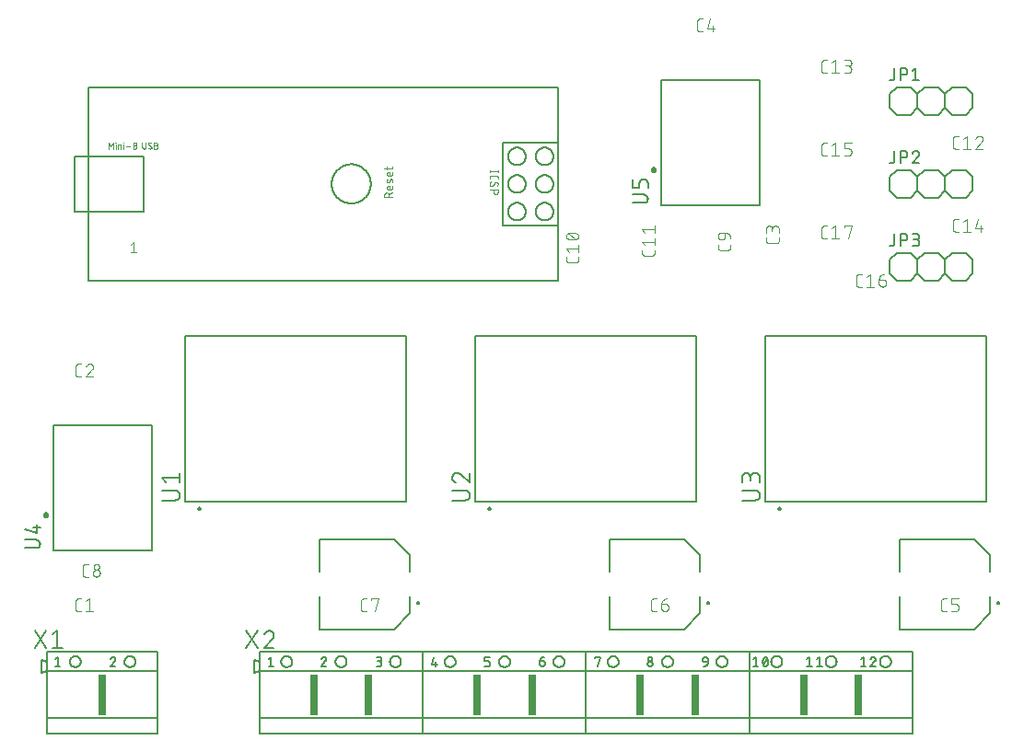
<source format=gbr>
G04 EAGLE Gerber RS-274X export*
G75*
%MOMM*%
%FSLAX34Y34*%
%LPD*%
%INSilkscreen Top*%
%IPPOS*%
%AMOC8*
5,1,8,0,0,1.08239X$1,22.5*%
G01*
%ADD10C,0.127000*%
%ADD11C,0.076200*%
%ADD12C,0.050800*%
%ADD13C,0.101600*%
%ADD14C,0.200000*%
%ADD15C,0.152400*%
%ADD16C,0.350000*%
%ADD17R,0.762000X3.810000*%
%ADD18C,0.177800*%


D10*
X63500Y609600D02*
X495300Y609600D01*
X495300Y558800D01*
X495300Y482600D01*
X495300Y431800D01*
X63500Y431800D01*
X63500Y546100D01*
X63500Y609600D01*
X63500Y546100D02*
X50800Y546100D01*
X50800Y495300D01*
X114300Y495300D02*
X114300Y546100D01*
X63500Y546100D01*
X50800Y495300D02*
X114300Y495300D01*
X286839Y520700D02*
X286844Y521141D01*
X286861Y521581D01*
X286888Y522021D01*
X286925Y522460D01*
X286974Y522899D01*
X287033Y523335D01*
X287103Y523771D01*
X287184Y524204D01*
X287275Y524635D01*
X287377Y525064D01*
X287490Y525490D01*
X287612Y525914D01*
X287746Y526334D01*
X287889Y526751D01*
X288043Y527164D01*
X288206Y527573D01*
X288380Y527979D01*
X288563Y528379D01*
X288757Y528775D01*
X288960Y529167D01*
X289172Y529553D01*
X289394Y529934D01*
X289626Y530309D01*
X289866Y530679D01*
X290115Y531042D01*
X290374Y531399D01*
X290641Y531750D01*
X290916Y532094D01*
X291200Y532432D01*
X291492Y532762D01*
X291792Y533085D01*
X292100Y533400D01*
X292415Y533708D01*
X292738Y534008D01*
X293068Y534300D01*
X293406Y534584D01*
X293750Y534859D01*
X294101Y535126D01*
X294458Y535385D01*
X294821Y535634D01*
X295191Y535874D01*
X295566Y536106D01*
X295947Y536328D01*
X296333Y536540D01*
X296725Y536743D01*
X297121Y536937D01*
X297521Y537120D01*
X297927Y537294D01*
X298336Y537457D01*
X298749Y537611D01*
X299166Y537754D01*
X299586Y537888D01*
X300010Y538010D01*
X300436Y538123D01*
X300865Y538225D01*
X301296Y538316D01*
X301729Y538397D01*
X302165Y538467D01*
X302601Y538526D01*
X303040Y538575D01*
X303479Y538612D01*
X303919Y538639D01*
X304359Y538656D01*
X304800Y538661D01*
X305241Y538656D01*
X305681Y538639D01*
X306121Y538612D01*
X306560Y538575D01*
X306999Y538526D01*
X307435Y538467D01*
X307871Y538397D01*
X308304Y538316D01*
X308735Y538225D01*
X309164Y538123D01*
X309590Y538010D01*
X310014Y537888D01*
X310434Y537754D01*
X310851Y537611D01*
X311264Y537457D01*
X311673Y537294D01*
X312079Y537120D01*
X312479Y536937D01*
X312875Y536743D01*
X313267Y536540D01*
X313653Y536328D01*
X314034Y536106D01*
X314409Y535874D01*
X314779Y535634D01*
X315142Y535385D01*
X315499Y535126D01*
X315850Y534859D01*
X316194Y534584D01*
X316532Y534300D01*
X316862Y534008D01*
X317185Y533708D01*
X317500Y533400D01*
X317808Y533085D01*
X318108Y532762D01*
X318400Y532432D01*
X318684Y532094D01*
X318959Y531750D01*
X319226Y531399D01*
X319485Y531042D01*
X319734Y530679D01*
X319974Y530309D01*
X320206Y529934D01*
X320428Y529553D01*
X320640Y529167D01*
X320843Y528775D01*
X321037Y528379D01*
X321220Y527979D01*
X321394Y527573D01*
X321557Y527164D01*
X321711Y526751D01*
X321854Y526334D01*
X321988Y525914D01*
X322110Y525490D01*
X322223Y525064D01*
X322325Y524635D01*
X322416Y524204D01*
X322497Y523771D01*
X322567Y523335D01*
X322626Y522899D01*
X322675Y522460D01*
X322712Y522021D01*
X322739Y521581D01*
X322756Y521141D01*
X322761Y520700D01*
X322756Y520259D01*
X322739Y519819D01*
X322712Y519379D01*
X322675Y518940D01*
X322626Y518501D01*
X322567Y518065D01*
X322497Y517629D01*
X322416Y517196D01*
X322325Y516765D01*
X322223Y516336D01*
X322110Y515910D01*
X321988Y515486D01*
X321854Y515066D01*
X321711Y514649D01*
X321557Y514236D01*
X321394Y513827D01*
X321220Y513421D01*
X321037Y513021D01*
X320843Y512625D01*
X320640Y512233D01*
X320428Y511847D01*
X320206Y511466D01*
X319974Y511091D01*
X319734Y510721D01*
X319485Y510358D01*
X319226Y510001D01*
X318959Y509650D01*
X318684Y509306D01*
X318400Y508968D01*
X318108Y508638D01*
X317808Y508315D01*
X317500Y508000D01*
X317185Y507692D01*
X316862Y507392D01*
X316532Y507100D01*
X316194Y506816D01*
X315850Y506541D01*
X315499Y506274D01*
X315142Y506015D01*
X314779Y505766D01*
X314409Y505526D01*
X314034Y505294D01*
X313653Y505072D01*
X313267Y504860D01*
X312875Y504657D01*
X312479Y504463D01*
X312079Y504280D01*
X311673Y504106D01*
X311264Y503943D01*
X310851Y503789D01*
X310434Y503646D01*
X310014Y503512D01*
X309590Y503390D01*
X309164Y503277D01*
X308735Y503175D01*
X308304Y503084D01*
X307871Y503003D01*
X307435Y502933D01*
X306999Y502874D01*
X306560Y502825D01*
X306121Y502788D01*
X305681Y502761D01*
X305241Y502744D01*
X304800Y502739D01*
X304359Y502744D01*
X303919Y502761D01*
X303479Y502788D01*
X303040Y502825D01*
X302601Y502874D01*
X302165Y502933D01*
X301729Y503003D01*
X301296Y503084D01*
X300865Y503175D01*
X300436Y503277D01*
X300010Y503390D01*
X299586Y503512D01*
X299166Y503646D01*
X298749Y503789D01*
X298336Y503943D01*
X297927Y504106D01*
X297521Y504280D01*
X297121Y504463D01*
X296725Y504657D01*
X296333Y504860D01*
X295947Y505072D01*
X295566Y505294D01*
X295191Y505526D01*
X294821Y505766D01*
X294458Y506015D01*
X294101Y506274D01*
X293750Y506541D01*
X293406Y506816D01*
X293068Y507100D01*
X292738Y507392D01*
X292415Y507692D01*
X292100Y508000D01*
X291792Y508315D01*
X291492Y508638D01*
X291200Y508968D01*
X290916Y509306D01*
X290641Y509650D01*
X290374Y510001D01*
X290115Y510358D01*
X289866Y510721D01*
X289626Y511091D01*
X289394Y511466D01*
X289172Y511847D01*
X288960Y512233D01*
X288757Y512625D01*
X288563Y513021D01*
X288380Y513421D01*
X288206Y513827D01*
X288043Y514236D01*
X287889Y514649D01*
X287746Y515066D01*
X287612Y515486D01*
X287490Y515910D01*
X287377Y516336D01*
X287275Y516765D01*
X287184Y517196D01*
X287103Y517629D01*
X287033Y518065D01*
X286974Y518501D01*
X286925Y518940D01*
X286888Y519379D01*
X286861Y519819D01*
X286844Y520259D01*
X286839Y520700D01*
D11*
X335153Y508381D02*
X342519Y508381D01*
X335153Y508381D02*
X335153Y510427D01*
X335155Y510516D01*
X335161Y510605D01*
X335171Y510694D01*
X335184Y510782D01*
X335201Y510870D01*
X335223Y510957D01*
X335248Y511042D01*
X335276Y511127D01*
X335309Y511210D01*
X335345Y511292D01*
X335384Y511372D01*
X335427Y511450D01*
X335473Y511526D01*
X335523Y511601D01*
X335576Y511673D01*
X335632Y511742D01*
X335691Y511809D01*
X335752Y511874D01*
X335817Y511935D01*
X335884Y511994D01*
X335953Y512050D01*
X336025Y512103D01*
X336100Y512153D01*
X336176Y512199D01*
X336254Y512242D01*
X336334Y512281D01*
X336416Y512317D01*
X336499Y512350D01*
X336584Y512378D01*
X336669Y512403D01*
X336756Y512425D01*
X336844Y512442D01*
X336932Y512455D01*
X337021Y512465D01*
X337110Y512471D01*
X337199Y512473D01*
X337288Y512471D01*
X337377Y512465D01*
X337466Y512455D01*
X337554Y512442D01*
X337642Y512425D01*
X337729Y512403D01*
X337814Y512378D01*
X337899Y512350D01*
X337982Y512317D01*
X338064Y512281D01*
X338144Y512242D01*
X338222Y512199D01*
X338298Y512153D01*
X338373Y512103D01*
X338445Y512050D01*
X338514Y511994D01*
X338581Y511935D01*
X338646Y511874D01*
X338707Y511809D01*
X338766Y511742D01*
X338822Y511673D01*
X338875Y511601D01*
X338925Y511526D01*
X338971Y511450D01*
X339014Y511372D01*
X339053Y511292D01*
X339089Y511210D01*
X339122Y511127D01*
X339150Y511042D01*
X339175Y510957D01*
X339197Y510870D01*
X339214Y510782D01*
X339227Y510694D01*
X339237Y510605D01*
X339243Y510516D01*
X339245Y510427D01*
X339245Y508381D01*
X339245Y510836D02*
X342519Y512473D01*
X342519Y516794D02*
X342519Y518840D01*
X342519Y516794D02*
X342517Y516725D01*
X342511Y516657D01*
X342502Y516588D01*
X342488Y516521D01*
X342471Y516454D01*
X342450Y516388D01*
X342426Y516324D01*
X342397Y516261D01*
X342366Y516200D01*
X342331Y516141D01*
X342293Y516083D01*
X342251Y516028D01*
X342207Y515976D01*
X342159Y515926D01*
X342109Y515878D01*
X342057Y515834D01*
X342002Y515793D01*
X341944Y515754D01*
X341885Y515719D01*
X341824Y515688D01*
X341761Y515659D01*
X341697Y515635D01*
X341631Y515614D01*
X341564Y515597D01*
X341497Y515583D01*
X341429Y515574D01*
X341360Y515568D01*
X341291Y515566D01*
X341291Y515567D02*
X339245Y515567D01*
X339245Y515566D02*
X339166Y515568D01*
X339087Y515574D01*
X339008Y515583D01*
X338930Y515596D01*
X338853Y515614D01*
X338777Y515634D01*
X338702Y515659D01*
X338628Y515687D01*
X338555Y515718D01*
X338484Y515754D01*
X338415Y515792D01*
X338348Y515834D01*
X338283Y515879D01*
X338220Y515927D01*
X338159Y515978D01*
X338102Y516032D01*
X338046Y516088D01*
X337994Y516147D01*
X337944Y516209D01*
X337898Y516273D01*
X337854Y516339D01*
X337814Y516407D01*
X337778Y516477D01*
X337744Y516549D01*
X337714Y516623D01*
X337688Y516697D01*
X337665Y516773D01*
X337647Y516850D01*
X337631Y516927D01*
X337620Y517006D01*
X337612Y517084D01*
X337608Y517163D01*
X337608Y517243D01*
X337612Y517322D01*
X337620Y517400D01*
X337631Y517479D01*
X337647Y517556D01*
X337665Y517633D01*
X337688Y517709D01*
X337714Y517783D01*
X337744Y517857D01*
X337778Y517929D01*
X337814Y517999D01*
X337854Y518067D01*
X337898Y518133D01*
X337944Y518197D01*
X337994Y518259D01*
X338046Y518318D01*
X338102Y518374D01*
X338159Y518428D01*
X338220Y518479D01*
X338283Y518527D01*
X338348Y518572D01*
X338415Y518614D01*
X338484Y518652D01*
X338555Y518688D01*
X338628Y518719D01*
X338702Y518747D01*
X338777Y518772D01*
X338853Y518792D01*
X338930Y518810D01*
X339008Y518823D01*
X339087Y518832D01*
X339166Y518838D01*
X339245Y518840D01*
X340064Y518840D01*
X340064Y515567D01*
X339654Y522520D02*
X340473Y524566D01*
X339654Y522520D02*
X339629Y522461D01*
X339600Y522404D01*
X339567Y522349D01*
X339531Y522296D01*
X339493Y522245D01*
X339451Y522197D01*
X339406Y522151D01*
X339359Y522108D01*
X339309Y522068D01*
X339257Y522031D01*
X339202Y521997D01*
X339146Y521966D01*
X339088Y521939D01*
X339028Y521916D01*
X338968Y521896D01*
X338906Y521880D01*
X338843Y521867D01*
X338779Y521859D01*
X338716Y521854D01*
X338652Y521853D01*
X338588Y521856D01*
X338524Y521863D01*
X338461Y521874D01*
X338399Y521888D01*
X338337Y521906D01*
X338277Y521928D01*
X338218Y521953D01*
X338161Y521982D01*
X338106Y522015D01*
X338053Y522050D01*
X338002Y522089D01*
X337953Y522131D01*
X337907Y522175D01*
X337864Y522223D01*
X337824Y522272D01*
X337787Y522325D01*
X337753Y522379D01*
X337722Y522435D01*
X337695Y522493D01*
X337671Y522552D01*
X337652Y522613D01*
X337635Y522675D01*
X337623Y522738D01*
X337614Y522801D01*
X337609Y522865D01*
X337608Y522929D01*
X337612Y523065D01*
X337620Y523200D01*
X337632Y523336D01*
X337648Y523470D01*
X337668Y523605D01*
X337691Y523738D01*
X337719Y523871D01*
X337750Y524003D01*
X337785Y524134D01*
X337824Y524264D01*
X337867Y524393D01*
X337914Y524520D01*
X337964Y524646D01*
X338018Y524771D01*
X340473Y524566D02*
X340498Y524625D01*
X340527Y524682D01*
X340560Y524737D01*
X340596Y524790D01*
X340634Y524841D01*
X340676Y524889D01*
X340721Y524935D01*
X340768Y524978D01*
X340818Y525018D01*
X340870Y525055D01*
X340925Y525089D01*
X340981Y525120D01*
X341039Y525147D01*
X341099Y525170D01*
X341159Y525190D01*
X341221Y525206D01*
X341284Y525219D01*
X341348Y525227D01*
X341411Y525232D01*
X341475Y525233D01*
X341539Y525230D01*
X341603Y525223D01*
X341666Y525212D01*
X341728Y525198D01*
X341790Y525180D01*
X341850Y525158D01*
X341909Y525133D01*
X341966Y525104D01*
X342021Y525071D01*
X342074Y525036D01*
X342125Y524997D01*
X342174Y524955D01*
X342220Y524911D01*
X342263Y524863D01*
X342303Y524814D01*
X342340Y524761D01*
X342374Y524707D01*
X342405Y524651D01*
X342432Y524593D01*
X342456Y524534D01*
X342475Y524473D01*
X342492Y524411D01*
X342504Y524348D01*
X342513Y524285D01*
X342518Y524221D01*
X342519Y524157D01*
X342515Y523993D01*
X342507Y523829D01*
X342495Y523665D01*
X342479Y523502D01*
X342459Y523339D01*
X342436Y523176D01*
X342408Y523015D01*
X342377Y522853D01*
X342342Y522693D01*
X342303Y522534D01*
X342260Y522375D01*
X342214Y522218D01*
X342164Y522061D01*
X342110Y521906D01*
X342519Y529474D02*
X342519Y531520D01*
X342519Y529474D02*
X342517Y529405D01*
X342511Y529337D01*
X342502Y529268D01*
X342488Y529201D01*
X342471Y529134D01*
X342450Y529068D01*
X342426Y529004D01*
X342397Y528941D01*
X342366Y528880D01*
X342331Y528821D01*
X342293Y528763D01*
X342251Y528708D01*
X342207Y528656D01*
X342159Y528606D01*
X342109Y528558D01*
X342057Y528514D01*
X342002Y528473D01*
X341944Y528434D01*
X341885Y528399D01*
X341824Y528368D01*
X341761Y528339D01*
X341697Y528315D01*
X341631Y528294D01*
X341564Y528277D01*
X341497Y528263D01*
X341429Y528254D01*
X341360Y528248D01*
X341291Y528246D01*
X339245Y528246D01*
X339166Y528248D01*
X339087Y528254D01*
X339008Y528263D01*
X338930Y528276D01*
X338853Y528294D01*
X338777Y528314D01*
X338702Y528339D01*
X338628Y528367D01*
X338555Y528398D01*
X338484Y528434D01*
X338415Y528472D01*
X338348Y528514D01*
X338283Y528559D01*
X338220Y528607D01*
X338159Y528658D01*
X338102Y528712D01*
X338046Y528768D01*
X337994Y528827D01*
X337944Y528889D01*
X337898Y528953D01*
X337854Y529019D01*
X337814Y529087D01*
X337778Y529157D01*
X337744Y529229D01*
X337714Y529303D01*
X337688Y529377D01*
X337665Y529453D01*
X337647Y529530D01*
X337631Y529607D01*
X337620Y529686D01*
X337612Y529764D01*
X337608Y529843D01*
X337608Y529923D01*
X337612Y530002D01*
X337620Y530080D01*
X337631Y530159D01*
X337647Y530236D01*
X337665Y530313D01*
X337688Y530389D01*
X337714Y530463D01*
X337744Y530537D01*
X337778Y530609D01*
X337814Y530679D01*
X337854Y530747D01*
X337898Y530813D01*
X337944Y530877D01*
X337994Y530939D01*
X338046Y530998D01*
X338102Y531054D01*
X338159Y531108D01*
X338220Y531159D01*
X338283Y531207D01*
X338348Y531252D01*
X338415Y531294D01*
X338484Y531332D01*
X338555Y531368D01*
X338628Y531399D01*
X338702Y531427D01*
X338777Y531452D01*
X338853Y531472D01*
X338930Y531490D01*
X339008Y531503D01*
X339087Y531512D01*
X339166Y531518D01*
X339245Y531520D01*
X340064Y531520D01*
X340064Y528246D01*
X337608Y533956D02*
X337608Y536411D01*
X335153Y534774D02*
X341291Y534774D01*
X341360Y534776D01*
X341428Y534782D01*
X341497Y534791D01*
X341564Y534805D01*
X341631Y534822D01*
X341697Y534843D01*
X341761Y534867D01*
X341824Y534896D01*
X341885Y534927D01*
X341944Y534962D01*
X342002Y535000D01*
X342057Y535042D01*
X342109Y535086D01*
X342159Y535134D01*
X342207Y535184D01*
X342251Y535236D01*
X342293Y535291D01*
X342331Y535349D01*
X342366Y535408D01*
X342397Y535469D01*
X342426Y535532D01*
X342450Y535596D01*
X342471Y535662D01*
X342488Y535729D01*
X342502Y535796D01*
X342511Y535865D01*
X342517Y535933D01*
X342519Y536002D01*
X342519Y536411D01*
X104592Y466979D02*
X101981Y464891D01*
X104592Y466979D02*
X104592Y457581D01*
X107202Y457581D02*
X101981Y457581D01*
D12*
X81918Y552958D02*
X81918Y558546D01*
X83780Y555442D01*
X85643Y558546D01*
X85643Y552958D01*
X88169Y552958D02*
X88169Y556683D01*
X88014Y558236D02*
X88014Y558546D01*
X88325Y558546D01*
X88325Y558236D01*
X88014Y558236D01*
X90585Y556683D02*
X90585Y552958D01*
X90585Y556683D02*
X92137Y556683D01*
X92195Y556681D01*
X92254Y556676D01*
X92311Y556667D01*
X92369Y556654D01*
X92425Y556637D01*
X92480Y556618D01*
X92533Y556594D01*
X92586Y556568D01*
X92636Y556538D01*
X92684Y556505D01*
X92730Y556469D01*
X92774Y556431D01*
X92816Y556389D01*
X92854Y556345D01*
X92890Y556299D01*
X92923Y556251D01*
X92953Y556201D01*
X92979Y556148D01*
X93003Y556095D01*
X93022Y556040D01*
X93039Y555984D01*
X93052Y555926D01*
X93061Y555869D01*
X93066Y555810D01*
X93068Y555752D01*
X93069Y555752D02*
X93069Y552958D01*
X95485Y552958D02*
X95485Y556683D01*
X95329Y558236D02*
X95329Y558546D01*
X95640Y558546D01*
X95640Y558236D01*
X95329Y558236D01*
X97828Y555131D02*
X101553Y555131D01*
X104256Y556062D02*
X105809Y556062D01*
X105886Y556060D01*
X105964Y556054D01*
X106040Y556045D01*
X106117Y556031D01*
X106192Y556014D01*
X106266Y555993D01*
X106340Y555968D01*
X106412Y555940D01*
X106482Y555908D01*
X106551Y555873D01*
X106618Y555834D01*
X106683Y555792D01*
X106746Y555747D01*
X106807Y555699D01*
X106865Y555648D01*
X106920Y555594D01*
X106973Y555537D01*
X107022Y555478D01*
X107069Y555416D01*
X107113Y555352D01*
X107153Y555286D01*
X107190Y555218D01*
X107224Y555148D01*
X107254Y555077D01*
X107280Y555004D01*
X107303Y554930D01*
X107322Y554855D01*
X107337Y554780D01*
X107349Y554703D01*
X107357Y554626D01*
X107361Y554549D01*
X107361Y554471D01*
X107357Y554394D01*
X107349Y554317D01*
X107337Y554240D01*
X107322Y554165D01*
X107303Y554090D01*
X107280Y554016D01*
X107254Y553943D01*
X107224Y553872D01*
X107190Y553802D01*
X107153Y553734D01*
X107113Y553668D01*
X107069Y553604D01*
X107022Y553542D01*
X106973Y553483D01*
X106920Y553426D01*
X106865Y553372D01*
X106807Y553321D01*
X106746Y553273D01*
X106683Y553228D01*
X106618Y553186D01*
X106551Y553147D01*
X106482Y553112D01*
X106412Y553080D01*
X106340Y553052D01*
X106266Y553027D01*
X106192Y553006D01*
X106117Y552989D01*
X106040Y552975D01*
X105964Y552966D01*
X105886Y552960D01*
X105809Y552958D01*
X104256Y552958D01*
X104256Y558546D01*
X105809Y558546D01*
X105879Y558544D01*
X105948Y558538D01*
X106017Y558528D01*
X106085Y558515D01*
X106153Y558497D01*
X106219Y558476D01*
X106284Y558451D01*
X106348Y558423D01*
X106410Y558391D01*
X106470Y558356D01*
X106528Y558317D01*
X106583Y558275D01*
X106637Y558230D01*
X106687Y558182D01*
X106735Y558132D01*
X106780Y558078D01*
X106822Y558023D01*
X106861Y557965D01*
X106896Y557905D01*
X106928Y557843D01*
X106956Y557779D01*
X106981Y557714D01*
X107002Y557648D01*
X107020Y557580D01*
X107033Y557512D01*
X107043Y557443D01*
X107049Y557374D01*
X107051Y557304D01*
X107049Y557234D01*
X107043Y557165D01*
X107033Y557096D01*
X107020Y557028D01*
X107002Y556960D01*
X106981Y556894D01*
X106956Y556829D01*
X106928Y556765D01*
X106896Y556703D01*
X106861Y556643D01*
X106822Y556585D01*
X106780Y556530D01*
X106735Y556476D01*
X106687Y556426D01*
X106637Y556378D01*
X106583Y556333D01*
X106528Y556291D01*
X106470Y556252D01*
X106410Y556217D01*
X106348Y556185D01*
X106284Y556157D01*
X106219Y556132D01*
X106153Y556111D01*
X106085Y556093D01*
X106017Y556080D01*
X105948Y556070D01*
X105879Y556064D01*
X105809Y556062D01*
X112586Y554510D02*
X112586Y558546D01*
X112586Y554510D02*
X112588Y554433D01*
X112594Y554355D01*
X112603Y554279D01*
X112617Y554202D01*
X112634Y554127D01*
X112655Y554053D01*
X112680Y553979D01*
X112708Y553907D01*
X112740Y553837D01*
X112775Y553768D01*
X112814Y553701D01*
X112856Y553636D01*
X112901Y553573D01*
X112949Y553512D01*
X113000Y553454D01*
X113054Y553399D01*
X113111Y553346D01*
X113170Y553297D01*
X113232Y553250D01*
X113296Y553206D01*
X113362Y553166D01*
X113430Y553129D01*
X113500Y553095D01*
X113571Y553065D01*
X113644Y553039D01*
X113718Y553016D01*
X113793Y552997D01*
X113868Y552982D01*
X113945Y552970D01*
X114022Y552962D01*
X114099Y552958D01*
X114177Y552958D01*
X114254Y552962D01*
X114331Y552970D01*
X114408Y552982D01*
X114483Y552997D01*
X114558Y553016D01*
X114632Y553039D01*
X114705Y553065D01*
X114776Y553095D01*
X114846Y553129D01*
X114914Y553166D01*
X114980Y553206D01*
X115044Y553250D01*
X115106Y553297D01*
X115165Y553346D01*
X115222Y553399D01*
X115276Y553454D01*
X115327Y553512D01*
X115375Y553573D01*
X115420Y553636D01*
X115462Y553701D01*
X115501Y553768D01*
X115536Y553837D01*
X115568Y553907D01*
X115596Y553979D01*
X115621Y554053D01*
X115642Y554127D01*
X115659Y554202D01*
X115673Y554279D01*
X115682Y554355D01*
X115688Y554433D01*
X115690Y554510D01*
X115690Y558546D01*
X121177Y554200D02*
X121175Y554130D01*
X121169Y554061D01*
X121159Y553992D01*
X121146Y553924D01*
X121128Y553856D01*
X121107Y553790D01*
X121082Y553725D01*
X121054Y553661D01*
X121022Y553599D01*
X120987Y553539D01*
X120948Y553481D01*
X120906Y553426D01*
X120861Y553372D01*
X120813Y553322D01*
X120763Y553274D01*
X120709Y553229D01*
X120654Y553187D01*
X120596Y553148D01*
X120536Y553113D01*
X120474Y553081D01*
X120410Y553053D01*
X120345Y553028D01*
X120279Y553007D01*
X120211Y552989D01*
X120143Y552976D01*
X120074Y552966D01*
X120005Y552960D01*
X119935Y552958D01*
X119836Y552960D01*
X119738Y552965D01*
X119640Y552975D01*
X119542Y552988D01*
X119445Y553004D01*
X119348Y553024D01*
X119253Y553048D01*
X119158Y553076D01*
X119064Y553107D01*
X118972Y553141D01*
X118881Y553179D01*
X118791Y553220D01*
X118703Y553265D01*
X118617Y553313D01*
X118533Y553364D01*
X118451Y553418D01*
X118370Y553476D01*
X118292Y553536D01*
X118217Y553599D01*
X118143Y553665D01*
X118073Y553734D01*
X118227Y557304D02*
X118229Y557374D01*
X118235Y557443D01*
X118245Y557512D01*
X118258Y557580D01*
X118276Y557648D01*
X118297Y557714D01*
X118322Y557779D01*
X118350Y557843D01*
X118382Y557905D01*
X118417Y557965D01*
X118456Y558023D01*
X118498Y558078D01*
X118543Y558132D01*
X118591Y558182D01*
X118641Y558230D01*
X118695Y558275D01*
X118750Y558317D01*
X118808Y558356D01*
X118868Y558391D01*
X118930Y558423D01*
X118994Y558451D01*
X119059Y558476D01*
X119125Y558497D01*
X119193Y558515D01*
X119261Y558528D01*
X119330Y558538D01*
X119399Y558544D01*
X119469Y558546D01*
X119563Y558544D01*
X119656Y558538D01*
X119749Y558529D01*
X119842Y558516D01*
X119934Y558499D01*
X120025Y558479D01*
X120116Y558454D01*
X120205Y558427D01*
X120293Y558395D01*
X120380Y558360D01*
X120466Y558322D01*
X120549Y558280D01*
X120631Y558235D01*
X120712Y558187D01*
X120790Y558135D01*
X120866Y558080D01*
X118849Y556218D02*
X118790Y556254D01*
X118734Y556294D01*
X118680Y556337D01*
X118628Y556382D01*
X118579Y556431D01*
X118533Y556482D01*
X118490Y556535D01*
X118449Y556591D01*
X118412Y556649D01*
X118377Y556709D01*
X118347Y556770D01*
X118319Y556833D01*
X118295Y556898D01*
X118275Y556964D01*
X118258Y557031D01*
X118245Y557098D01*
X118236Y557166D01*
X118230Y557235D01*
X118228Y557304D01*
X120555Y555286D02*
X120614Y555250D01*
X120670Y555210D01*
X120724Y555167D01*
X120776Y555122D01*
X120825Y555073D01*
X120871Y555022D01*
X120914Y554969D01*
X120955Y554913D01*
X120992Y554855D01*
X121027Y554795D01*
X121057Y554734D01*
X121085Y554671D01*
X121109Y554606D01*
X121129Y554540D01*
X121146Y554473D01*
X121159Y554406D01*
X121168Y554338D01*
X121174Y554269D01*
X121176Y554200D01*
X120556Y555286D02*
X118848Y556218D01*
X123642Y556062D02*
X125194Y556062D01*
X125271Y556060D01*
X125349Y556054D01*
X125425Y556045D01*
X125502Y556031D01*
X125577Y556014D01*
X125651Y555993D01*
X125725Y555968D01*
X125797Y555940D01*
X125867Y555908D01*
X125936Y555873D01*
X126003Y555834D01*
X126068Y555792D01*
X126131Y555747D01*
X126192Y555699D01*
X126250Y555648D01*
X126305Y555594D01*
X126358Y555537D01*
X126407Y555478D01*
X126454Y555416D01*
X126498Y555352D01*
X126538Y555286D01*
X126575Y555218D01*
X126609Y555148D01*
X126639Y555077D01*
X126665Y555004D01*
X126688Y554930D01*
X126707Y554855D01*
X126722Y554780D01*
X126734Y554703D01*
X126742Y554626D01*
X126746Y554549D01*
X126746Y554471D01*
X126742Y554394D01*
X126734Y554317D01*
X126722Y554240D01*
X126707Y554165D01*
X126688Y554090D01*
X126665Y554016D01*
X126639Y553943D01*
X126609Y553872D01*
X126575Y553802D01*
X126538Y553734D01*
X126498Y553668D01*
X126454Y553604D01*
X126407Y553542D01*
X126358Y553483D01*
X126305Y553426D01*
X126250Y553372D01*
X126192Y553321D01*
X126131Y553273D01*
X126068Y553228D01*
X126003Y553186D01*
X125936Y553147D01*
X125867Y553112D01*
X125797Y553080D01*
X125725Y553052D01*
X125651Y553027D01*
X125577Y553006D01*
X125502Y552989D01*
X125425Y552975D01*
X125349Y552966D01*
X125271Y552960D01*
X125194Y552958D01*
X123642Y552958D01*
X123642Y558546D01*
X125194Y558546D01*
X125264Y558544D01*
X125333Y558538D01*
X125402Y558528D01*
X125470Y558515D01*
X125538Y558497D01*
X125604Y558476D01*
X125669Y558451D01*
X125733Y558423D01*
X125795Y558391D01*
X125855Y558356D01*
X125913Y558317D01*
X125968Y558275D01*
X126022Y558230D01*
X126072Y558182D01*
X126120Y558132D01*
X126165Y558078D01*
X126207Y558023D01*
X126246Y557965D01*
X126281Y557905D01*
X126313Y557843D01*
X126341Y557779D01*
X126366Y557714D01*
X126387Y557648D01*
X126405Y557580D01*
X126418Y557512D01*
X126428Y557443D01*
X126434Y557374D01*
X126436Y557304D01*
X126434Y557234D01*
X126428Y557165D01*
X126418Y557096D01*
X126405Y557028D01*
X126387Y556960D01*
X126366Y556894D01*
X126341Y556829D01*
X126313Y556765D01*
X126281Y556703D01*
X126246Y556643D01*
X126207Y556585D01*
X126165Y556530D01*
X126120Y556476D01*
X126072Y556426D01*
X126022Y556378D01*
X125968Y556333D01*
X125913Y556291D01*
X125855Y556252D01*
X125795Y556217D01*
X125733Y556185D01*
X125669Y556157D01*
X125604Y556132D01*
X125538Y556111D01*
X125470Y556093D01*
X125402Y556080D01*
X125333Y556070D01*
X125264Y556064D01*
X125194Y556062D01*
D10*
X444500Y558800D02*
X495300Y558800D01*
X444500Y558800D02*
X444500Y482600D01*
X495300Y482600D01*
X474600Y495300D02*
X474602Y495496D01*
X474610Y495693D01*
X474622Y495889D01*
X474639Y496084D01*
X474660Y496279D01*
X474687Y496474D01*
X474718Y496668D01*
X474754Y496861D01*
X474794Y497053D01*
X474840Y497244D01*
X474890Y497434D01*
X474944Y497622D01*
X475004Y497809D01*
X475068Y497995D01*
X475136Y498179D01*
X475209Y498361D01*
X475286Y498542D01*
X475368Y498720D01*
X475454Y498897D01*
X475545Y499071D01*
X475639Y499243D01*
X475738Y499413D01*
X475841Y499580D01*
X475948Y499745D01*
X476059Y499906D01*
X476174Y500066D01*
X476293Y500222D01*
X476416Y500375D01*
X476542Y500525D01*
X476672Y500672D01*
X476806Y500816D01*
X476943Y500957D01*
X477084Y501094D01*
X477228Y501228D01*
X477375Y501358D01*
X477525Y501484D01*
X477678Y501607D01*
X477834Y501726D01*
X477994Y501841D01*
X478155Y501952D01*
X478320Y502059D01*
X478487Y502162D01*
X478657Y502261D01*
X478829Y502355D01*
X479003Y502446D01*
X479180Y502532D01*
X479358Y502614D01*
X479539Y502691D01*
X479721Y502764D01*
X479905Y502832D01*
X480091Y502896D01*
X480278Y502956D01*
X480466Y503010D01*
X480656Y503060D01*
X480847Y503106D01*
X481039Y503146D01*
X481232Y503182D01*
X481426Y503213D01*
X481621Y503240D01*
X481816Y503261D01*
X482011Y503278D01*
X482207Y503290D01*
X482404Y503298D01*
X482600Y503300D01*
X482796Y503298D01*
X482993Y503290D01*
X483189Y503278D01*
X483384Y503261D01*
X483579Y503240D01*
X483774Y503213D01*
X483968Y503182D01*
X484161Y503146D01*
X484353Y503106D01*
X484544Y503060D01*
X484734Y503010D01*
X484922Y502956D01*
X485109Y502896D01*
X485295Y502832D01*
X485479Y502764D01*
X485661Y502691D01*
X485842Y502614D01*
X486020Y502532D01*
X486197Y502446D01*
X486371Y502355D01*
X486543Y502261D01*
X486713Y502162D01*
X486880Y502059D01*
X487045Y501952D01*
X487206Y501841D01*
X487366Y501726D01*
X487522Y501607D01*
X487675Y501484D01*
X487825Y501358D01*
X487972Y501228D01*
X488116Y501094D01*
X488257Y500957D01*
X488394Y500816D01*
X488528Y500672D01*
X488658Y500525D01*
X488784Y500375D01*
X488907Y500222D01*
X489026Y500066D01*
X489141Y499906D01*
X489252Y499745D01*
X489359Y499580D01*
X489462Y499413D01*
X489561Y499243D01*
X489655Y499071D01*
X489746Y498897D01*
X489832Y498720D01*
X489914Y498542D01*
X489991Y498361D01*
X490064Y498179D01*
X490132Y497995D01*
X490196Y497809D01*
X490256Y497622D01*
X490310Y497434D01*
X490360Y497244D01*
X490406Y497053D01*
X490446Y496861D01*
X490482Y496668D01*
X490513Y496474D01*
X490540Y496279D01*
X490561Y496084D01*
X490578Y495889D01*
X490590Y495693D01*
X490598Y495496D01*
X490600Y495300D01*
X490598Y495104D01*
X490590Y494907D01*
X490578Y494711D01*
X490561Y494516D01*
X490540Y494321D01*
X490513Y494126D01*
X490482Y493932D01*
X490446Y493739D01*
X490406Y493547D01*
X490360Y493356D01*
X490310Y493166D01*
X490256Y492978D01*
X490196Y492791D01*
X490132Y492605D01*
X490064Y492421D01*
X489991Y492239D01*
X489914Y492058D01*
X489832Y491880D01*
X489746Y491703D01*
X489655Y491529D01*
X489561Y491357D01*
X489462Y491187D01*
X489359Y491020D01*
X489252Y490855D01*
X489141Y490694D01*
X489026Y490534D01*
X488907Y490378D01*
X488784Y490225D01*
X488658Y490075D01*
X488528Y489928D01*
X488394Y489784D01*
X488257Y489643D01*
X488116Y489506D01*
X487972Y489372D01*
X487825Y489242D01*
X487675Y489116D01*
X487522Y488993D01*
X487366Y488874D01*
X487206Y488759D01*
X487045Y488648D01*
X486880Y488541D01*
X486713Y488438D01*
X486543Y488339D01*
X486371Y488245D01*
X486197Y488154D01*
X486020Y488068D01*
X485842Y487986D01*
X485661Y487909D01*
X485479Y487836D01*
X485295Y487768D01*
X485109Y487704D01*
X484922Y487644D01*
X484734Y487590D01*
X484544Y487540D01*
X484353Y487494D01*
X484161Y487454D01*
X483968Y487418D01*
X483774Y487387D01*
X483579Y487360D01*
X483384Y487339D01*
X483189Y487322D01*
X482993Y487310D01*
X482796Y487302D01*
X482600Y487300D01*
X482404Y487302D01*
X482207Y487310D01*
X482011Y487322D01*
X481816Y487339D01*
X481621Y487360D01*
X481426Y487387D01*
X481232Y487418D01*
X481039Y487454D01*
X480847Y487494D01*
X480656Y487540D01*
X480466Y487590D01*
X480278Y487644D01*
X480091Y487704D01*
X479905Y487768D01*
X479721Y487836D01*
X479539Y487909D01*
X479358Y487986D01*
X479180Y488068D01*
X479003Y488154D01*
X478829Y488245D01*
X478657Y488339D01*
X478487Y488438D01*
X478320Y488541D01*
X478155Y488648D01*
X477994Y488759D01*
X477834Y488874D01*
X477678Y488993D01*
X477525Y489116D01*
X477375Y489242D01*
X477228Y489372D01*
X477084Y489506D01*
X476943Y489643D01*
X476806Y489784D01*
X476672Y489928D01*
X476542Y490075D01*
X476416Y490225D01*
X476293Y490378D01*
X476174Y490534D01*
X476059Y490694D01*
X475948Y490855D01*
X475841Y491020D01*
X475738Y491187D01*
X475639Y491357D01*
X475545Y491529D01*
X475454Y491703D01*
X475368Y491880D01*
X475286Y492058D01*
X475209Y492239D01*
X475136Y492421D01*
X475068Y492605D01*
X475004Y492791D01*
X474944Y492978D01*
X474890Y493166D01*
X474840Y493356D01*
X474794Y493547D01*
X474754Y493739D01*
X474718Y493932D01*
X474687Y494126D01*
X474660Y494321D01*
X474639Y494516D01*
X474622Y494711D01*
X474610Y494907D01*
X474602Y495104D01*
X474600Y495300D01*
X474600Y520700D02*
X474602Y520896D01*
X474610Y521093D01*
X474622Y521289D01*
X474639Y521484D01*
X474660Y521679D01*
X474687Y521874D01*
X474718Y522068D01*
X474754Y522261D01*
X474794Y522453D01*
X474840Y522644D01*
X474890Y522834D01*
X474944Y523022D01*
X475004Y523209D01*
X475068Y523395D01*
X475136Y523579D01*
X475209Y523761D01*
X475286Y523942D01*
X475368Y524120D01*
X475454Y524297D01*
X475545Y524471D01*
X475639Y524643D01*
X475738Y524813D01*
X475841Y524980D01*
X475948Y525145D01*
X476059Y525306D01*
X476174Y525466D01*
X476293Y525622D01*
X476416Y525775D01*
X476542Y525925D01*
X476672Y526072D01*
X476806Y526216D01*
X476943Y526357D01*
X477084Y526494D01*
X477228Y526628D01*
X477375Y526758D01*
X477525Y526884D01*
X477678Y527007D01*
X477834Y527126D01*
X477994Y527241D01*
X478155Y527352D01*
X478320Y527459D01*
X478487Y527562D01*
X478657Y527661D01*
X478829Y527755D01*
X479003Y527846D01*
X479180Y527932D01*
X479358Y528014D01*
X479539Y528091D01*
X479721Y528164D01*
X479905Y528232D01*
X480091Y528296D01*
X480278Y528356D01*
X480466Y528410D01*
X480656Y528460D01*
X480847Y528506D01*
X481039Y528546D01*
X481232Y528582D01*
X481426Y528613D01*
X481621Y528640D01*
X481816Y528661D01*
X482011Y528678D01*
X482207Y528690D01*
X482404Y528698D01*
X482600Y528700D01*
X482796Y528698D01*
X482993Y528690D01*
X483189Y528678D01*
X483384Y528661D01*
X483579Y528640D01*
X483774Y528613D01*
X483968Y528582D01*
X484161Y528546D01*
X484353Y528506D01*
X484544Y528460D01*
X484734Y528410D01*
X484922Y528356D01*
X485109Y528296D01*
X485295Y528232D01*
X485479Y528164D01*
X485661Y528091D01*
X485842Y528014D01*
X486020Y527932D01*
X486197Y527846D01*
X486371Y527755D01*
X486543Y527661D01*
X486713Y527562D01*
X486880Y527459D01*
X487045Y527352D01*
X487206Y527241D01*
X487366Y527126D01*
X487522Y527007D01*
X487675Y526884D01*
X487825Y526758D01*
X487972Y526628D01*
X488116Y526494D01*
X488257Y526357D01*
X488394Y526216D01*
X488528Y526072D01*
X488658Y525925D01*
X488784Y525775D01*
X488907Y525622D01*
X489026Y525466D01*
X489141Y525306D01*
X489252Y525145D01*
X489359Y524980D01*
X489462Y524813D01*
X489561Y524643D01*
X489655Y524471D01*
X489746Y524297D01*
X489832Y524120D01*
X489914Y523942D01*
X489991Y523761D01*
X490064Y523579D01*
X490132Y523395D01*
X490196Y523209D01*
X490256Y523022D01*
X490310Y522834D01*
X490360Y522644D01*
X490406Y522453D01*
X490446Y522261D01*
X490482Y522068D01*
X490513Y521874D01*
X490540Y521679D01*
X490561Y521484D01*
X490578Y521289D01*
X490590Y521093D01*
X490598Y520896D01*
X490600Y520700D01*
X490598Y520504D01*
X490590Y520307D01*
X490578Y520111D01*
X490561Y519916D01*
X490540Y519721D01*
X490513Y519526D01*
X490482Y519332D01*
X490446Y519139D01*
X490406Y518947D01*
X490360Y518756D01*
X490310Y518566D01*
X490256Y518378D01*
X490196Y518191D01*
X490132Y518005D01*
X490064Y517821D01*
X489991Y517639D01*
X489914Y517458D01*
X489832Y517280D01*
X489746Y517103D01*
X489655Y516929D01*
X489561Y516757D01*
X489462Y516587D01*
X489359Y516420D01*
X489252Y516255D01*
X489141Y516094D01*
X489026Y515934D01*
X488907Y515778D01*
X488784Y515625D01*
X488658Y515475D01*
X488528Y515328D01*
X488394Y515184D01*
X488257Y515043D01*
X488116Y514906D01*
X487972Y514772D01*
X487825Y514642D01*
X487675Y514516D01*
X487522Y514393D01*
X487366Y514274D01*
X487206Y514159D01*
X487045Y514048D01*
X486880Y513941D01*
X486713Y513838D01*
X486543Y513739D01*
X486371Y513645D01*
X486197Y513554D01*
X486020Y513468D01*
X485842Y513386D01*
X485661Y513309D01*
X485479Y513236D01*
X485295Y513168D01*
X485109Y513104D01*
X484922Y513044D01*
X484734Y512990D01*
X484544Y512940D01*
X484353Y512894D01*
X484161Y512854D01*
X483968Y512818D01*
X483774Y512787D01*
X483579Y512760D01*
X483384Y512739D01*
X483189Y512722D01*
X482993Y512710D01*
X482796Y512702D01*
X482600Y512700D01*
X482404Y512702D01*
X482207Y512710D01*
X482011Y512722D01*
X481816Y512739D01*
X481621Y512760D01*
X481426Y512787D01*
X481232Y512818D01*
X481039Y512854D01*
X480847Y512894D01*
X480656Y512940D01*
X480466Y512990D01*
X480278Y513044D01*
X480091Y513104D01*
X479905Y513168D01*
X479721Y513236D01*
X479539Y513309D01*
X479358Y513386D01*
X479180Y513468D01*
X479003Y513554D01*
X478829Y513645D01*
X478657Y513739D01*
X478487Y513838D01*
X478320Y513941D01*
X478155Y514048D01*
X477994Y514159D01*
X477834Y514274D01*
X477678Y514393D01*
X477525Y514516D01*
X477375Y514642D01*
X477228Y514772D01*
X477084Y514906D01*
X476943Y515043D01*
X476806Y515184D01*
X476672Y515328D01*
X476542Y515475D01*
X476416Y515625D01*
X476293Y515778D01*
X476174Y515934D01*
X476059Y516094D01*
X475948Y516255D01*
X475841Y516420D01*
X475738Y516587D01*
X475639Y516757D01*
X475545Y516929D01*
X475454Y517103D01*
X475368Y517280D01*
X475286Y517458D01*
X475209Y517639D01*
X475136Y517821D01*
X475068Y518005D01*
X475004Y518191D01*
X474944Y518378D01*
X474890Y518566D01*
X474840Y518756D01*
X474794Y518947D01*
X474754Y519139D01*
X474718Y519332D01*
X474687Y519526D01*
X474660Y519721D01*
X474639Y519916D01*
X474622Y520111D01*
X474610Y520307D01*
X474602Y520504D01*
X474600Y520700D01*
X474600Y546100D02*
X474602Y546296D01*
X474610Y546493D01*
X474622Y546689D01*
X474639Y546884D01*
X474660Y547079D01*
X474687Y547274D01*
X474718Y547468D01*
X474754Y547661D01*
X474794Y547853D01*
X474840Y548044D01*
X474890Y548234D01*
X474944Y548422D01*
X475004Y548609D01*
X475068Y548795D01*
X475136Y548979D01*
X475209Y549161D01*
X475286Y549342D01*
X475368Y549520D01*
X475454Y549697D01*
X475545Y549871D01*
X475639Y550043D01*
X475738Y550213D01*
X475841Y550380D01*
X475948Y550545D01*
X476059Y550706D01*
X476174Y550866D01*
X476293Y551022D01*
X476416Y551175D01*
X476542Y551325D01*
X476672Y551472D01*
X476806Y551616D01*
X476943Y551757D01*
X477084Y551894D01*
X477228Y552028D01*
X477375Y552158D01*
X477525Y552284D01*
X477678Y552407D01*
X477834Y552526D01*
X477994Y552641D01*
X478155Y552752D01*
X478320Y552859D01*
X478487Y552962D01*
X478657Y553061D01*
X478829Y553155D01*
X479003Y553246D01*
X479180Y553332D01*
X479358Y553414D01*
X479539Y553491D01*
X479721Y553564D01*
X479905Y553632D01*
X480091Y553696D01*
X480278Y553756D01*
X480466Y553810D01*
X480656Y553860D01*
X480847Y553906D01*
X481039Y553946D01*
X481232Y553982D01*
X481426Y554013D01*
X481621Y554040D01*
X481816Y554061D01*
X482011Y554078D01*
X482207Y554090D01*
X482404Y554098D01*
X482600Y554100D01*
X482796Y554098D01*
X482993Y554090D01*
X483189Y554078D01*
X483384Y554061D01*
X483579Y554040D01*
X483774Y554013D01*
X483968Y553982D01*
X484161Y553946D01*
X484353Y553906D01*
X484544Y553860D01*
X484734Y553810D01*
X484922Y553756D01*
X485109Y553696D01*
X485295Y553632D01*
X485479Y553564D01*
X485661Y553491D01*
X485842Y553414D01*
X486020Y553332D01*
X486197Y553246D01*
X486371Y553155D01*
X486543Y553061D01*
X486713Y552962D01*
X486880Y552859D01*
X487045Y552752D01*
X487206Y552641D01*
X487366Y552526D01*
X487522Y552407D01*
X487675Y552284D01*
X487825Y552158D01*
X487972Y552028D01*
X488116Y551894D01*
X488257Y551757D01*
X488394Y551616D01*
X488528Y551472D01*
X488658Y551325D01*
X488784Y551175D01*
X488907Y551022D01*
X489026Y550866D01*
X489141Y550706D01*
X489252Y550545D01*
X489359Y550380D01*
X489462Y550213D01*
X489561Y550043D01*
X489655Y549871D01*
X489746Y549697D01*
X489832Y549520D01*
X489914Y549342D01*
X489991Y549161D01*
X490064Y548979D01*
X490132Y548795D01*
X490196Y548609D01*
X490256Y548422D01*
X490310Y548234D01*
X490360Y548044D01*
X490406Y547853D01*
X490446Y547661D01*
X490482Y547468D01*
X490513Y547274D01*
X490540Y547079D01*
X490561Y546884D01*
X490578Y546689D01*
X490590Y546493D01*
X490598Y546296D01*
X490600Y546100D01*
X490598Y545904D01*
X490590Y545707D01*
X490578Y545511D01*
X490561Y545316D01*
X490540Y545121D01*
X490513Y544926D01*
X490482Y544732D01*
X490446Y544539D01*
X490406Y544347D01*
X490360Y544156D01*
X490310Y543966D01*
X490256Y543778D01*
X490196Y543591D01*
X490132Y543405D01*
X490064Y543221D01*
X489991Y543039D01*
X489914Y542858D01*
X489832Y542680D01*
X489746Y542503D01*
X489655Y542329D01*
X489561Y542157D01*
X489462Y541987D01*
X489359Y541820D01*
X489252Y541655D01*
X489141Y541494D01*
X489026Y541334D01*
X488907Y541178D01*
X488784Y541025D01*
X488658Y540875D01*
X488528Y540728D01*
X488394Y540584D01*
X488257Y540443D01*
X488116Y540306D01*
X487972Y540172D01*
X487825Y540042D01*
X487675Y539916D01*
X487522Y539793D01*
X487366Y539674D01*
X487206Y539559D01*
X487045Y539448D01*
X486880Y539341D01*
X486713Y539238D01*
X486543Y539139D01*
X486371Y539045D01*
X486197Y538954D01*
X486020Y538868D01*
X485842Y538786D01*
X485661Y538709D01*
X485479Y538636D01*
X485295Y538568D01*
X485109Y538504D01*
X484922Y538444D01*
X484734Y538390D01*
X484544Y538340D01*
X484353Y538294D01*
X484161Y538254D01*
X483968Y538218D01*
X483774Y538187D01*
X483579Y538160D01*
X483384Y538139D01*
X483189Y538122D01*
X482993Y538110D01*
X482796Y538102D01*
X482600Y538100D01*
X482404Y538102D01*
X482207Y538110D01*
X482011Y538122D01*
X481816Y538139D01*
X481621Y538160D01*
X481426Y538187D01*
X481232Y538218D01*
X481039Y538254D01*
X480847Y538294D01*
X480656Y538340D01*
X480466Y538390D01*
X480278Y538444D01*
X480091Y538504D01*
X479905Y538568D01*
X479721Y538636D01*
X479539Y538709D01*
X479358Y538786D01*
X479180Y538868D01*
X479003Y538954D01*
X478829Y539045D01*
X478657Y539139D01*
X478487Y539238D01*
X478320Y539341D01*
X478155Y539448D01*
X477994Y539559D01*
X477834Y539674D01*
X477678Y539793D01*
X477525Y539916D01*
X477375Y540042D01*
X477228Y540172D01*
X477084Y540306D01*
X476943Y540443D01*
X476806Y540584D01*
X476672Y540728D01*
X476542Y540875D01*
X476416Y541025D01*
X476293Y541178D01*
X476174Y541334D01*
X476059Y541494D01*
X475948Y541655D01*
X475841Y541820D01*
X475738Y541987D01*
X475639Y542157D01*
X475545Y542329D01*
X475454Y542503D01*
X475368Y542680D01*
X475286Y542858D01*
X475209Y543039D01*
X475136Y543221D01*
X475068Y543405D01*
X475004Y543591D01*
X474944Y543778D01*
X474890Y543966D01*
X474840Y544156D01*
X474794Y544347D01*
X474754Y544539D01*
X474718Y544732D01*
X474687Y544926D01*
X474660Y545121D01*
X474639Y545316D01*
X474622Y545511D01*
X474610Y545707D01*
X474602Y545904D01*
X474600Y546100D01*
X449200Y546100D02*
X449202Y546296D01*
X449210Y546493D01*
X449222Y546689D01*
X449239Y546884D01*
X449260Y547079D01*
X449287Y547274D01*
X449318Y547468D01*
X449354Y547661D01*
X449394Y547853D01*
X449440Y548044D01*
X449490Y548234D01*
X449544Y548422D01*
X449604Y548609D01*
X449668Y548795D01*
X449736Y548979D01*
X449809Y549161D01*
X449886Y549342D01*
X449968Y549520D01*
X450054Y549697D01*
X450145Y549871D01*
X450239Y550043D01*
X450338Y550213D01*
X450441Y550380D01*
X450548Y550545D01*
X450659Y550706D01*
X450774Y550866D01*
X450893Y551022D01*
X451016Y551175D01*
X451142Y551325D01*
X451272Y551472D01*
X451406Y551616D01*
X451543Y551757D01*
X451684Y551894D01*
X451828Y552028D01*
X451975Y552158D01*
X452125Y552284D01*
X452278Y552407D01*
X452434Y552526D01*
X452594Y552641D01*
X452755Y552752D01*
X452920Y552859D01*
X453087Y552962D01*
X453257Y553061D01*
X453429Y553155D01*
X453603Y553246D01*
X453780Y553332D01*
X453958Y553414D01*
X454139Y553491D01*
X454321Y553564D01*
X454505Y553632D01*
X454691Y553696D01*
X454878Y553756D01*
X455066Y553810D01*
X455256Y553860D01*
X455447Y553906D01*
X455639Y553946D01*
X455832Y553982D01*
X456026Y554013D01*
X456221Y554040D01*
X456416Y554061D01*
X456611Y554078D01*
X456807Y554090D01*
X457004Y554098D01*
X457200Y554100D01*
X457396Y554098D01*
X457593Y554090D01*
X457789Y554078D01*
X457984Y554061D01*
X458179Y554040D01*
X458374Y554013D01*
X458568Y553982D01*
X458761Y553946D01*
X458953Y553906D01*
X459144Y553860D01*
X459334Y553810D01*
X459522Y553756D01*
X459709Y553696D01*
X459895Y553632D01*
X460079Y553564D01*
X460261Y553491D01*
X460442Y553414D01*
X460620Y553332D01*
X460797Y553246D01*
X460971Y553155D01*
X461143Y553061D01*
X461313Y552962D01*
X461480Y552859D01*
X461645Y552752D01*
X461806Y552641D01*
X461966Y552526D01*
X462122Y552407D01*
X462275Y552284D01*
X462425Y552158D01*
X462572Y552028D01*
X462716Y551894D01*
X462857Y551757D01*
X462994Y551616D01*
X463128Y551472D01*
X463258Y551325D01*
X463384Y551175D01*
X463507Y551022D01*
X463626Y550866D01*
X463741Y550706D01*
X463852Y550545D01*
X463959Y550380D01*
X464062Y550213D01*
X464161Y550043D01*
X464255Y549871D01*
X464346Y549697D01*
X464432Y549520D01*
X464514Y549342D01*
X464591Y549161D01*
X464664Y548979D01*
X464732Y548795D01*
X464796Y548609D01*
X464856Y548422D01*
X464910Y548234D01*
X464960Y548044D01*
X465006Y547853D01*
X465046Y547661D01*
X465082Y547468D01*
X465113Y547274D01*
X465140Y547079D01*
X465161Y546884D01*
X465178Y546689D01*
X465190Y546493D01*
X465198Y546296D01*
X465200Y546100D01*
X465198Y545904D01*
X465190Y545707D01*
X465178Y545511D01*
X465161Y545316D01*
X465140Y545121D01*
X465113Y544926D01*
X465082Y544732D01*
X465046Y544539D01*
X465006Y544347D01*
X464960Y544156D01*
X464910Y543966D01*
X464856Y543778D01*
X464796Y543591D01*
X464732Y543405D01*
X464664Y543221D01*
X464591Y543039D01*
X464514Y542858D01*
X464432Y542680D01*
X464346Y542503D01*
X464255Y542329D01*
X464161Y542157D01*
X464062Y541987D01*
X463959Y541820D01*
X463852Y541655D01*
X463741Y541494D01*
X463626Y541334D01*
X463507Y541178D01*
X463384Y541025D01*
X463258Y540875D01*
X463128Y540728D01*
X462994Y540584D01*
X462857Y540443D01*
X462716Y540306D01*
X462572Y540172D01*
X462425Y540042D01*
X462275Y539916D01*
X462122Y539793D01*
X461966Y539674D01*
X461806Y539559D01*
X461645Y539448D01*
X461480Y539341D01*
X461313Y539238D01*
X461143Y539139D01*
X460971Y539045D01*
X460797Y538954D01*
X460620Y538868D01*
X460442Y538786D01*
X460261Y538709D01*
X460079Y538636D01*
X459895Y538568D01*
X459709Y538504D01*
X459522Y538444D01*
X459334Y538390D01*
X459144Y538340D01*
X458953Y538294D01*
X458761Y538254D01*
X458568Y538218D01*
X458374Y538187D01*
X458179Y538160D01*
X457984Y538139D01*
X457789Y538122D01*
X457593Y538110D01*
X457396Y538102D01*
X457200Y538100D01*
X457004Y538102D01*
X456807Y538110D01*
X456611Y538122D01*
X456416Y538139D01*
X456221Y538160D01*
X456026Y538187D01*
X455832Y538218D01*
X455639Y538254D01*
X455447Y538294D01*
X455256Y538340D01*
X455066Y538390D01*
X454878Y538444D01*
X454691Y538504D01*
X454505Y538568D01*
X454321Y538636D01*
X454139Y538709D01*
X453958Y538786D01*
X453780Y538868D01*
X453603Y538954D01*
X453429Y539045D01*
X453257Y539139D01*
X453087Y539238D01*
X452920Y539341D01*
X452755Y539448D01*
X452594Y539559D01*
X452434Y539674D01*
X452278Y539793D01*
X452125Y539916D01*
X451975Y540042D01*
X451828Y540172D01*
X451684Y540306D01*
X451543Y540443D01*
X451406Y540584D01*
X451272Y540728D01*
X451142Y540875D01*
X451016Y541025D01*
X450893Y541178D01*
X450774Y541334D01*
X450659Y541494D01*
X450548Y541655D01*
X450441Y541820D01*
X450338Y541987D01*
X450239Y542157D01*
X450145Y542329D01*
X450054Y542503D01*
X449968Y542680D01*
X449886Y542858D01*
X449809Y543039D01*
X449736Y543221D01*
X449668Y543405D01*
X449604Y543591D01*
X449544Y543778D01*
X449490Y543966D01*
X449440Y544156D01*
X449394Y544347D01*
X449354Y544539D01*
X449318Y544732D01*
X449287Y544926D01*
X449260Y545121D01*
X449239Y545316D01*
X449222Y545511D01*
X449210Y545707D01*
X449202Y545904D01*
X449200Y546100D01*
X474600Y520700D02*
X474602Y520896D01*
X474610Y521093D01*
X474622Y521289D01*
X474639Y521484D01*
X474660Y521679D01*
X474687Y521874D01*
X474718Y522068D01*
X474754Y522261D01*
X474794Y522453D01*
X474840Y522644D01*
X474890Y522834D01*
X474944Y523022D01*
X475004Y523209D01*
X475068Y523395D01*
X475136Y523579D01*
X475209Y523761D01*
X475286Y523942D01*
X475368Y524120D01*
X475454Y524297D01*
X475545Y524471D01*
X475639Y524643D01*
X475738Y524813D01*
X475841Y524980D01*
X475948Y525145D01*
X476059Y525306D01*
X476174Y525466D01*
X476293Y525622D01*
X476416Y525775D01*
X476542Y525925D01*
X476672Y526072D01*
X476806Y526216D01*
X476943Y526357D01*
X477084Y526494D01*
X477228Y526628D01*
X477375Y526758D01*
X477525Y526884D01*
X477678Y527007D01*
X477834Y527126D01*
X477994Y527241D01*
X478155Y527352D01*
X478320Y527459D01*
X478487Y527562D01*
X478657Y527661D01*
X478829Y527755D01*
X479003Y527846D01*
X479180Y527932D01*
X479358Y528014D01*
X479539Y528091D01*
X479721Y528164D01*
X479905Y528232D01*
X480091Y528296D01*
X480278Y528356D01*
X480466Y528410D01*
X480656Y528460D01*
X480847Y528506D01*
X481039Y528546D01*
X481232Y528582D01*
X481426Y528613D01*
X481621Y528640D01*
X481816Y528661D01*
X482011Y528678D01*
X482207Y528690D01*
X482404Y528698D01*
X482600Y528700D01*
X482796Y528698D01*
X482993Y528690D01*
X483189Y528678D01*
X483384Y528661D01*
X483579Y528640D01*
X483774Y528613D01*
X483968Y528582D01*
X484161Y528546D01*
X484353Y528506D01*
X484544Y528460D01*
X484734Y528410D01*
X484922Y528356D01*
X485109Y528296D01*
X485295Y528232D01*
X485479Y528164D01*
X485661Y528091D01*
X485842Y528014D01*
X486020Y527932D01*
X486197Y527846D01*
X486371Y527755D01*
X486543Y527661D01*
X486713Y527562D01*
X486880Y527459D01*
X487045Y527352D01*
X487206Y527241D01*
X487366Y527126D01*
X487522Y527007D01*
X487675Y526884D01*
X487825Y526758D01*
X487972Y526628D01*
X488116Y526494D01*
X488257Y526357D01*
X488394Y526216D01*
X488528Y526072D01*
X488658Y525925D01*
X488784Y525775D01*
X488907Y525622D01*
X489026Y525466D01*
X489141Y525306D01*
X489252Y525145D01*
X489359Y524980D01*
X489462Y524813D01*
X489561Y524643D01*
X489655Y524471D01*
X489746Y524297D01*
X489832Y524120D01*
X489914Y523942D01*
X489991Y523761D01*
X490064Y523579D01*
X490132Y523395D01*
X490196Y523209D01*
X490256Y523022D01*
X490310Y522834D01*
X490360Y522644D01*
X490406Y522453D01*
X490446Y522261D01*
X490482Y522068D01*
X490513Y521874D01*
X490540Y521679D01*
X490561Y521484D01*
X490578Y521289D01*
X490590Y521093D01*
X490598Y520896D01*
X490600Y520700D01*
X490598Y520504D01*
X490590Y520307D01*
X490578Y520111D01*
X490561Y519916D01*
X490540Y519721D01*
X490513Y519526D01*
X490482Y519332D01*
X490446Y519139D01*
X490406Y518947D01*
X490360Y518756D01*
X490310Y518566D01*
X490256Y518378D01*
X490196Y518191D01*
X490132Y518005D01*
X490064Y517821D01*
X489991Y517639D01*
X489914Y517458D01*
X489832Y517280D01*
X489746Y517103D01*
X489655Y516929D01*
X489561Y516757D01*
X489462Y516587D01*
X489359Y516420D01*
X489252Y516255D01*
X489141Y516094D01*
X489026Y515934D01*
X488907Y515778D01*
X488784Y515625D01*
X488658Y515475D01*
X488528Y515328D01*
X488394Y515184D01*
X488257Y515043D01*
X488116Y514906D01*
X487972Y514772D01*
X487825Y514642D01*
X487675Y514516D01*
X487522Y514393D01*
X487366Y514274D01*
X487206Y514159D01*
X487045Y514048D01*
X486880Y513941D01*
X486713Y513838D01*
X486543Y513739D01*
X486371Y513645D01*
X486197Y513554D01*
X486020Y513468D01*
X485842Y513386D01*
X485661Y513309D01*
X485479Y513236D01*
X485295Y513168D01*
X485109Y513104D01*
X484922Y513044D01*
X484734Y512990D01*
X484544Y512940D01*
X484353Y512894D01*
X484161Y512854D01*
X483968Y512818D01*
X483774Y512787D01*
X483579Y512760D01*
X483384Y512739D01*
X483189Y512722D01*
X482993Y512710D01*
X482796Y512702D01*
X482600Y512700D01*
X482404Y512702D01*
X482207Y512710D01*
X482011Y512722D01*
X481816Y512739D01*
X481621Y512760D01*
X481426Y512787D01*
X481232Y512818D01*
X481039Y512854D01*
X480847Y512894D01*
X480656Y512940D01*
X480466Y512990D01*
X480278Y513044D01*
X480091Y513104D01*
X479905Y513168D01*
X479721Y513236D01*
X479539Y513309D01*
X479358Y513386D01*
X479180Y513468D01*
X479003Y513554D01*
X478829Y513645D01*
X478657Y513739D01*
X478487Y513838D01*
X478320Y513941D01*
X478155Y514048D01*
X477994Y514159D01*
X477834Y514274D01*
X477678Y514393D01*
X477525Y514516D01*
X477375Y514642D01*
X477228Y514772D01*
X477084Y514906D01*
X476943Y515043D01*
X476806Y515184D01*
X476672Y515328D01*
X476542Y515475D01*
X476416Y515625D01*
X476293Y515778D01*
X476174Y515934D01*
X476059Y516094D01*
X475948Y516255D01*
X475841Y516420D01*
X475738Y516587D01*
X475639Y516757D01*
X475545Y516929D01*
X475454Y517103D01*
X475368Y517280D01*
X475286Y517458D01*
X475209Y517639D01*
X475136Y517821D01*
X475068Y518005D01*
X475004Y518191D01*
X474944Y518378D01*
X474890Y518566D01*
X474840Y518756D01*
X474794Y518947D01*
X474754Y519139D01*
X474718Y519332D01*
X474687Y519526D01*
X474660Y519721D01*
X474639Y519916D01*
X474622Y520111D01*
X474610Y520307D01*
X474602Y520504D01*
X474600Y520700D01*
X449200Y520700D02*
X449202Y520896D01*
X449210Y521093D01*
X449222Y521289D01*
X449239Y521484D01*
X449260Y521679D01*
X449287Y521874D01*
X449318Y522068D01*
X449354Y522261D01*
X449394Y522453D01*
X449440Y522644D01*
X449490Y522834D01*
X449544Y523022D01*
X449604Y523209D01*
X449668Y523395D01*
X449736Y523579D01*
X449809Y523761D01*
X449886Y523942D01*
X449968Y524120D01*
X450054Y524297D01*
X450145Y524471D01*
X450239Y524643D01*
X450338Y524813D01*
X450441Y524980D01*
X450548Y525145D01*
X450659Y525306D01*
X450774Y525466D01*
X450893Y525622D01*
X451016Y525775D01*
X451142Y525925D01*
X451272Y526072D01*
X451406Y526216D01*
X451543Y526357D01*
X451684Y526494D01*
X451828Y526628D01*
X451975Y526758D01*
X452125Y526884D01*
X452278Y527007D01*
X452434Y527126D01*
X452594Y527241D01*
X452755Y527352D01*
X452920Y527459D01*
X453087Y527562D01*
X453257Y527661D01*
X453429Y527755D01*
X453603Y527846D01*
X453780Y527932D01*
X453958Y528014D01*
X454139Y528091D01*
X454321Y528164D01*
X454505Y528232D01*
X454691Y528296D01*
X454878Y528356D01*
X455066Y528410D01*
X455256Y528460D01*
X455447Y528506D01*
X455639Y528546D01*
X455832Y528582D01*
X456026Y528613D01*
X456221Y528640D01*
X456416Y528661D01*
X456611Y528678D01*
X456807Y528690D01*
X457004Y528698D01*
X457200Y528700D01*
X457396Y528698D01*
X457593Y528690D01*
X457789Y528678D01*
X457984Y528661D01*
X458179Y528640D01*
X458374Y528613D01*
X458568Y528582D01*
X458761Y528546D01*
X458953Y528506D01*
X459144Y528460D01*
X459334Y528410D01*
X459522Y528356D01*
X459709Y528296D01*
X459895Y528232D01*
X460079Y528164D01*
X460261Y528091D01*
X460442Y528014D01*
X460620Y527932D01*
X460797Y527846D01*
X460971Y527755D01*
X461143Y527661D01*
X461313Y527562D01*
X461480Y527459D01*
X461645Y527352D01*
X461806Y527241D01*
X461966Y527126D01*
X462122Y527007D01*
X462275Y526884D01*
X462425Y526758D01*
X462572Y526628D01*
X462716Y526494D01*
X462857Y526357D01*
X462994Y526216D01*
X463128Y526072D01*
X463258Y525925D01*
X463384Y525775D01*
X463507Y525622D01*
X463626Y525466D01*
X463741Y525306D01*
X463852Y525145D01*
X463959Y524980D01*
X464062Y524813D01*
X464161Y524643D01*
X464255Y524471D01*
X464346Y524297D01*
X464432Y524120D01*
X464514Y523942D01*
X464591Y523761D01*
X464664Y523579D01*
X464732Y523395D01*
X464796Y523209D01*
X464856Y523022D01*
X464910Y522834D01*
X464960Y522644D01*
X465006Y522453D01*
X465046Y522261D01*
X465082Y522068D01*
X465113Y521874D01*
X465140Y521679D01*
X465161Y521484D01*
X465178Y521289D01*
X465190Y521093D01*
X465198Y520896D01*
X465200Y520700D01*
X465198Y520504D01*
X465190Y520307D01*
X465178Y520111D01*
X465161Y519916D01*
X465140Y519721D01*
X465113Y519526D01*
X465082Y519332D01*
X465046Y519139D01*
X465006Y518947D01*
X464960Y518756D01*
X464910Y518566D01*
X464856Y518378D01*
X464796Y518191D01*
X464732Y518005D01*
X464664Y517821D01*
X464591Y517639D01*
X464514Y517458D01*
X464432Y517280D01*
X464346Y517103D01*
X464255Y516929D01*
X464161Y516757D01*
X464062Y516587D01*
X463959Y516420D01*
X463852Y516255D01*
X463741Y516094D01*
X463626Y515934D01*
X463507Y515778D01*
X463384Y515625D01*
X463258Y515475D01*
X463128Y515328D01*
X462994Y515184D01*
X462857Y515043D01*
X462716Y514906D01*
X462572Y514772D01*
X462425Y514642D01*
X462275Y514516D01*
X462122Y514393D01*
X461966Y514274D01*
X461806Y514159D01*
X461645Y514048D01*
X461480Y513941D01*
X461313Y513838D01*
X461143Y513739D01*
X460971Y513645D01*
X460797Y513554D01*
X460620Y513468D01*
X460442Y513386D01*
X460261Y513309D01*
X460079Y513236D01*
X459895Y513168D01*
X459709Y513104D01*
X459522Y513044D01*
X459334Y512990D01*
X459144Y512940D01*
X458953Y512894D01*
X458761Y512854D01*
X458568Y512818D01*
X458374Y512787D01*
X458179Y512760D01*
X457984Y512739D01*
X457789Y512722D01*
X457593Y512710D01*
X457396Y512702D01*
X457200Y512700D01*
X457004Y512702D01*
X456807Y512710D01*
X456611Y512722D01*
X456416Y512739D01*
X456221Y512760D01*
X456026Y512787D01*
X455832Y512818D01*
X455639Y512854D01*
X455447Y512894D01*
X455256Y512940D01*
X455066Y512990D01*
X454878Y513044D01*
X454691Y513104D01*
X454505Y513168D01*
X454321Y513236D01*
X454139Y513309D01*
X453958Y513386D01*
X453780Y513468D01*
X453603Y513554D01*
X453429Y513645D01*
X453257Y513739D01*
X453087Y513838D01*
X452920Y513941D01*
X452755Y514048D01*
X452594Y514159D01*
X452434Y514274D01*
X452278Y514393D01*
X452125Y514516D01*
X451975Y514642D01*
X451828Y514772D01*
X451684Y514906D01*
X451543Y515043D01*
X451406Y515184D01*
X451272Y515328D01*
X451142Y515475D01*
X451016Y515625D01*
X450893Y515778D01*
X450774Y515934D01*
X450659Y516094D01*
X450548Y516255D01*
X450441Y516420D01*
X450338Y516587D01*
X450239Y516757D01*
X450145Y516929D01*
X450054Y517103D01*
X449968Y517280D01*
X449886Y517458D01*
X449809Y517639D01*
X449736Y517821D01*
X449668Y518005D01*
X449604Y518191D01*
X449544Y518378D01*
X449490Y518566D01*
X449440Y518756D01*
X449394Y518947D01*
X449354Y519139D01*
X449318Y519332D01*
X449287Y519526D01*
X449260Y519721D01*
X449239Y519916D01*
X449222Y520111D01*
X449210Y520307D01*
X449202Y520504D01*
X449200Y520700D01*
X449200Y495300D02*
X449202Y495496D01*
X449210Y495693D01*
X449222Y495889D01*
X449239Y496084D01*
X449260Y496279D01*
X449287Y496474D01*
X449318Y496668D01*
X449354Y496861D01*
X449394Y497053D01*
X449440Y497244D01*
X449490Y497434D01*
X449544Y497622D01*
X449604Y497809D01*
X449668Y497995D01*
X449736Y498179D01*
X449809Y498361D01*
X449886Y498542D01*
X449968Y498720D01*
X450054Y498897D01*
X450145Y499071D01*
X450239Y499243D01*
X450338Y499413D01*
X450441Y499580D01*
X450548Y499745D01*
X450659Y499906D01*
X450774Y500066D01*
X450893Y500222D01*
X451016Y500375D01*
X451142Y500525D01*
X451272Y500672D01*
X451406Y500816D01*
X451543Y500957D01*
X451684Y501094D01*
X451828Y501228D01*
X451975Y501358D01*
X452125Y501484D01*
X452278Y501607D01*
X452434Y501726D01*
X452594Y501841D01*
X452755Y501952D01*
X452920Y502059D01*
X453087Y502162D01*
X453257Y502261D01*
X453429Y502355D01*
X453603Y502446D01*
X453780Y502532D01*
X453958Y502614D01*
X454139Y502691D01*
X454321Y502764D01*
X454505Y502832D01*
X454691Y502896D01*
X454878Y502956D01*
X455066Y503010D01*
X455256Y503060D01*
X455447Y503106D01*
X455639Y503146D01*
X455832Y503182D01*
X456026Y503213D01*
X456221Y503240D01*
X456416Y503261D01*
X456611Y503278D01*
X456807Y503290D01*
X457004Y503298D01*
X457200Y503300D01*
X457396Y503298D01*
X457593Y503290D01*
X457789Y503278D01*
X457984Y503261D01*
X458179Y503240D01*
X458374Y503213D01*
X458568Y503182D01*
X458761Y503146D01*
X458953Y503106D01*
X459144Y503060D01*
X459334Y503010D01*
X459522Y502956D01*
X459709Y502896D01*
X459895Y502832D01*
X460079Y502764D01*
X460261Y502691D01*
X460442Y502614D01*
X460620Y502532D01*
X460797Y502446D01*
X460971Y502355D01*
X461143Y502261D01*
X461313Y502162D01*
X461480Y502059D01*
X461645Y501952D01*
X461806Y501841D01*
X461966Y501726D01*
X462122Y501607D01*
X462275Y501484D01*
X462425Y501358D01*
X462572Y501228D01*
X462716Y501094D01*
X462857Y500957D01*
X462994Y500816D01*
X463128Y500672D01*
X463258Y500525D01*
X463384Y500375D01*
X463507Y500222D01*
X463626Y500066D01*
X463741Y499906D01*
X463852Y499745D01*
X463959Y499580D01*
X464062Y499413D01*
X464161Y499243D01*
X464255Y499071D01*
X464346Y498897D01*
X464432Y498720D01*
X464514Y498542D01*
X464591Y498361D01*
X464664Y498179D01*
X464732Y497995D01*
X464796Y497809D01*
X464856Y497622D01*
X464910Y497434D01*
X464960Y497244D01*
X465006Y497053D01*
X465046Y496861D01*
X465082Y496668D01*
X465113Y496474D01*
X465140Y496279D01*
X465161Y496084D01*
X465178Y495889D01*
X465190Y495693D01*
X465198Y495496D01*
X465200Y495300D01*
X465198Y495104D01*
X465190Y494907D01*
X465178Y494711D01*
X465161Y494516D01*
X465140Y494321D01*
X465113Y494126D01*
X465082Y493932D01*
X465046Y493739D01*
X465006Y493547D01*
X464960Y493356D01*
X464910Y493166D01*
X464856Y492978D01*
X464796Y492791D01*
X464732Y492605D01*
X464664Y492421D01*
X464591Y492239D01*
X464514Y492058D01*
X464432Y491880D01*
X464346Y491703D01*
X464255Y491529D01*
X464161Y491357D01*
X464062Y491187D01*
X463959Y491020D01*
X463852Y490855D01*
X463741Y490694D01*
X463626Y490534D01*
X463507Y490378D01*
X463384Y490225D01*
X463258Y490075D01*
X463128Y489928D01*
X462994Y489784D01*
X462857Y489643D01*
X462716Y489506D01*
X462572Y489372D01*
X462425Y489242D01*
X462275Y489116D01*
X462122Y488993D01*
X461966Y488874D01*
X461806Y488759D01*
X461645Y488648D01*
X461480Y488541D01*
X461313Y488438D01*
X461143Y488339D01*
X460971Y488245D01*
X460797Y488154D01*
X460620Y488068D01*
X460442Y487986D01*
X460261Y487909D01*
X460079Y487836D01*
X459895Y487768D01*
X459709Y487704D01*
X459522Y487644D01*
X459334Y487590D01*
X459144Y487540D01*
X458953Y487494D01*
X458761Y487454D01*
X458568Y487418D01*
X458374Y487387D01*
X458179Y487360D01*
X457984Y487339D01*
X457789Y487322D01*
X457593Y487310D01*
X457396Y487302D01*
X457200Y487300D01*
X457004Y487302D01*
X456807Y487310D01*
X456611Y487322D01*
X456416Y487339D01*
X456221Y487360D01*
X456026Y487387D01*
X455832Y487418D01*
X455639Y487454D01*
X455447Y487494D01*
X455256Y487540D01*
X455066Y487590D01*
X454878Y487644D01*
X454691Y487704D01*
X454505Y487768D01*
X454321Y487836D01*
X454139Y487909D01*
X453958Y487986D01*
X453780Y488068D01*
X453603Y488154D01*
X453429Y488245D01*
X453257Y488339D01*
X453087Y488438D01*
X452920Y488541D01*
X452755Y488648D01*
X452594Y488759D01*
X452434Y488874D01*
X452278Y488993D01*
X452125Y489116D01*
X451975Y489242D01*
X451828Y489372D01*
X451684Y489506D01*
X451543Y489643D01*
X451406Y489784D01*
X451272Y489928D01*
X451142Y490075D01*
X451016Y490225D01*
X450893Y490378D01*
X450774Y490534D01*
X450659Y490694D01*
X450548Y490855D01*
X450441Y491020D01*
X450338Y491187D01*
X450239Y491357D01*
X450145Y491529D01*
X450054Y491703D01*
X449968Y491880D01*
X449886Y492058D01*
X449809Y492239D01*
X449736Y492421D01*
X449668Y492605D01*
X449604Y492791D01*
X449544Y492978D01*
X449490Y493166D01*
X449440Y493356D01*
X449394Y493547D01*
X449354Y493739D01*
X449318Y493932D01*
X449287Y494126D01*
X449260Y494321D01*
X449239Y494516D01*
X449222Y494711D01*
X449210Y494907D01*
X449202Y495104D01*
X449200Y495300D01*
D11*
X439547Y532201D02*
X432181Y532201D01*
X432181Y533019D02*
X432181Y531382D01*
X439547Y531382D02*
X439547Y533019D01*
X432181Y526781D02*
X432181Y525144D01*
X432181Y526781D02*
X432183Y526859D01*
X432188Y526937D01*
X432198Y527014D01*
X432211Y527091D01*
X432227Y527167D01*
X432247Y527242D01*
X432271Y527316D01*
X432298Y527389D01*
X432329Y527461D01*
X432363Y527531D01*
X432400Y527600D01*
X432441Y527666D01*
X432485Y527731D01*
X432531Y527793D01*
X432581Y527853D01*
X432633Y527911D01*
X432688Y527966D01*
X432746Y528018D01*
X432806Y528068D01*
X432868Y528114D01*
X432933Y528158D01*
X433000Y528199D01*
X433068Y528236D01*
X433138Y528270D01*
X433210Y528301D01*
X433283Y528328D01*
X433357Y528352D01*
X433432Y528372D01*
X433508Y528388D01*
X433585Y528401D01*
X433662Y528411D01*
X433740Y528416D01*
X433818Y528418D01*
X437910Y528418D01*
X437988Y528416D01*
X438066Y528411D01*
X438143Y528401D01*
X438220Y528388D01*
X438296Y528372D01*
X438371Y528352D01*
X438445Y528328D01*
X438518Y528301D01*
X438590Y528270D01*
X438660Y528236D01*
X438729Y528199D01*
X438795Y528158D01*
X438860Y528114D01*
X438922Y528068D01*
X438982Y528018D01*
X439040Y527966D01*
X439095Y527911D01*
X439147Y527853D01*
X439197Y527793D01*
X439243Y527731D01*
X439287Y527666D01*
X439328Y527600D01*
X439365Y527531D01*
X439399Y527461D01*
X439430Y527389D01*
X439457Y527316D01*
X439481Y527242D01*
X439501Y527167D01*
X439517Y527091D01*
X439530Y527014D01*
X439540Y526937D01*
X439545Y526859D01*
X439547Y526781D01*
X439547Y525144D01*
X433818Y518450D02*
X433740Y518452D01*
X433662Y518457D01*
X433585Y518467D01*
X433508Y518480D01*
X433432Y518496D01*
X433357Y518516D01*
X433283Y518540D01*
X433210Y518567D01*
X433138Y518598D01*
X433068Y518632D01*
X432999Y518669D01*
X432933Y518710D01*
X432868Y518754D01*
X432806Y518800D01*
X432746Y518850D01*
X432688Y518902D01*
X432633Y518957D01*
X432581Y519015D01*
X432531Y519075D01*
X432485Y519137D01*
X432441Y519202D01*
X432400Y519269D01*
X432363Y519337D01*
X432329Y519407D01*
X432298Y519479D01*
X432271Y519552D01*
X432247Y519626D01*
X432227Y519701D01*
X432211Y519777D01*
X432198Y519854D01*
X432188Y519931D01*
X432183Y520009D01*
X432181Y520087D01*
X432183Y520201D01*
X432188Y520314D01*
X432198Y520428D01*
X432211Y520541D01*
X432228Y520653D01*
X432248Y520765D01*
X432272Y520876D01*
X432300Y520987D01*
X432331Y521096D01*
X432366Y521204D01*
X432405Y521311D01*
X432447Y521417D01*
X432492Y521521D01*
X432541Y521624D01*
X432594Y521725D01*
X432649Y521824D01*
X432708Y521922D01*
X432770Y522017D01*
X432835Y522110D01*
X432903Y522202D01*
X432974Y522290D01*
X433048Y522377D01*
X433125Y522461D01*
X433204Y522542D01*
X437910Y522338D02*
X437988Y522336D01*
X438066Y522331D01*
X438143Y522321D01*
X438220Y522308D01*
X438296Y522292D01*
X438371Y522272D01*
X438445Y522248D01*
X438518Y522221D01*
X438590Y522190D01*
X438660Y522156D01*
X438729Y522119D01*
X438795Y522078D01*
X438860Y522034D01*
X438922Y521988D01*
X438982Y521938D01*
X439040Y521886D01*
X439095Y521831D01*
X439147Y521773D01*
X439197Y521713D01*
X439243Y521651D01*
X439287Y521586D01*
X439328Y521520D01*
X439365Y521451D01*
X439399Y521381D01*
X439430Y521309D01*
X439457Y521236D01*
X439481Y521162D01*
X439501Y521087D01*
X439517Y521011D01*
X439530Y520934D01*
X439540Y520857D01*
X439545Y520779D01*
X439547Y520701D01*
X439545Y520591D01*
X439539Y520482D01*
X439529Y520372D01*
X439516Y520264D01*
X439498Y520155D01*
X439477Y520048D01*
X439451Y519941D01*
X439422Y519835D01*
X439390Y519730D01*
X439353Y519627D01*
X439313Y519525D01*
X439269Y519424D01*
X439221Y519325D01*
X439171Y519228D01*
X439116Y519133D01*
X439058Y519040D01*
X438997Y518949D01*
X438933Y518860D01*
X436477Y521519D02*
X436519Y521586D01*
X436563Y521651D01*
X436611Y521713D01*
X436661Y521773D01*
X436714Y521831D01*
X436770Y521886D01*
X436829Y521938D01*
X436889Y521988D01*
X436953Y522035D01*
X437018Y522078D01*
X437085Y522119D01*
X437154Y522156D01*
X437225Y522190D01*
X437297Y522221D01*
X437371Y522248D01*
X437445Y522272D01*
X437521Y522292D01*
X437598Y522308D01*
X437675Y522321D01*
X437753Y522331D01*
X437832Y522336D01*
X437910Y522338D01*
X435250Y519269D02*
X435209Y519203D01*
X435164Y519138D01*
X435117Y519076D01*
X435066Y519016D01*
X435013Y518958D01*
X434957Y518903D01*
X434899Y518850D01*
X434838Y518801D01*
X434775Y518754D01*
X434710Y518711D01*
X434643Y518670D01*
X434574Y518633D01*
X434503Y518599D01*
X434431Y518568D01*
X434357Y518541D01*
X434282Y518517D01*
X434207Y518497D01*
X434130Y518481D01*
X434053Y518468D01*
X433975Y518458D01*
X433896Y518453D01*
X433818Y518451D01*
X435250Y519269D02*
X436478Y521519D01*
X439547Y515110D02*
X432181Y515110D01*
X439547Y515110D02*
X439547Y513063D01*
X439545Y512974D01*
X439539Y512885D01*
X439529Y512796D01*
X439516Y512708D01*
X439499Y512620D01*
X439477Y512533D01*
X439452Y512448D01*
X439424Y512363D01*
X439391Y512280D01*
X439355Y512198D01*
X439316Y512118D01*
X439273Y512040D01*
X439227Y511964D01*
X439177Y511889D01*
X439124Y511817D01*
X439068Y511748D01*
X439009Y511681D01*
X438948Y511616D01*
X438883Y511555D01*
X438816Y511496D01*
X438747Y511440D01*
X438675Y511387D01*
X438600Y511337D01*
X438524Y511291D01*
X438446Y511248D01*
X438366Y511209D01*
X438284Y511173D01*
X438201Y511140D01*
X438116Y511112D01*
X438031Y511087D01*
X437944Y511065D01*
X437856Y511048D01*
X437768Y511035D01*
X437679Y511025D01*
X437590Y511019D01*
X437501Y511017D01*
X437412Y511019D01*
X437323Y511025D01*
X437234Y511035D01*
X437146Y511048D01*
X437058Y511065D01*
X436971Y511087D01*
X436886Y511112D01*
X436801Y511140D01*
X436718Y511173D01*
X436636Y511209D01*
X436556Y511248D01*
X436478Y511291D01*
X436402Y511337D01*
X436327Y511387D01*
X436255Y511440D01*
X436186Y511496D01*
X436119Y511555D01*
X436054Y511616D01*
X435993Y511681D01*
X435934Y511748D01*
X435878Y511817D01*
X435825Y511889D01*
X435775Y511964D01*
X435729Y512040D01*
X435686Y512118D01*
X435647Y512198D01*
X435611Y512280D01*
X435578Y512363D01*
X435550Y512448D01*
X435525Y512533D01*
X435503Y512620D01*
X435486Y512708D01*
X435473Y512796D01*
X435463Y512885D01*
X435457Y512974D01*
X435455Y513063D01*
X435455Y515110D01*
D13*
X56501Y127508D02*
X53904Y127508D01*
X53805Y127510D01*
X53705Y127516D01*
X53606Y127525D01*
X53508Y127538D01*
X53410Y127555D01*
X53312Y127576D01*
X53216Y127601D01*
X53121Y127629D01*
X53027Y127661D01*
X52934Y127696D01*
X52842Y127735D01*
X52752Y127778D01*
X52664Y127823D01*
X52577Y127873D01*
X52493Y127925D01*
X52410Y127981D01*
X52330Y128039D01*
X52252Y128101D01*
X52177Y128166D01*
X52104Y128234D01*
X52034Y128304D01*
X51966Y128377D01*
X51901Y128452D01*
X51839Y128530D01*
X51781Y128610D01*
X51725Y128693D01*
X51673Y128777D01*
X51623Y128864D01*
X51578Y128952D01*
X51535Y129042D01*
X51496Y129134D01*
X51461Y129227D01*
X51429Y129321D01*
X51401Y129416D01*
X51376Y129512D01*
X51355Y129610D01*
X51338Y129708D01*
X51325Y129806D01*
X51316Y129905D01*
X51310Y130005D01*
X51308Y130104D01*
X51308Y136596D01*
X51310Y136695D01*
X51316Y136795D01*
X51325Y136894D01*
X51338Y136992D01*
X51355Y137090D01*
X51376Y137188D01*
X51401Y137284D01*
X51429Y137379D01*
X51461Y137473D01*
X51496Y137566D01*
X51535Y137658D01*
X51578Y137748D01*
X51623Y137836D01*
X51673Y137923D01*
X51725Y138007D01*
X51781Y138090D01*
X51839Y138170D01*
X51901Y138248D01*
X51966Y138323D01*
X52034Y138396D01*
X52104Y138466D01*
X52177Y138534D01*
X52252Y138599D01*
X52330Y138661D01*
X52410Y138719D01*
X52493Y138775D01*
X52577Y138827D01*
X52664Y138877D01*
X52752Y138922D01*
X52842Y138965D01*
X52934Y139004D01*
X53026Y139039D01*
X53121Y139071D01*
X53216Y139099D01*
X53312Y139124D01*
X53410Y139145D01*
X53508Y139162D01*
X53606Y139175D01*
X53705Y139184D01*
X53805Y139190D01*
X53904Y139192D01*
X56501Y139192D01*
X60866Y136596D02*
X64112Y139192D01*
X64112Y127508D01*
X67357Y127508D02*
X60866Y127508D01*
X56501Y343408D02*
X53904Y343408D01*
X53805Y343410D01*
X53705Y343416D01*
X53606Y343425D01*
X53508Y343438D01*
X53410Y343455D01*
X53312Y343476D01*
X53216Y343501D01*
X53121Y343529D01*
X53027Y343561D01*
X52934Y343596D01*
X52842Y343635D01*
X52752Y343678D01*
X52664Y343723D01*
X52577Y343773D01*
X52493Y343825D01*
X52410Y343881D01*
X52330Y343939D01*
X52252Y344001D01*
X52177Y344066D01*
X52104Y344134D01*
X52034Y344204D01*
X51966Y344277D01*
X51901Y344352D01*
X51839Y344430D01*
X51781Y344510D01*
X51725Y344593D01*
X51673Y344677D01*
X51623Y344764D01*
X51578Y344852D01*
X51535Y344942D01*
X51496Y345034D01*
X51461Y345127D01*
X51429Y345221D01*
X51401Y345316D01*
X51376Y345412D01*
X51355Y345510D01*
X51338Y345608D01*
X51325Y345706D01*
X51316Y345805D01*
X51310Y345905D01*
X51308Y346004D01*
X51308Y352496D01*
X51310Y352595D01*
X51316Y352695D01*
X51325Y352794D01*
X51338Y352892D01*
X51355Y352990D01*
X51376Y353088D01*
X51401Y353184D01*
X51429Y353279D01*
X51461Y353373D01*
X51496Y353466D01*
X51535Y353558D01*
X51578Y353648D01*
X51623Y353736D01*
X51673Y353823D01*
X51725Y353907D01*
X51781Y353990D01*
X51839Y354070D01*
X51901Y354148D01*
X51966Y354223D01*
X52034Y354296D01*
X52104Y354366D01*
X52177Y354434D01*
X52252Y354499D01*
X52330Y354561D01*
X52410Y354619D01*
X52493Y354675D01*
X52577Y354727D01*
X52664Y354777D01*
X52752Y354822D01*
X52842Y354865D01*
X52934Y354904D01*
X53026Y354939D01*
X53121Y354971D01*
X53216Y354999D01*
X53312Y355024D01*
X53410Y355045D01*
X53508Y355062D01*
X53606Y355075D01*
X53705Y355084D01*
X53805Y355090D01*
X53904Y355092D01*
X56501Y355092D01*
X64436Y355092D02*
X64543Y355090D01*
X64649Y355084D01*
X64755Y355074D01*
X64861Y355061D01*
X64967Y355043D01*
X65071Y355022D01*
X65175Y354997D01*
X65278Y354968D01*
X65379Y354936D01*
X65479Y354899D01*
X65578Y354859D01*
X65676Y354816D01*
X65772Y354769D01*
X65866Y354718D01*
X65958Y354664D01*
X66048Y354607D01*
X66136Y354547D01*
X66221Y354483D01*
X66304Y354416D01*
X66385Y354346D01*
X66463Y354274D01*
X66539Y354198D01*
X66611Y354120D01*
X66681Y354039D01*
X66748Y353956D01*
X66812Y353871D01*
X66872Y353783D01*
X66929Y353693D01*
X66983Y353601D01*
X67034Y353507D01*
X67081Y353411D01*
X67124Y353313D01*
X67164Y353214D01*
X67201Y353114D01*
X67233Y353013D01*
X67262Y352910D01*
X67287Y352806D01*
X67308Y352702D01*
X67326Y352596D01*
X67339Y352490D01*
X67349Y352384D01*
X67355Y352278D01*
X67357Y352171D01*
X64436Y355092D02*
X64315Y355090D01*
X64194Y355084D01*
X64074Y355074D01*
X63953Y355061D01*
X63834Y355043D01*
X63714Y355022D01*
X63596Y354997D01*
X63479Y354968D01*
X63362Y354935D01*
X63247Y354899D01*
X63133Y354858D01*
X63020Y354815D01*
X62908Y354767D01*
X62799Y354716D01*
X62691Y354661D01*
X62584Y354603D01*
X62480Y354542D01*
X62378Y354477D01*
X62278Y354409D01*
X62180Y354338D01*
X62084Y354264D01*
X61991Y354187D01*
X61901Y354106D01*
X61813Y354023D01*
X61728Y353937D01*
X61645Y353848D01*
X61566Y353757D01*
X61489Y353663D01*
X61416Y353567D01*
X61346Y353469D01*
X61279Y353368D01*
X61215Y353265D01*
X61155Y353160D01*
X61098Y353053D01*
X61044Y352945D01*
X60994Y352835D01*
X60948Y352723D01*
X60905Y352610D01*
X60866Y352495D01*
X66384Y349899D02*
X66463Y349976D01*
X66539Y350057D01*
X66612Y350140D01*
X66682Y350225D01*
X66749Y350313D01*
X66813Y350403D01*
X66873Y350495D01*
X66930Y350590D01*
X66984Y350686D01*
X67035Y350784D01*
X67082Y350884D01*
X67126Y350986D01*
X67166Y351089D01*
X67202Y351193D01*
X67234Y351299D01*
X67263Y351405D01*
X67288Y351513D01*
X67310Y351621D01*
X67327Y351731D01*
X67341Y351840D01*
X67350Y351950D01*
X67356Y352061D01*
X67358Y352171D01*
X66384Y349899D02*
X60866Y343408D01*
X67357Y343408D01*
X697992Y468639D02*
X697992Y471236D01*
X697992Y468639D02*
X697990Y468540D01*
X697984Y468440D01*
X697975Y468341D01*
X697962Y468243D01*
X697945Y468145D01*
X697924Y468047D01*
X697899Y467951D01*
X697871Y467856D01*
X697839Y467762D01*
X697804Y467669D01*
X697765Y467577D01*
X697722Y467487D01*
X697677Y467399D01*
X697627Y467312D01*
X697575Y467228D01*
X697519Y467145D01*
X697461Y467065D01*
X697399Y466987D01*
X697334Y466912D01*
X697266Y466839D01*
X697196Y466769D01*
X697123Y466701D01*
X697048Y466636D01*
X696970Y466574D01*
X696890Y466516D01*
X696807Y466460D01*
X696723Y466408D01*
X696636Y466358D01*
X696548Y466313D01*
X696458Y466270D01*
X696366Y466231D01*
X696273Y466196D01*
X696179Y466164D01*
X696084Y466136D01*
X695988Y466111D01*
X695890Y466090D01*
X695792Y466073D01*
X695694Y466060D01*
X695595Y466051D01*
X695495Y466045D01*
X695396Y466043D01*
X688904Y466043D01*
X688904Y466042D02*
X688805Y466044D01*
X688705Y466050D01*
X688606Y466059D01*
X688508Y466072D01*
X688410Y466090D01*
X688312Y466110D01*
X688216Y466135D01*
X688120Y466163D01*
X688026Y466195D01*
X687933Y466230D01*
X687842Y466269D01*
X687752Y466312D01*
X687663Y466357D01*
X687577Y466407D01*
X687492Y466459D01*
X687410Y466515D01*
X687330Y466574D01*
X687252Y466635D01*
X687176Y466700D01*
X687103Y466768D01*
X687033Y466838D01*
X686965Y466911D01*
X686900Y466987D01*
X686839Y467065D01*
X686780Y467145D01*
X686724Y467227D01*
X686672Y467312D01*
X686623Y467398D01*
X686577Y467487D01*
X686534Y467577D01*
X686495Y467668D01*
X686460Y467761D01*
X686428Y467855D01*
X686400Y467951D01*
X686375Y468047D01*
X686355Y468145D01*
X686337Y468243D01*
X686324Y468341D01*
X686315Y468440D01*
X686309Y468539D01*
X686307Y468639D01*
X686308Y468639D02*
X686308Y471236D01*
X697992Y475601D02*
X697992Y478846D01*
X697990Y478959D01*
X697984Y479072D01*
X697974Y479185D01*
X697960Y479298D01*
X697943Y479410D01*
X697921Y479521D01*
X697896Y479631D01*
X697866Y479741D01*
X697833Y479849D01*
X697796Y479956D01*
X697756Y480062D01*
X697711Y480166D01*
X697663Y480269D01*
X697612Y480370D01*
X697557Y480469D01*
X697499Y480566D01*
X697437Y480661D01*
X697372Y480754D01*
X697304Y480844D01*
X697233Y480932D01*
X697158Y481018D01*
X697081Y481101D01*
X697001Y481181D01*
X696918Y481258D01*
X696832Y481333D01*
X696744Y481404D01*
X696654Y481472D01*
X696561Y481537D01*
X696466Y481599D01*
X696369Y481657D01*
X696270Y481712D01*
X696169Y481763D01*
X696066Y481811D01*
X695962Y481856D01*
X695856Y481896D01*
X695749Y481933D01*
X695641Y481966D01*
X695531Y481996D01*
X695421Y482021D01*
X695310Y482043D01*
X695198Y482060D01*
X695085Y482074D01*
X694972Y482084D01*
X694859Y482090D01*
X694746Y482092D01*
X694633Y482090D01*
X694520Y482084D01*
X694407Y482074D01*
X694294Y482060D01*
X694182Y482043D01*
X694071Y482021D01*
X693961Y481996D01*
X693851Y481966D01*
X693743Y481933D01*
X693636Y481896D01*
X693530Y481856D01*
X693426Y481811D01*
X693323Y481763D01*
X693222Y481712D01*
X693123Y481657D01*
X693026Y481599D01*
X692931Y481537D01*
X692838Y481472D01*
X692748Y481404D01*
X692660Y481333D01*
X692574Y481258D01*
X692491Y481181D01*
X692411Y481101D01*
X692334Y481018D01*
X692259Y480932D01*
X692188Y480844D01*
X692120Y480754D01*
X692055Y480661D01*
X691993Y480566D01*
X691935Y480469D01*
X691880Y480370D01*
X691829Y480269D01*
X691781Y480166D01*
X691736Y480062D01*
X691696Y479956D01*
X691659Y479849D01*
X691626Y479741D01*
X691596Y479631D01*
X691571Y479521D01*
X691549Y479410D01*
X691532Y479298D01*
X691518Y479185D01*
X691508Y479072D01*
X691502Y478959D01*
X691500Y478846D01*
X686308Y479496D02*
X686308Y475601D01*
X686308Y479496D02*
X686310Y479597D01*
X686316Y479697D01*
X686326Y479797D01*
X686339Y479897D01*
X686357Y479996D01*
X686378Y480095D01*
X686403Y480192D01*
X686432Y480289D01*
X686465Y480384D01*
X686501Y480478D01*
X686541Y480570D01*
X686584Y480661D01*
X686631Y480750D01*
X686681Y480837D01*
X686735Y480923D01*
X686792Y481006D01*
X686852Y481086D01*
X686915Y481165D01*
X686982Y481241D01*
X687051Y481314D01*
X687123Y481384D01*
X687197Y481452D01*
X687274Y481517D01*
X687354Y481578D01*
X687436Y481637D01*
X687520Y481692D01*
X687606Y481744D01*
X687694Y481793D01*
X687784Y481838D01*
X687876Y481880D01*
X687969Y481918D01*
X688064Y481952D01*
X688159Y481983D01*
X688256Y482010D01*
X688354Y482033D01*
X688453Y482053D01*
X688553Y482068D01*
X688653Y482080D01*
X688753Y482088D01*
X688854Y482092D01*
X688954Y482092D01*
X689055Y482088D01*
X689155Y482080D01*
X689255Y482068D01*
X689355Y482053D01*
X689454Y482033D01*
X689552Y482010D01*
X689649Y481983D01*
X689744Y481952D01*
X689839Y481918D01*
X689932Y481880D01*
X690024Y481838D01*
X690114Y481793D01*
X690202Y481744D01*
X690288Y481692D01*
X690372Y481637D01*
X690454Y481578D01*
X690534Y481517D01*
X690611Y481452D01*
X690685Y481384D01*
X690757Y481314D01*
X690826Y481241D01*
X690893Y481165D01*
X690956Y481086D01*
X691016Y481006D01*
X691073Y480923D01*
X691127Y480837D01*
X691177Y480750D01*
X691224Y480661D01*
X691267Y480570D01*
X691307Y480478D01*
X691343Y480384D01*
X691376Y480289D01*
X691405Y480192D01*
X691430Y480095D01*
X691451Y479996D01*
X691469Y479897D01*
X691482Y479797D01*
X691492Y479697D01*
X691498Y479597D01*
X691500Y479496D01*
X691501Y479496D02*
X691501Y476899D01*
X628001Y660908D02*
X625404Y660908D01*
X625305Y660910D01*
X625205Y660916D01*
X625106Y660925D01*
X625008Y660938D01*
X624910Y660955D01*
X624812Y660976D01*
X624716Y661001D01*
X624621Y661029D01*
X624527Y661061D01*
X624434Y661096D01*
X624342Y661135D01*
X624252Y661178D01*
X624164Y661223D01*
X624077Y661273D01*
X623993Y661325D01*
X623910Y661381D01*
X623830Y661439D01*
X623752Y661501D01*
X623677Y661566D01*
X623604Y661634D01*
X623534Y661704D01*
X623466Y661777D01*
X623401Y661852D01*
X623339Y661930D01*
X623281Y662010D01*
X623225Y662093D01*
X623173Y662177D01*
X623123Y662264D01*
X623078Y662352D01*
X623035Y662442D01*
X622996Y662534D01*
X622961Y662627D01*
X622929Y662721D01*
X622901Y662816D01*
X622876Y662912D01*
X622855Y663010D01*
X622838Y663108D01*
X622825Y663206D01*
X622816Y663305D01*
X622810Y663405D01*
X622808Y663504D01*
X622808Y669996D01*
X622810Y670095D01*
X622816Y670195D01*
X622825Y670294D01*
X622838Y670392D01*
X622855Y670490D01*
X622876Y670588D01*
X622901Y670684D01*
X622929Y670779D01*
X622961Y670873D01*
X622996Y670966D01*
X623035Y671058D01*
X623078Y671148D01*
X623123Y671236D01*
X623173Y671323D01*
X623225Y671407D01*
X623281Y671490D01*
X623339Y671570D01*
X623401Y671648D01*
X623466Y671723D01*
X623534Y671796D01*
X623604Y671866D01*
X623677Y671934D01*
X623752Y671999D01*
X623830Y672061D01*
X623910Y672119D01*
X623993Y672175D01*
X624077Y672227D01*
X624164Y672277D01*
X624252Y672322D01*
X624342Y672365D01*
X624434Y672404D01*
X624526Y672439D01*
X624621Y672471D01*
X624716Y672499D01*
X624812Y672524D01*
X624910Y672545D01*
X625008Y672562D01*
X625106Y672575D01*
X625205Y672584D01*
X625305Y672590D01*
X625404Y672592D01*
X628001Y672592D01*
X634963Y672592D02*
X632366Y663504D01*
X638857Y663504D01*
X636910Y666101D02*
X636910Y660908D01*
D10*
X877400Y193900D02*
X892400Y178900D01*
X877400Y193900D02*
X809400Y193900D01*
X809400Y110900D02*
X877400Y110900D01*
X892400Y125900D01*
X892400Y141200D01*
X892400Y163600D02*
X892400Y178900D01*
X809400Y141200D02*
X809400Y110900D01*
X809400Y163600D02*
X809400Y193900D01*
D14*
X898400Y134900D02*
X898402Y134963D01*
X898408Y135025D01*
X898418Y135087D01*
X898431Y135149D01*
X898449Y135209D01*
X898470Y135268D01*
X898495Y135326D01*
X898524Y135382D01*
X898556Y135436D01*
X898591Y135488D01*
X898629Y135537D01*
X898671Y135585D01*
X898715Y135629D01*
X898763Y135671D01*
X898812Y135709D01*
X898864Y135744D01*
X898918Y135776D01*
X898974Y135805D01*
X899032Y135830D01*
X899091Y135851D01*
X899151Y135869D01*
X899213Y135882D01*
X899275Y135892D01*
X899337Y135898D01*
X899400Y135900D01*
X899463Y135898D01*
X899525Y135892D01*
X899587Y135882D01*
X899649Y135869D01*
X899709Y135851D01*
X899768Y135830D01*
X899826Y135805D01*
X899882Y135776D01*
X899936Y135744D01*
X899988Y135709D01*
X900037Y135671D01*
X900085Y135629D01*
X900129Y135585D01*
X900171Y135537D01*
X900209Y135488D01*
X900244Y135436D01*
X900276Y135382D01*
X900305Y135326D01*
X900330Y135268D01*
X900351Y135209D01*
X900369Y135149D01*
X900382Y135087D01*
X900392Y135025D01*
X900398Y134963D01*
X900400Y134900D01*
X900398Y134837D01*
X900392Y134775D01*
X900382Y134713D01*
X900369Y134651D01*
X900351Y134591D01*
X900330Y134532D01*
X900305Y134474D01*
X900276Y134418D01*
X900244Y134364D01*
X900209Y134312D01*
X900171Y134263D01*
X900129Y134215D01*
X900085Y134171D01*
X900037Y134129D01*
X899988Y134091D01*
X899936Y134056D01*
X899882Y134024D01*
X899826Y133995D01*
X899768Y133970D01*
X899709Y133949D01*
X899649Y133931D01*
X899587Y133918D01*
X899525Y133908D01*
X899463Y133902D01*
X899400Y133900D01*
X899337Y133902D01*
X899275Y133908D01*
X899213Y133918D01*
X899151Y133931D01*
X899091Y133949D01*
X899032Y133970D01*
X898974Y133995D01*
X898918Y134024D01*
X898864Y134056D01*
X898812Y134091D01*
X898763Y134129D01*
X898715Y134171D01*
X898671Y134215D01*
X898629Y134263D01*
X898591Y134312D01*
X898556Y134364D01*
X898524Y134418D01*
X898495Y134474D01*
X898470Y134532D01*
X898449Y134591D01*
X898431Y134651D01*
X898418Y134713D01*
X898408Y134775D01*
X898402Y134837D01*
X898400Y134900D01*
D13*
X852236Y127508D02*
X849639Y127508D01*
X849540Y127510D01*
X849440Y127516D01*
X849341Y127525D01*
X849243Y127538D01*
X849145Y127555D01*
X849047Y127576D01*
X848951Y127601D01*
X848856Y127629D01*
X848762Y127661D01*
X848669Y127696D01*
X848577Y127735D01*
X848487Y127778D01*
X848399Y127823D01*
X848312Y127873D01*
X848228Y127925D01*
X848145Y127981D01*
X848065Y128039D01*
X847987Y128101D01*
X847912Y128166D01*
X847839Y128234D01*
X847769Y128304D01*
X847701Y128377D01*
X847636Y128452D01*
X847574Y128530D01*
X847516Y128610D01*
X847460Y128693D01*
X847408Y128777D01*
X847358Y128864D01*
X847313Y128952D01*
X847270Y129042D01*
X847231Y129134D01*
X847196Y129227D01*
X847164Y129321D01*
X847136Y129416D01*
X847111Y129512D01*
X847090Y129610D01*
X847073Y129708D01*
X847060Y129806D01*
X847051Y129905D01*
X847045Y130005D01*
X847043Y130104D01*
X847043Y136596D01*
X847045Y136695D01*
X847051Y136795D01*
X847060Y136894D01*
X847073Y136992D01*
X847090Y137090D01*
X847111Y137188D01*
X847136Y137284D01*
X847164Y137379D01*
X847196Y137473D01*
X847231Y137566D01*
X847270Y137658D01*
X847313Y137748D01*
X847358Y137836D01*
X847408Y137923D01*
X847460Y138007D01*
X847516Y138090D01*
X847574Y138170D01*
X847636Y138248D01*
X847701Y138323D01*
X847769Y138396D01*
X847839Y138466D01*
X847912Y138534D01*
X847987Y138599D01*
X848065Y138661D01*
X848145Y138719D01*
X848228Y138775D01*
X848312Y138827D01*
X848399Y138877D01*
X848487Y138922D01*
X848577Y138965D01*
X848669Y139004D01*
X848761Y139039D01*
X848856Y139071D01*
X848951Y139099D01*
X849047Y139124D01*
X849145Y139145D01*
X849243Y139162D01*
X849341Y139175D01*
X849440Y139184D01*
X849540Y139190D01*
X849639Y139192D01*
X852236Y139192D01*
X856601Y127508D02*
X860496Y127508D01*
X860595Y127510D01*
X860695Y127516D01*
X860794Y127525D01*
X860892Y127538D01*
X860990Y127555D01*
X861088Y127576D01*
X861184Y127601D01*
X861279Y127629D01*
X861373Y127661D01*
X861466Y127696D01*
X861558Y127735D01*
X861648Y127778D01*
X861736Y127823D01*
X861823Y127873D01*
X861907Y127925D01*
X861990Y127981D01*
X862070Y128039D01*
X862148Y128101D01*
X862223Y128166D01*
X862296Y128234D01*
X862366Y128304D01*
X862434Y128377D01*
X862499Y128452D01*
X862561Y128530D01*
X862619Y128610D01*
X862675Y128693D01*
X862727Y128777D01*
X862777Y128864D01*
X862822Y128952D01*
X862865Y129042D01*
X862904Y129134D01*
X862939Y129227D01*
X862971Y129321D01*
X862999Y129416D01*
X863024Y129512D01*
X863045Y129610D01*
X863062Y129708D01*
X863075Y129806D01*
X863084Y129905D01*
X863090Y130005D01*
X863092Y130104D01*
X863092Y131403D01*
X863090Y131502D01*
X863084Y131602D01*
X863075Y131701D01*
X863062Y131799D01*
X863045Y131897D01*
X863024Y131995D01*
X862999Y132091D01*
X862971Y132186D01*
X862939Y132280D01*
X862904Y132373D01*
X862865Y132465D01*
X862822Y132555D01*
X862777Y132643D01*
X862727Y132730D01*
X862675Y132814D01*
X862619Y132897D01*
X862561Y132977D01*
X862499Y133055D01*
X862434Y133130D01*
X862366Y133203D01*
X862296Y133273D01*
X862223Y133341D01*
X862148Y133406D01*
X862070Y133468D01*
X861990Y133526D01*
X861907Y133582D01*
X861823Y133634D01*
X861736Y133684D01*
X861648Y133729D01*
X861558Y133772D01*
X861466Y133811D01*
X861373Y133846D01*
X861279Y133878D01*
X861184Y133906D01*
X861088Y133931D01*
X860990Y133952D01*
X860892Y133969D01*
X860794Y133982D01*
X860695Y133991D01*
X860595Y133997D01*
X860496Y133999D01*
X856601Y133999D01*
X856601Y139192D01*
X863092Y139192D01*
D10*
X625700Y178900D02*
X610700Y193900D01*
X542700Y193900D01*
X542700Y110900D02*
X610700Y110900D01*
X625700Y125900D01*
X625700Y141200D01*
X625700Y163600D02*
X625700Y178900D01*
X542700Y141200D02*
X542700Y110900D01*
X542700Y163600D02*
X542700Y193900D01*
D14*
X631700Y134900D02*
X631702Y134963D01*
X631708Y135025D01*
X631718Y135087D01*
X631731Y135149D01*
X631749Y135209D01*
X631770Y135268D01*
X631795Y135326D01*
X631824Y135382D01*
X631856Y135436D01*
X631891Y135488D01*
X631929Y135537D01*
X631971Y135585D01*
X632015Y135629D01*
X632063Y135671D01*
X632112Y135709D01*
X632164Y135744D01*
X632218Y135776D01*
X632274Y135805D01*
X632332Y135830D01*
X632391Y135851D01*
X632451Y135869D01*
X632513Y135882D01*
X632575Y135892D01*
X632637Y135898D01*
X632700Y135900D01*
X632763Y135898D01*
X632825Y135892D01*
X632887Y135882D01*
X632949Y135869D01*
X633009Y135851D01*
X633068Y135830D01*
X633126Y135805D01*
X633182Y135776D01*
X633236Y135744D01*
X633288Y135709D01*
X633337Y135671D01*
X633385Y135629D01*
X633429Y135585D01*
X633471Y135537D01*
X633509Y135488D01*
X633544Y135436D01*
X633576Y135382D01*
X633605Y135326D01*
X633630Y135268D01*
X633651Y135209D01*
X633669Y135149D01*
X633682Y135087D01*
X633692Y135025D01*
X633698Y134963D01*
X633700Y134900D01*
X633698Y134837D01*
X633692Y134775D01*
X633682Y134713D01*
X633669Y134651D01*
X633651Y134591D01*
X633630Y134532D01*
X633605Y134474D01*
X633576Y134418D01*
X633544Y134364D01*
X633509Y134312D01*
X633471Y134263D01*
X633429Y134215D01*
X633385Y134171D01*
X633337Y134129D01*
X633288Y134091D01*
X633236Y134056D01*
X633182Y134024D01*
X633126Y133995D01*
X633068Y133970D01*
X633009Y133949D01*
X632949Y133931D01*
X632887Y133918D01*
X632825Y133908D01*
X632763Y133902D01*
X632700Y133900D01*
X632637Y133902D01*
X632575Y133908D01*
X632513Y133918D01*
X632451Y133931D01*
X632391Y133949D01*
X632332Y133970D01*
X632274Y133995D01*
X632218Y134024D01*
X632164Y134056D01*
X632112Y134091D01*
X632063Y134129D01*
X632015Y134171D01*
X631971Y134215D01*
X631929Y134263D01*
X631891Y134312D01*
X631856Y134364D01*
X631824Y134418D01*
X631795Y134474D01*
X631770Y134532D01*
X631749Y134591D01*
X631731Y134651D01*
X631718Y134713D01*
X631708Y134775D01*
X631702Y134837D01*
X631700Y134900D01*
D13*
X585536Y127508D02*
X582939Y127508D01*
X582840Y127510D01*
X582740Y127516D01*
X582641Y127525D01*
X582543Y127538D01*
X582445Y127555D01*
X582347Y127576D01*
X582251Y127601D01*
X582156Y127629D01*
X582062Y127661D01*
X581969Y127696D01*
X581877Y127735D01*
X581787Y127778D01*
X581699Y127823D01*
X581612Y127873D01*
X581528Y127925D01*
X581445Y127981D01*
X581365Y128039D01*
X581287Y128101D01*
X581212Y128166D01*
X581139Y128234D01*
X581069Y128304D01*
X581001Y128377D01*
X580936Y128452D01*
X580874Y128530D01*
X580816Y128610D01*
X580760Y128693D01*
X580708Y128777D01*
X580658Y128864D01*
X580613Y128952D01*
X580570Y129042D01*
X580531Y129134D01*
X580496Y129227D01*
X580464Y129321D01*
X580436Y129416D01*
X580411Y129512D01*
X580390Y129610D01*
X580373Y129708D01*
X580360Y129806D01*
X580351Y129905D01*
X580345Y130005D01*
X580343Y130104D01*
X580343Y136596D01*
X580345Y136695D01*
X580351Y136795D01*
X580360Y136894D01*
X580373Y136992D01*
X580390Y137090D01*
X580411Y137188D01*
X580436Y137284D01*
X580464Y137379D01*
X580496Y137473D01*
X580531Y137566D01*
X580570Y137658D01*
X580613Y137748D01*
X580658Y137836D01*
X580708Y137923D01*
X580760Y138007D01*
X580816Y138090D01*
X580874Y138170D01*
X580936Y138248D01*
X581001Y138323D01*
X581069Y138396D01*
X581139Y138466D01*
X581212Y138534D01*
X581287Y138599D01*
X581365Y138661D01*
X581445Y138719D01*
X581528Y138775D01*
X581612Y138827D01*
X581699Y138877D01*
X581787Y138922D01*
X581877Y138965D01*
X581969Y139004D01*
X582061Y139039D01*
X582156Y139071D01*
X582251Y139099D01*
X582347Y139124D01*
X582445Y139145D01*
X582543Y139162D01*
X582641Y139175D01*
X582740Y139184D01*
X582840Y139190D01*
X582939Y139192D01*
X585536Y139192D01*
X589901Y133999D02*
X593796Y133999D01*
X593895Y133997D01*
X593995Y133991D01*
X594094Y133982D01*
X594192Y133969D01*
X594290Y133952D01*
X594388Y133931D01*
X594484Y133906D01*
X594579Y133878D01*
X594673Y133846D01*
X594766Y133811D01*
X594858Y133772D01*
X594948Y133729D01*
X595036Y133684D01*
X595123Y133634D01*
X595207Y133582D01*
X595290Y133526D01*
X595370Y133468D01*
X595448Y133406D01*
X595523Y133341D01*
X595596Y133273D01*
X595666Y133203D01*
X595734Y133130D01*
X595799Y133055D01*
X595861Y132977D01*
X595919Y132897D01*
X595975Y132814D01*
X596027Y132730D01*
X596077Y132643D01*
X596122Y132555D01*
X596165Y132465D01*
X596204Y132373D01*
X596239Y132280D01*
X596271Y132186D01*
X596299Y132091D01*
X596324Y131995D01*
X596345Y131897D01*
X596362Y131799D01*
X596375Y131701D01*
X596384Y131602D01*
X596390Y131502D01*
X596392Y131403D01*
X596392Y130754D01*
X596390Y130641D01*
X596384Y130528D01*
X596374Y130415D01*
X596360Y130302D01*
X596343Y130190D01*
X596321Y130079D01*
X596296Y129969D01*
X596266Y129859D01*
X596233Y129751D01*
X596196Y129644D01*
X596156Y129538D01*
X596111Y129434D01*
X596063Y129331D01*
X596012Y129230D01*
X595957Y129131D01*
X595899Y129034D01*
X595837Y128939D01*
X595772Y128846D01*
X595704Y128756D01*
X595633Y128668D01*
X595558Y128582D01*
X595481Y128499D01*
X595401Y128419D01*
X595318Y128342D01*
X595232Y128267D01*
X595144Y128196D01*
X595054Y128128D01*
X594961Y128063D01*
X594866Y128001D01*
X594769Y127943D01*
X594670Y127888D01*
X594569Y127837D01*
X594466Y127789D01*
X594362Y127744D01*
X594256Y127704D01*
X594149Y127667D01*
X594041Y127634D01*
X593931Y127604D01*
X593821Y127579D01*
X593710Y127557D01*
X593598Y127540D01*
X593485Y127526D01*
X593372Y127516D01*
X593259Y127510D01*
X593146Y127508D01*
X593033Y127510D01*
X592920Y127516D01*
X592807Y127526D01*
X592694Y127540D01*
X592582Y127557D01*
X592471Y127579D01*
X592361Y127604D01*
X592251Y127634D01*
X592143Y127667D01*
X592036Y127704D01*
X591930Y127744D01*
X591826Y127789D01*
X591723Y127837D01*
X591622Y127888D01*
X591523Y127943D01*
X591426Y128001D01*
X591331Y128063D01*
X591238Y128128D01*
X591148Y128196D01*
X591060Y128267D01*
X590974Y128342D01*
X590891Y128419D01*
X590811Y128499D01*
X590734Y128582D01*
X590659Y128668D01*
X590588Y128756D01*
X590520Y128846D01*
X590455Y128939D01*
X590393Y129034D01*
X590335Y129131D01*
X590280Y129230D01*
X590229Y129331D01*
X590181Y129434D01*
X590136Y129538D01*
X590096Y129644D01*
X590059Y129751D01*
X590026Y129859D01*
X589996Y129969D01*
X589971Y130079D01*
X589949Y130190D01*
X589932Y130302D01*
X589918Y130415D01*
X589908Y130528D01*
X589902Y130641D01*
X589900Y130754D01*
X589901Y130754D02*
X589901Y133999D01*
X589903Y134142D01*
X589909Y134285D01*
X589919Y134428D01*
X589933Y134570D01*
X589950Y134712D01*
X589972Y134854D01*
X589997Y134995D01*
X590027Y135135D01*
X590060Y135274D01*
X590097Y135412D01*
X590138Y135549D01*
X590182Y135685D01*
X590231Y135820D01*
X590283Y135953D01*
X590338Y136085D01*
X590398Y136215D01*
X590461Y136344D01*
X590527Y136471D01*
X590597Y136595D01*
X590670Y136718D01*
X590747Y136839D01*
X590827Y136958D01*
X590910Y137074D01*
X590996Y137189D01*
X591085Y137300D01*
X591178Y137410D01*
X591273Y137516D01*
X591372Y137620D01*
X591473Y137721D01*
X591577Y137820D01*
X591683Y137915D01*
X591793Y138008D01*
X591904Y138097D01*
X592019Y138183D01*
X592135Y138266D01*
X592254Y138346D01*
X592375Y138423D01*
X592497Y138496D01*
X592622Y138566D01*
X592749Y138632D01*
X592878Y138695D01*
X593008Y138755D01*
X593140Y138810D01*
X593273Y138862D01*
X593408Y138911D01*
X593544Y138955D01*
X593681Y138996D01*
X593819Y139033D01*
X593958Y139066D01*
X594098Y139096D01*
X594239Y139121D01*
X594381Y139143D01*
X594523Y139160D01*
X594665Y139174D01*
X594808Y139184D01*
X594951Y139190D01*
X595094Y139192D01*
D10*
X359000Y178900D02*
X344000Y193900D01*
X276000Y193900D01*
X276000Y110900D02*
X344000Y110900D01*
X359000Y125900D01*
X359000Y141200D01*
X359000Y163600D02*
X359000Y178900D01*
X276000Y141200D02*
X276000Y110900D01*
X276000Y163600D02*
X276000Y193900D01*
D14*
X365000Y134900D02*
X365002Y134963D01*
X365008Y135025D01*
X365018Y135087D01*
X365031Y135149D01*
X365049Y135209D01*
X365070Y135268D01*
X365095Y135326D01*
X365124Y135382D01*
X365156Y135436D01*
X365191Y135488D01*
X365229Y135537D01*
X365271Y135585D01*
X365315Y135629D01*
X365363Y135671D01*
X365412Y135709D01*
X365464Y135744D01*
X365518Y135776D01*
X365574Y135805D01*
X365632Y135830D01*
X365691Y135851D01*
X365751Y135869D01*
X365813Y135882D01*
X365875Y135892D01*
X365937Y135898D01*
X366000Y135900D01*
X366063Y135898D01*
X366125Y135892D01*
X366187Y135882D01*
X366249Y135869D01*
X366309Y135851D01*
X366368Y135830D01*
X366426Y135805D01*
X366482Y135776D01*
X366536Y135744D01*
X366588Y135709D01*
X366637Y135671D01*
X366685Y135629D01*
X366729Y135585D01*
X366771Y135537D01*
X366809Y135488D01*
X366844Y135436D01*
X366876Y135382D01*
X366905Y135326D01*
X366930Y135268D01*
X366951Y135209D01*
X366969Y135149D01*
X366982Y135087D01*
X366992Y135025D01*
X366998Y134963D01*
X367000Y134900D01*
X366998Y134837D01*
X366992Y134775D01*
X366982Y134713D01*
X366969Y134651D01*
X366951Y134591D01*
X366930Y134532D01*
X366905Y134474D01*
X366876Y134418D01*
X366844Y134364D01*
X366809Y134312D01*
X366771Y134263D01*
X366729Y134215D01*
X366685Y134171D01*
X366637Y134129D01*
X366588Y134091D01*
X366536Y134056D01*
X366482Y134024D01*
X366426Y133995D01*
X366368Y133970D01*
X366309Y133949D01*
X366249Y133931D01*
X366187Y133918D01*
X366125Y133908D01*
X366063Y133902D01*
X366000Y133900D01*
X365937Y133902D01*
X365875Y133908D01*
X365813Y133918D01*
X365751Y133931D01*
X365691Y133949D01*
X365632Y133970D01*
X365574Y133995D01*
X365518Y134024D01*
X365464Y134056D01*
X365412Y134091D01*
X365363Y134129D01*
X365315Y134171D01*
X365271Y134215D01*
X365229Y134263D01*
X365191Y134312D01*
X365156Y134364D01*
X365124Y134418D01*
X365095Y134474D01*
X365070Y134532D01*
X365049Y134591D01*
X365031Y134651D01*
X365018Y134713D01*
X365008Y134775D01*
X365002Y134837D01*
X365000Y134900D01*
D13*
X318836Y127508D02*
X316239Y127508D01*
X316140Y127510D01*
X316040Y127516D01*
X315941Y127525D01*
X315843Y127538D01*
X315745Y127555D01*
X315647Y127576D01*
X315551Y127601D01*
X315456Y127629D01*
X315362Y127661D01*
X315269Y127696D01*
X315177Y127735D01*
X315087Y127778D01*
X314999Y127823D01*
X314912Y127873D01*
X314828Y127925D01*
X314745Y127981D01*
X314665Y128039D01*
X314587Y128101D01*
X314512Y128166D01*
X314439Y128234D01*
X314369Y128304D01*
X314301Y128377D01*
X314236Y128452D01*
X314174Y128530D01*
X314116Y128610D01*
X314060Y128693D01*
X314008Y128777D01*
X313958Y128864D01*
X313913Y128952D01*
X313870Y129042D01*
X313831Y129134D01*
X313796Y129227D01*
X313764Y129321D01*
X313736Y129416D01*
X313711Y129512D01*
X313690Y129610D01*
X313673Y129708D01*
X313660Y129806D01*
X313651Y129905D01*
X313645Y130005D01*
X313643Y130104D01*
X313643Y136596D01*
X313645Y136695D01*
X313651Y136795D01*
X313660Y136894D01*
X313673Y136992D01*
X313690Y137090D01*
X313711Y137188D01*
X313736Y137284D01*
X313764Y137379D01*
X313796Y137473D01*
X313831Y137566D01*
X313870Y137658D01*
X313913Y137748D01*
X313958Y137836D01*
X314008Y137923D01*
X314060Y138007D01*
X314116Y138090D01*
X314174Y138170D01*
X314236Y138248D01*
X314301Y138323D01*
X314369Y138396D01*
X314439Y138466D01*
X314512Y138534D01*
X314587Y138599D01*
X314665Y138661D01*
X314745Y138719D01*
X314828Y138775D01*
X314912Y138827D01*
X314999Y138877D01*
X315087Y138922D01*
X315177Y138965D01*
X315269Y139004D01*
X315361Y139039D01*
X315456Y139071D01*
X315551Y139099D01*
X315647Y139124D01*
X315745Y139145D01*
X315843Y139162D01*
X315941Y139175D01*
X316040Y139184D01*
X316140Y139190D01*
X316239Y139192D01*
X318836Y139192D01*
X323201Y139192D02*
X323201Y137894D01*
X323201Y139192D02*
X329692Y139192D01*
X326446Y127508D01*
D15*
X806450Y609600D02*
X819150Y609600D01*
X825500Y603250D01*
X825500Y590550D01*
X819150Y584200D01*
X825500Y603250D02*
X831850Y609600D01*
X844550Y609600D01*
X850900Y603250D01*
X850900Y590550D01*
X844550Y584200D01*
X831850Y584200D01*
X825500Y590550D01*
X800100Y590550D02*
X800100Y603250D01*
X806450Y609600D01*
X800100Y590550D02*
X806450Y584200D01*
X819150Y584200D01*
X850900Y603250D02*
X857250Y609600D01*
X869950Y609600D01*
X876300Y603250D01*
X876300Y590550D01*
X869950Y584200D01*
X857250Y584200D01*
X850900Y590550D01*
D10*
X803783Y618363D02*
X803783Y627253D01*
X803783Y618363D02*
X803781Y618263D01*
X803775Y618164D01*
X803765Y618064D01*
X803752Y617966D01*
X803734Y617867D01*
X803713Y617770D01*
X803688Y617674D01*
X803659Y617578D01*
X803626Y617484D01*
X803590Y617391D01*
X803550Y617300D01*
X803506Y617210D01*
X803459Y617122D01*
X803409Y617036D01*
X803355Y616952D01*
X803298Y616870D01*
X803238Y616791D01*
X803174Y616713D01*
X803108Y616639D01*
X803039Y616567D01*
X802967Y616498D01*
X802893Y616432D01*
X802815Y616368D01*
X802736Y616308D01*
X802654Y616251D01*
X802570Y616197D01*
X802484Y616147D01*
X802396Y616100D01*
X802306Y616056D01*
X802215Y616016D01*
X802122Y615980D01*
X802028Y615947D01*
X801932Y615918D01*
X801836Y615893D01*
X801739Y615872D01*
X801640Y615854D01*
X801542Y615841D01*
X801442Y615831D01*
X801343Y615825D01*
X801243Y615823D01*
X799973Y615823D01*
X809763Y615823D02*
X809763Y627253D01*
X812938Y627253D01*
X813049Y627251D01*
X813159Y627245D01*
X813270Y627236D01*
X813380Y627222D01*
X813489Y627205D01*
X813598Y627184D01*
X813706Y627159D01*
X813813Y627130D01*
X813919Y627098D01*
X814024Y627062D01*
X814127Y627022D01*
X814229Y626979D01*
X814330Y626932D01*
X814429Y626881D01*
X814526Y626828D01*
X814620Y626771D01*
X814713Y626710D01*
X814804Y626647D01*
X814893Y626580D01*
X814979Y626510D01*
X815062Y626437D01*
X815144Y626362D01*
X815222Y626284D01*
X815297Y626202D01*
X815370Y626119D01*
X815440Y626033D01*
X815507Y625944D01*
X815570Y625853D01*
X815631Y625760D01*
X815688Y625665D01*
X815741Y625569D01*
X815792Y625470D01*
X815839Y625369D01*
X815882Y625267D01*
X815922Y625164D01*
X815958Y625059D01*
X815990Y624953D01*
X816019Y624846D01*
X816044Y624738D01*
X816065Y624629D01*
X816082Y624520D01*
X816096Y624410D01*
X816105Y624299D01*
X816111Y624189D01*
X816113Y624078D01*
X816111Y623967D01*
X816105Y623857D01*
X816096Y623746D01*
X816082Y623636D01*
X816065Y623527D01*
X816044Y623418D01*
X816019Y623310D01*
X815990Y623203D01*
X815958Y623097D01*
X815922Y622992D01*
X815882Y622889D01*
X815839Y622787D01*
X815792Y622686D01*
X815741Y622587D01*
X815688Y622491D01*
X815631Y622396D01*
X815570Y622303D01*
X815507Y622212D01*
X815440Y622123D01*
X815370Y622037D01*
X815297Y621954D01*
X815222Y621872D01*
X815144Y621794D01*
X815062Y621719D01*
X814979Y621646D01*
X814893Y621576D01*
X814804Y621509D01*
X814713Y621446D01*
X814620Y621385D01*
X814526Y621328D01*
X814429Y621275D01*
X814330Y621224D01*
X814229Y621177D01*
X814127Y621134D01*
X814024Y621094D01*
X813919Y621058D01*
X813813Y621026D01*
X813706Y620997D01*
X813598Y620972D01*
X813489Y620951D01*
X813380Y620934D01*
X813270Y620920D01*
X813159Y620911D01*
X813049Y620905D01*
X812938Y620903D01*
X809763Y620903D01*
X820622Y624713D02*
X823797Y627253D01*
X823797Y615823D01*
X820622Y615823D02*
X826972Y615823D01*
D15*
X819150Y533400D02*
X806450Y533400D01*
X819150Y533400D02*
X825500Y527050D01*
X825500Y514350D01*
X819150Y508000D01*
X825500Y527050D02*
X831850Y533400D01*
X844550Y533400D01*
X850900Y527050D01*
X850900Y514350D01*
X844550Y508000D01*
X831850Y508000D01*
X825500Y514350D01*
X800100Y514350D02*
X800100Y527050D01*
X806450Y533400D01*
X800100Y514350D02*
X806450Y508000D01*
X819150Y508000D01*
X850900Y527050D02*
X857250Y533400D01*
X869950Y533400D01*
X876300Y527050D01*
X876300Y514350D01*
X869950Y508000D01*
X857250Y508000D01*
X850900Y514350D01*
D10*
X803783Y542163D02*
X803783Y551053D01*
X803783Y542163D02*
X803781Y542063D01*
X803775Y541964D01*
X803765Y541864D01*
X803752Y541766D01*
X803734Y541667D01*
X803713Y541570D01*
X803688Y541474D01*
X803659Y541378D01*
X803626Y541284D01*
X803590Y541191D01*
X803550Y541100D01*
X803506Y541010D01*
X803459Y540922D01*
X803409Y540836D01*
X803355Y540752D01*
X803298Y540670D01*
X803238Y540591D01*
X803174Y540513D01*
X803108Y540439D01*
X803039Y540367D01*
X802967Y540298D01*
X802893Y540232D01*
X802815Y540168D01*
X802736Y540108D01*
X802654Y540051D01*
X802570Y539997D01*
X802484Y539947D01*
X802396Y539900D01*
X802306Y539856D01*
X802215Y539816D01*
X802122Y539780D01*
X802028Y539747D01*
X801932Y539718D01*
X801836Y539693D01*
X801739Y539672D01*
X801640Y539654D01*
X801542Y539641D01*
X801442Y539631D01*
X801343Y539625D01*
X801243Y539623D01*
X799973Y539623D01*
X809763Y539623D02*
X809763Y551053D01*
X812938Y551053D01*
X813049Y551051D01*
X813159Y551045D01*
X813270Y551036D01*
X813380Y551022D01*
X813489Y551005D01*
X813598Y550984D01*
X813706Y550959D01*
X813813Y550930D01*
X813919Y550898D01*
X814024Y550862D01*
X814127Y550822D01*
X814229Y550779D01*
X814330Y550732D01*
X814429Y550681D01*
X814526Y550628D01*
X814620Y550571D01*
X814713Y550510D01*
X814804Y550447D01*
X814893Y550380D01*
X814979Y550310D01*
X815062Y550237D01*
X815144Y550162D01*
X815222Y550084D01*
X815297Y550002D01*
X815370Y549919D01*
X815440Y549833D01*
X815507Y549744D01*
X815570Y549653D01*
X815631Y549560D01*
X815688Y549465D01*
X815741Y549369D01*
X815792Y549270D01*
X815839Y549169D01*
X815882Y549067D01*
X815922Y548964D01*
X815958Y548859D01*
X815990Y548753D01*
X816019Y548646D01*
X816044Y548538D01*
X816065Y548429D01*
X816082Y548320D01*
X816096Y548210D01*
X816105Y548099D01*
X816111Y547989D01*
X816113Y547878D01*
X816111Y547767D01*
X816105Y547657D01*
X816096Y547546D01*
X816082Y547436D01*
X816065Y547327D01*
X816044Y547218D01*
X816019Y547110D01*
X815990Y547003D01*
X815958Y546897D01*
X815922Y546792D01*
X815882Y546689D01*
X815839Y546587D01*
X815792Y546486D01*
X815741Y546387D01*
X815688Y546291D01*
X815631Y546196D01*
X815570Y546103D01*
X815507Y546012D01*
X815440Y545923D01*
X815370Y545837D01*
X815297Y545754D01*
X815222Y545672D01*
X815144Y545594D01*
X815062Y545519D01*
X814979Y545446D01*
X814893Y545376D01*
X814804Y545309D01*
X814713Y545246D01*
X814620Y545185D01*
X814526Y545128D01*
X814429Y545075D01*
X814330Y545024D01*
X814229Y544977D01*
X814127Y544934D01*
X814024Y544894D01*
X813919Y544858D01*
X813813Y544826D01*
X813706Y544797D01*
X813598Y544772D01*
X813489Y544751D01*
X813380Y544734D01*
X813270Y544720D01*
X813159Y544711D01*
X813049Y544705D01*
X812938Y544703D01*
X809763Y544703D01*
X824114Y551054D02*
X824218Y551052D01*
X824323Y551046D01*
X824427Y551037D01*
X824530Y551024D01*
X824633Y551006D01*
X824735Y550986D01*
X824837Y550961D01*
X824937Y550933D01*
X825037Y550901D01*
X825135Y550865D01*
X825232Y550826D01*
X825327Y550784D01*
X825421Y550738D01*
X825513Y550688D01*
X825603Y550636D01*
X825691Y550580D01*
X825777Y550520D01*
X825861Y550458D01*
X825942Y550393D01*
X826021Y550325D01*
X826098Y550253D01*
X826171Y550180D01*
X826243Y550103D01*
X826311Y550024D01*
X826376Y549943D01*
X826438Y549859D01*
X826498Y549773D01*
X826554Y549685D01*
X826606Y549595D01*
X826656Y549503D01*
X826702Y549409D01*
X826744Y549314D01*
X826783Y549217D01*
X826819Y549119D01*
X826851Y549019D01*
X826879Y548919D01*
X826904Y548817D01*
X826924Y548715D01*
X826942Y548612D01*
X826955Y548509D01*
X826964Y548405D01*
X826970Y548300D01*
X826972Y548196D01*
X824114Y551053D02*
X823996Y551051D01*
X823877Y551045D01*
X823759Y551036D01*
X823642Y551023D01*
X823525Y551005D01*
X823408Y550985D01*
X823292Y550960D01*
X823177Y550932D01*
X823064Y550899D01*
X822951Y550864D01*
X822839Y550824D01*
X822729Y550782D01*
X822620Y550735D01*
X822512Y550685D01*
X822407Y550632D01*
X822303Y550575D01*
X822201Y550515D01*
X822101Y550452D01*
X822003Y550385D01*
X821907Y550316D01*
X821814Y550243D01*
X821723Y550167D01*
X821634Y550089D01*
X821548Y550007D01*
X821465Y549923D01*
X821384Y549837D01*
X821307Y549747D01*
X821232Y549656D01*
X821160Y549562D01*
X821091Y549465D01*
X821026Y549367D01*
X820963Y549266D01*
X820904Y549163D01*
X820848Y549059D01*
X820796Y548953D01*
X820747Y548845D01*
X820702Y548736D01*
X820660Y548625D01*
X820622Y548513D01*
X826020Y545974D02*
X826096Y546049D01*
X826171Y546128D01*
X826242Y546209D01*
X826311Y546293D01*
X826376Y546379D01*
X826438Y546467D01*
X826498Y546557D01*
X826554Y546649D01*
X826607Y546744D01*
X826656Y546840D01*
X826702Y546938D01*
X826745Y547037D01*
X826784Y547138D01*
X826819Y547240D01*
X826851Y547343D01*
X826879Y547447D01*
X826904Y547552D01*
X826925Y547659D01*
X826942Y547765D01*
X826955Y547872D01*
X826964Y547980D01*
X826970Y548088D01*
X826972Y548196D01*
X826019Y545973D02*
X820622Y539623D01*
X826972Y539623D01*
D15*
X819150Y457200D02*
X806450Y457200D01*
X819150Y457200D02*
X825500Y450850D01*
X825500Y438150D01*
X819150Y431800D01*
X825500Y450850D02*
X831850Y457200D01*
X844550Y457200D01*
X850900Y450850D01*
X850900Y438150D01*
X844550Y431800D01*
X831850Y431800D01*
X825500Y438150D01*
X800100Y438150D02*
X800100Y450850D01*
X806450Y457200D01*
X800100Y438150D02*
X806450Y431800D01*
X819150Y431800D01*
X850900Y450850D02*
X857250Y457200D01*
X869950Y457200D01*
X876300Y450850D01*
X876300Y438150D01*
X869950Y431800D01*
X857250Y431800D01*
X850900Y438150D01*
D10*
X803783Y465963D02*
X803783Y474853D01*
X803783Y465963D02*
X803781Y465863D01*
X803775Y465764D01*
X803765Y465664D01*
X803752Y465566D01*
X803734Y465467D01*
X803713Y465370D01*
X803688Y465274D01*
X803659Y465178D01*
X803626Y465084D01*
X803590Y464991D01*
X803550Y464900D01*
X803506Y464810D01*
X803459Y464722D01*
X803409Y464636D01*
X803355Y464552D01*
X803298Y464470D01*
X803238Y464391D01*
X803174Y464313D01*
X803108Y464239D01*
X803039Y464167D01*
X802967Y464098D01*
X802893Y464032D01*
X802815Y463968D01*
X802736Y463908D01*
X802654Y463851D01*
X802570Y463797D01*
X802484Y463747D01*
X802396Y463700D01*
X802306Y463656D01*
X802215Y463616D01*
X802122Y463580D01*
X802028Y463547D01*
X801932Y463518D01*
X801836Y463493D01*
X801739Y463472D01*
X801640Y463454D01*
X801542Y463441D01*
X801442Y463431D01*
X801343Y463425D01*
X801243Y463423D01*
X799973Y463423D01*
X809763Y463423D02*
X809763Y474853D01*
X812938Y474853D01*
X813049Y474851D01*
X813159Y474845D01*
X813270Y474836D01*
X813380Y474822D01*
X813489Y474805D01*
X813598Y474784D01*
X813706Y474759D01*
X813813Y474730D01*
X813919Y474698D01*
X814024Y474662D01*
X814127Y474622D01*
X814229Y474579D01*
X814330Y474532D01*
X814429Y474481D01*
X814526Y474428D01*
X814620Y474371D01*
X814713Y474310D01*
X814804Y474247D01*
X814893Y474180D01*
X814979Y474110D01*
X815062Y474037D01*
X815144Y473962D01*
X815222Y473884D01*
X815297Y473802D01*
X815370Y473719D01*
X815440Y473633D01*
X815507Y473544D01*
X815570Y473453D01*
X815631Y473360D01*
X815688Y473265D01*
X815741Y473169D01*
X815792Y473070D01*
X815839Y472969D01*
X815882Y472867D01*
X815922Y472764D01*
X815958Y472659D01*
X815990Y472553D01*
X816019Y472446D01*
X816044Y472338D01*
X816065Y472229D01*
X816082Y472120D01*
X816096Y472010D01*
X816105Y471899D01*
X816111Y471789D01*
X816113Y471678D01*
X816111Y471567D01*
X816105Y471457D01*
X816096Y471346D01*
X816082Y471236D01*
X816065Y471127D01*
X816044Y471018D01*
X816019Y470910D01*
X815990Y470803D01*
X815958Y470697D01*
X815922Y470592D01*
X815882Y470489D01*
X815839Y470387D01*
X815792Y470286D01*
X815741Y470187D01*
X815688Y470090D01*
X815631Y469996D01*
X815570Y469903D01*
X815507Y469812D01*
X815440Y469723D01*
X815370Y469637D01*
X815297Y469554D01*
X815222Y469472D01*
X815144Y469394D01*
X815062Y469319D01*
X814979Y469246D01*
X814893Y469176D01*
X814804Y469109D01*
X814713Y469046D01*
X814620Y468985D01*
X814526Y468928D01*
X814429Y468875D01*
X814330Y468824D01*
X814229Y468777D01*
X814127Y468734D01*
X814024Y468694D01*
X813919Y468658D01*
X813813Y468626D01*
X813706Y468597D01*
X813598Y468572D01*
X813489Y468551D01*
X813380Y468534D01*
X813270Y468520D01*
X813159Y468511D01*
X813049Y468505D01*
X812938Y468503D01*
X809763Y468503D01*
X820622Y463423D02*
X823797Y463423D01*
X823908Y463425D01*
X824018Y463431D01*
X824129Y463440D01*
X824239Y463454D01*
X824348Y463471D01*
X824457Y463492D01*
X824565Y463517D01*
X824672Y463546D01*
X824778Y463578D01*
X824883Y463614D01*
X824986Y463654D01*
X825088Y463697D01*
X825189Y463744D01*
X825288Y463795D01*
X825385Y463848D01*
X825479Y463905D01*
X825572Y463966D01*
X825663Y464029D01*
X825752Y464096D01*
X825838Y464166D01*
X825921Y464239D01*
X826003Y464314D01*
X826081Y464392D01*
X826156Y464474D01*
X826229Y464557D01*
X826299Y464643D01*
X826366Y464732D01*
X826429Y464823D01*
X826490Y464916D01*
X826547Y465010D01*
X826600Y465107D01*
X826651Y465206D01*
X826698Y465307D01*
X826741Y465409D01*
X826781Y465512D01*
X826817Y465617D01*
X826849Y465723D01*
X826878Y465830D01*
X826903Y465938D01*
X826924Y466047D01*
X826941Y466156D01*
X826955Y466266D01*
X826964Y466377D01*
X826970Y466487D01*
X826972Y466598D01*
X826970Y466709D01*
X826964Y466819D01*
X826955Y466930D01*
X826941Y467040D01*
X826924Y467149D01*
X826903Y467258D01*
X826878Y467366D01*
X826849Y467473D01*
X826817Y467579D01*
X826781Y467684D01*
X826741Y467787D01*
X826698Y467889D01*
X826651Y467990D01*
X826600Y468089D01*
X826547Y468185D01*
X826490Y468280D01*
X826429Y468373D01*
X826366Y468464D01*
X826299Y468553D01*
X826229Y468639D01*
X826156Y468722D01*
X826081Y468804D01*
X826003Y468882D01*
X825921Y468957D01*
X825838Y469030D01*
X825752Y469100D01*
X825663Y469167D01*
X825572Y469230D01*
X825479Y469291D01*
X825385Y469348D01*
X825288Y469401D01*
X825189Y469452D01*
X825088Y469499D01*
X824986Y469542D01*
X824883Y469582D01*
X824778Y469618D01*
X824672Y469650D01*
X824565Y469679D01*
X824457Y469704D01*
X824348Y469725D01*
X824239Y469742D01*
X824129Y469756D01*
X824018Y469765D01*
X823908Y469771D01*
X823797Y469773D01*
X824432Y474853D02*
X820622Y474853D01*
X824432Y474853D02*
X824532Y474851D01*
X824631Y474845D01*
X824731Y474835D01*
X824829Y474822D01*
X824928Y474804D01*
X825025Y474783D01*
X825121Y474758D01*
X825217Y474729D01*
X825311Y474696D01*
X825404Y474660D01*
X825495Y474620D01*
X825585Y474576D01*
X825673Y474529D01*
X825759Y474479D01*
X825843Y474425D01*
X825925Y474368D01*
X826004Y474308D01*
X826082Y474244D01*
X826156Y474178D01*
X826228Y474109D01*
X826297Y474037D01*
X826363Y473963D01*
X826427Y473885D01*
X826487Y473806D01*
X826544Y473724D01*
X826598Y473640D01*
X826648Y473554D01*
X826695Y473466D01*
X826739Y473376D01*
X826779Y473285D01*
X826815Y473192D01*
X826848Y473098D01*
X826877Y473002D01*
X826902Y472906D01*
X826923Y472809D01*
X826941Y472710D01*
X826954Y472612D01*
X826964Y472512D01*
X826970Y472413D01*
X826972Y472313D01*
X826970Y472213D01*
X826964Y472114D01*
X826954Y472014D01*
X826941Y471916D01*
X826923Y471817D01*
X826902Y471720D01*
X826877Y471624D01*
X826848Y471528D01*
X826815Y471434D01*
X826779Y471341D01*
X826739Y471250D01*
X826695Y471160D01*
X826648Y471072D01*
X826598Y470986D01*
X826544Y470902D01*
X826487Y470820D01*
X826427Y470741D01*
X826363Y470663D01*
X826297Y470589D01*
X826228Y470517D01*
X826156Y470448D01*
X826082Y470382D01*
X826004Y470318D01*
X825925Y470258D01*
X825843Y470201D01*
X825759Y470147D01*
X825673Y470097D01*
X825585Y470050D01*
X825495Y470006D01*
X825404Y469966D01*
X825311Y469930D01*
X825217Y469897D01*
X825121Y469868D01*
X825025Y469843D01*
X824928Y469822D01*
X824829Y469804D01*
X824731Y469791D01*
X824631Y469781D01*
X824532Y469775D01*
X824432Y469773D01*
X821892Y469773D01*
X355600Y381000D02*
X355600Y228600D01*
X355600Y381000D02*
X152400Y381000D01*
X152400Y228600D01*
X355600Y228600D01*
D14*
X164100Y221800D02*
X164102Y221863D01*
X164108Y221925D01*
X164118Y221987D01*
X164131Y222049D01*
X164149Y222109D01*
X164170Y222168D01*
X164195Y222226D01*
X164224Y222282D01*
X164256Y222336D01*
X164291Y222388D01*
X164329Y222437D01*
X164371Y222485D01*
X164415Y222529D01*
X164463Y222571D01*
X164512Y222609D01*
X164564Y222644D01*
X164618Y222676D01*
X164674Y222705D01*
X164732Y222730D01*
X164791Y222751D01*
X164851Y222769D01*
X164913Y222782D01*
X164975Y222792D01*
X165037Y222798D01*
X165100Y222800D01*
X165163Y222798D01*
X165225Y222792D01*
X165287Y222782D01*
X165349Y222769D01*
X165409Y222751D01*
X165468Y222730D01*
X165526Y222705D01*
X165582Y222676D01*
X165636Y222644D01*
X165688Y222609D01*
X165737Y222571D01*
X165785Y222529D01*
X165829Y222485D01*
X165871Y222437D01*
X165909Y222388D01*
X165944Y222336D01*
X165976Y222282D01*
X166005Y222226D01*
X166030Y222168D01*
X166051Y222109D01*
X166069Y222049D01*
X166082Y221987D01*
X166092Y221925D01*
X166098Y221863D01*
X166100Y221800D01*
X166098Y221737D01*
X166092Y221675D01*
X166082Y221613D01*
X166069Y221551D01*
X166051Y221491D01*
X166030Y221432D01*
X166005Y221374D01*
X165976Y221318D01*
X165944Y221264D01*
X165909Y221212D01*
X165871Y221163D01*
X165829Y221115D01*
X165785Y221071D01*
X165737Y221029D01*
X165688Y220991D01*
X165636Y220956D01*
X165582Y220924D01*
X165526Y220895D01*
X165468Y220870D01*
X165409Y220849D01*
X165349Y220831D01*
X165287Y220818D01*
X165225Y220808D01*
X165163Y220802D01*
X165100Y220800D01*
X165037Y220802D01*
X164975Y220808D01*
X164913Y220818D01*
X164851Y220831D01*
X164791Y220849D01*
X164732Y220870D01*
X164674Y220895D01*
X164618Y220924D01*
X164564Y220956D01*
X164512Y220991D01*
X164463Y221029D01*
X164415Y221071D01*
X164371Y221115D01*
X164329Y221163D01*
X164291Y221212D01*
X164256Y221264D01*
X164224Y221318D01*
X164195Y221374D01*
X164170Y221432D01*
X164149Y221491D01*
X164131Y221551D01*
X164118Y221613D01*
X164108Y221675D01*
X164102Y221737D01*
X164100Y221800D01*
D15*
X142722Y229562D02*
X130982Y229562D01*
X142722Y229562D02*
X142855Y229564D01*
X142987Y229570D01*
X143119Y229580D01*
X143251Y229593D01*
X143383Y229611D01*
X143513Y229632D01*
X143644Y229657D01*
X143773Y229686D01*
X143901Y229719D01*
X144029Y229755D01*
X144155Y229795D01*
X144280Y229839D01*
X144404Y229887D01*
X144526Y229938D01*
X144647Y229993D01*
X144766Y230051D01*
X144884Y230113D01*
X144999Y230178D01*
X145113Y230247D01*
X145224Y230318D01*
X145333Y230394D01*
X145440Y230472D01*
X145545Y230553D01*
X145647Y230638D01*
X145747Y230725D01*
X145844Y230815D01*
X145939Y230908D01*
X146030Y231004D01*
X146119Y231102D01*
X146205Y231203D01*
X146288Y231307D01*
X146368Y231413D01*
X146444Y231521D01*
X146518Y231631D01*
X146588Y231744D01*
X146655Y231858D01*
X146718Y231975D01*
X146778Y232093D01*
X146835Y232213D01*
X146888Y232335D01*
X146937Y232458D01*
X146983Y232582D01*
X147025Y232708D01*
X147063Y232835D01*
X147098Y232963D01*
X147129Y233092D01*
X147156Y233221D01*
X147179Y233352D01*
X147199Y233483D01*
X147214Y233615D01*
X147226Y233747D01*
X147234Y233879D01*
X147238Y234012D01*
X147238Y234144D01*
X147234Y234277D01*
X147226Y234409D01*
X147214Y234541D01*
X147199Y234673D01*
X147179Y234804D01*
X147156Y234935D01*
X147129Y235064D01*
X147098Y235193D01*
X147063Y235321D01*
X147025Y235448D01*
X146983Y235574D01*
X146937Y235698D01*
X146888Y235821D01*
X146835Y235943D01*
X146778Y236063D01*
X146718Y236181D01*
X146655Y236298D01*
X146588Y236412D01*
X146518Y236525D01*
X146444Y236635D01*
X146368Y236743D01*
X146288Y236849D01*
X146205Y236953D01*
X146119Y237054D01*
X146030Y237152D01*
X145939Y237248D01*
X145844Y237341D01*
X145747Y237431D01*
X145647Y237518D01*
X145545Y237603D01*
X145440Y237684D01*
X145333Y237762D01*
X145224Y237838D01*
X145113Y237909D01*
X144999Y237978D01*
X144884Y238043D01*
X144766Y238105D01*
X144647Y238163D01*
X144526Y238218D01*
X144404Y238269D01*
X144280Y238317D01*
X144155Y238361D01*
X144029Y238401D01*
X143901Y238437D01*
X143773Y238470D01*
X143644Y238499D01*
X143513Y238524D01*
X143383Y238545D01*
X143251Y238563D01*
X143119Y238576D01*
X142987Y238586D01*
X142855Y238592D01*
X142722Y238594D01*
X142722Y238593D02*
X130982Y238593D01*
X134594Y245714D02*
X130982Y250230D01*
X147238Y250230D01*
X147238Y254745D02*
X147238Y245714D01*
D10*
X622300Y228600D02*
X622300Y381000D01*
X419100Y381000D01*
X419100Y228600D01*
X622300Y228600D01*
D14*
X430800Y221800D02*
X430802Y221863D01*
X430808Y221925D01*
X430818Y221987D01*
X430831Y222049D01*
X430849Y222109D01*
X430870Y222168D01*
X430895Y222226D01*
X430924Y222282D01*
X430956Y222336D01*
X430991Y222388D01*
X431029Y222437D01*
X431071Y222485D01*
X431115Y222529D01*
X431163Y222571D01*
X431212Y222609D01*
X431264Y222644D01*
X431318Y222676D01*
X431374Y222705D01*
X431432Y222730D01*
X431491Y222751D01*
X431551Y222769D01*
X431613Y222782D01*
X431675Y222792D01*
X431737Y222798D01*
X431800Y222800D01*
X431863Y222798D01*
X431925Y222792D01*
X431987Y222782D01*
X432049Y222769D01*
X432109Y222751D01*
X432168Y222730D01*
X432226Y222705D01*
X432282Y222676D01*
X432336Y222644D01*
X432388Y222609D01*
X432437Y222571D01*
X432485Y222529D01*
X432529Y222485D01*
X432571Y222437D01*
X432609Y222388D01*
X432644Y222336D01*
X432676Y222282D01*
X432705Y222226D01*
X432730Y222168D01*
X432751Y222109D01*
X432769Y222049D01*
X432782Y221987D01*
X432792Y221925D01*
X432798Y221863D01*
X432800Y221800D01*
X432798Y221737D01*
X432792Y221675D01*
X432782Y221613D01*
X432769Y221551D01*
X432751Y221491D01*
X432730Y221432D01*
X432705Y221374D01*
X432676Y221318D01*
X432644Y221264D01*
X432609Y221212D01*
X432571Y221163D01*
X432529Y221115D01*
X432485Y221071D01*
X432437Y221029D01*
X432388Y220991D01*
X432336Y220956D01*
X432282Y220924D01*
X432226Y220895D01*
X432168Y220870D01*
X432109Y220849D01*
X432049Y220831D01*
X431987Y220818D01*
X431925Y220808D01*
X431863Y220802D01*
X431800Y220800D01*
X431737Y220802D01*
X431675Y220808D01*
X431613Y220818D01*
X431551Y220831D01*
X431491Y220849D01*
X431432Y220870D01*
X431374Y220895D01*
X431318Y220924D01*
X431264Y220956D01*
X431212Y220991D01*
X431163Y221029D01*
X431115Y221071D01*
X431071Y221115D01*
X431029Y221163D01*
X430991Y221212D01*
X430956Y221264D01*
X430924Y221318D01*
X430895Y221374D01*
X430870Y221432D01*
X430849Y221491D01*
X430831Y221551D01*
X430818Y221613D01*
X430808Y221675D01*
X430802Y221737D01*
X430800Y221800D01*
D15*
X409422Y229562D02*
X397682Y229562D01*
X409422Y229562D02*
X409555Y229564D01*
X409687Y229570D01*
X409819Y229580D01*
X409951Y229593D01*
X410083Y229611D01*
X410213Y229632D01*
X410344Y229657D01*
X410473Y229686D01*
X410601Y229719D01*
X410729Y229755D01*
X410855Y229795D01*
X410980Y229839D01*
X411104Y229887D01*
X411226Y229938D01*
X411347Y229993D01*
X411466Y230051D01*
X411584Y230113D01*
X411699Y230178D01*
X411813Y230247D01*
X411924Y230318D01*
X412033Y230394D01*
X412140Y230472D01*
X412245Y230553D01*
X412347Y230638D01*
X412447Y230725D01*
X412544Y230815D01*
X412639Y230908D01*
X412730Y231004D01*
X412819Y231102D01*
X412905Y231203D01*
X412988Y231307D01*
X413068Y231413D01*
X413144Y231521D01*
X413218Y231631D01*
X413288Y231744D01*
X413355Y231858D01*
X413418Y231975D01*
X413478Y232093D01*
X413535Y232213D01*
X413588Y232335D01*
X413637Y232458D01*
X413683Y232582D01*
X413725Y232708D01*
X413763Y232835D01*
X413798Y232963D01*
X413829Y233092D01*
X413856Y233221D01*
X413879Y233352D01*
X413899Y233483D01*
X413914Y233615D01*
X413926Y233747D01*
X413934Y233879D01*
X413938Y234012D01*
X413938Y234144D01*
X413934Y234277D01*
X413926Y234409D01*
X413914Y234541D01*
X413899Y234673D01*
X413879Y234804D01*
X413856Y234935D01*
X413829Y235064D01*
X413798Y235193D01*
X413763Y235321D01*
X413725Y235448D01*
X413683Y235574D01*
X413637Y235698D01*
X413588Y235821D01*
X413535Y235943D01*
X413478Y236063D01*
X413418Y236181D01*
X413355Y236298D01*
X413288Y236412D01*
X413218Y236525D01*
X413144Y236635D01*
X413068Y236743D01*
X412988Y236849D01*
X412905Y236953D01*
X412819Y237054D01*
X412730Y237152D01*
X412639Y237248D01*
X412544Y237341D01*
X412447Y237431D01*
X412347Y237518D01*
X412245Y237603D01*
X412140Y237684D01*
X412033Y237762D01*
X411924Y237838D01*
X411813Y237909D01*
X411699Y237978D01*
X411584Y238043D01*
X411466Y238105D01*
X411347Y238163D01*
X411226Y238218D01*
X411104Y238269D01*
X410980Y238317D01*
X410855Y238361D01*
X410729Y238401D01*
X410601Y238437D01*
X410473Y238470D01*
X410344Y238499D01*
X410213Y238524D01*
X410083Y238545D01*
X409951Y238563D01*
X409819Y238576D01*
X409687Y238586D01*
X409555Y238592D01*
X409422Y238594D01*
X409422Y238593D02*
X397682Y238593D01*
X397682Y250681D02*
X397684Y250806D01*
X397690Y250931D01*
X397699Y251056D01*
X397713Y251180D01*
X397730Y251304D01*
X397751Y251428D01*
X397776Y251550D01*
X397805Y251672D01*
X397837Y251793D01*
X397873Y251913D01*
X397913Y252032D01*
X397956Y252149D01*
X398003Y252265D01*
X398054Y252380D01*
X398108Y252492D01*
X398166Y252604D01*
X398226Y252713D01*
X398291Y252820D01*
X398358Y252926D01*
X398429Y253029D01*
X398503Y253130D01*
X398580Y253229D01*
X398660Y253325D01*
X398743Y253419D01*
X398828Y253510D01*
X398917Y253599D01*
X399008Y253684D01*
X399102Y253767D01*
X399198Y253847D01*
X399297Y253924D01*
X399398Y253998D01*
X399501Y254069D01*
X399607Y254136D01*
X399714Y254201D01*
X399823Y254261D01*
X399935Y254319D01*
X400047Y254373D01*
X400162Y254424D01*
X400278Y254471D01*
X400395Y254514D01*
X400514Y254554D01*
X400634Y254590D01*
X400755Y254622D01*
X400877Y254651D01*
X400999Y254676D01*
X401123Y254697D01*
X401247Y254714D01*
X401371Y254728D01*
X401496Y254737D01*
X401621Y254743D01*
X401746Y254745D01*
X397682Y250681D02*
X397684Y250538D01*
X397690Y250396D01*
X397700Y250253D01*
X397713Y250111D01*
X397731Y249970D01*
X397752Y249828D01*
X397777Y249688D01*
X397806Y249548D01*
X397839Y249409D01*
X397876Y249271D01*
X397916Y249134D01*
X397960Y248999D01*
X398008Y248864D01*
X398060Y248731D01*
X398115Y248599D01*
X398174Y248469D01*
X398236Y248341D01*
X398302Y248214D01*
X398371Y248089D01*
X398443Y247966D01*
X398519Y247845D01*
X398598Y247727D01*
X398681Y247610D01*
X398766Y247496D01*
X398855Y247384D01*
X398946Y247275D01*
X399041Y247168D01*
X399138Y247063D01*
X399239Y246962D01*
X399342Y246863D01*
X399447Y246767D01*
X399556Y246674D01*
X399667Y246584D01*
X399780Y246497D01*
X399895Y246413D01*
X400013Y246333D01*
X400133Y246255D01*
X400255Y246181D01*
X400379Y246111D01*
X400505Y246043D01*
X400633Y245980D01*
X400762Y245919D01*
X400893Y245862D01*
X401025Y245809D01*
X401159Y245760D01*
X401294Y245714D01*
X404907Y253390D02*
X404815Y253484D01*
X404721Y253574D01*
X404624Y253662D01*
X404524Y253747D01*
X404422Y253829D01*
X404317Y253907D01*
X404210Y253983D01*
X404101Y254055D01*
X403990Y254124D01*
X403876Y254190D01*
X403761Y254252D01*
X403644Y254311D01*
X403525Y254366D01*
X403405Y254417D01*
X403283Y254465D01*
X403160Y254510D01*
X403036Y254550D01*
X402910Y254587D01*
X402783Y254620D01*
X402656Y254649D01*
X402527Y254675D01*
X402398Y254696D01*
X402268Y254714D01*
X402138Y254727D01*
X402008Y254737D01*
X401877Y254743D01*
X401746Y254745D01*
X404907Y253391D02*
X413938Y245714D01*
X413938Y254745D01*
D10*
X889000Y228600D02*
X889000Y381000D01*
X685800Y381000D01*
X685800Y228600D01*
X889000Y228600D01*
D14*
X697500Y221800D02*
X697502Y221863D01*
X697508Y221925D01*
X697518Y221987D01*
X697531Y222049D01*
X697549Y222109D01*
X697570Y222168D01*
X697595Y222226D01*
X697624Y222282D01*
X697656Y222336D01*
X697691Y222388D01*
X697729Y222437D01*
X697771Y222485D01*
X697815Y222529D01*
X697863Y222571D01*
X697912Y222609D01*
X697964Y222644D01*
X698018Y222676D01*
X698074Y222705D01*
X698132Y222730D01*
X698191Y222751D01*
X698251Y222769D01*
X698313Y222782D01*
X698375Y222792D01*
X698437Y222798D01*
X698500Y222800D01*
X698563Y222798D01*
X698625Y222792D01*
X698687Y222782D01*
X698749Y222769D01*
X698809Y222751D01*
X698868Y222730D01*
X698926Y222705D01*
X698982Y222676D01*
X699036Y222644D01*
X699088Y222609D01*
X699137Y222571D01*
X699185Y222529D01*
X699229Y222485D01*
X699271Y222437D01*
X699309Y222388D01*
X699344Y222336D01*
X699376Y222282D01*
X699405Y222226D01*
X699430Y222168D01*
X699451Y222109D01*
X699469Y222049D01*
X699482Y221987D01*
X699492Y221925D01*
X699498Y221863D01*
X699500Y221800D01*
X699498Y221737D01*
X699492Y221675D01*
X699482Y221613D01*
X699469Y221551D01*
X699451Y221491D01*
X699430Y221432D01*
X699405Y221374D01*
X699376Y221318D01*
X699344Y221264D01*
X699309Y221212D01*
X699271Y221163D01*
X699229Y221115D01*
X699185Y221071D01*
X699137Y221029D01*
X699088Y220991D01*
X699036Y220956D01*
X698982Y220924D01*
X698926Y220895D01*
X698868Y220870D01*
X698809Y220849D01*
X698749Y220831D01*
X698687Y220818D01*
X698625Y220808D01*
X698563Y220802D01*
X698500Y220800D01*
X698437Y220802D01*
X698375Y220808D01*
X698313Y220818D01*
X698251Y220831D01*
X698191Y220849D01*
X698132Y220870D01*
X698074Y220895D01*
X698018Y220924D01*
X697964Y220956D01*
X697912Y220991D01*
X697863Y221029D01*
X697815Y221071D01*
X697771Y221115D01*
X697729Y221163D01*
X697691Y221212D01*
X697656Y221264D01*
X697624Y221318D01*
X697595Y221374D01*
X697570Y221432D01*
X697549Y221491D01*
X697531Y221551D01*
X697518Y221613D01*
X697508Y221675D01*
X697502Y221737D01*
X697500Y221800D01*
D15*
X676122Y229562D02*
X664382Y229562D01*
X676122Y229562D02*
X676255Y229564D01*
X676387Y229570D01*
X676519Y229580D01*
X676651Y229593D01*
X676783Y229611D01*
X676913Y229632D01*
X677044Y229657D01*
X677173Y229686D01*
X677301Y229719D01*
X677429Y229755D01*
X677555Y229795D01*
X677680Y229839D01*
X677804Y229887D01*
X677926Y229938D01*
X678047Y229993D01*
X678166Y230051D01*
X678284Y230113D01*
X678399Y230178D01*
X678513Y230247D01*
X678624Y230318D01*
X678733Y230394D01*
X678840Y230472D01*
X678945Y230553D01*
X679047Y230638D01*
X679147Y230725D01*
X679244Y230815D01*
X679339Y230908D01*
X679430Y231004D01*
X679519Y231102D01*
X679605Y231203D01*
X679688Y231307D01*
X679768Y231413D01*
X679844Y231521D01*
X679918Y231631D01*
X679988Y231744D01*
X680055Y231858D01*
X680118Y231975D01*
X680178Y232093D01*
X680235Y232213D01*
X680288Y232335D01*
X680337Y232458D01*
X680383Y232582D01*
X680425Y232708D01*
X680463Y232835D01*
X680498Y232963D01*
X680529Y233092D01*
X680556Y233221D01*
X680579Y233352D01*
X680599Y233483D01*
X680614Y233615D01*
X680626Y233747D01*
X680634Y233879D01*
X680638Y234012D01*
X680638Y234144D01*
X680634Y234277D01*
X680626Y234409D01*
X680614Y234541D01*
X680599Y234673D01*
X680579Y234804D01*
X680556Y234935D01*
X680529Y235064D01*
X680498Y235193D01*
X680463Y235321D01*
X680425Y235448D01*
X680383Y235574D01*
X680337Y235698D01*
X680288Y235821D01*
X680235Y235943D01*
X680178Y236063D01*
X680118Y236181D01*
X680055Y236298D01*
X679988Y236412D01*
X679918Y236525D01*
X679844Y236635D01*
X679768Y236743D01*
X679688Y236849D01*
X679605Y236953D01*
X679519Y237054D01*
X679430Y237152D01*
X679339Y237248D01*
X679244Y237341D01*
X679147Y237431D01*
X679047Y237518D01*
X678945Y237603D01*
X678840Y237684D01*
X678733Y237762D01*
X678624Y237838D01*
X678513Y237909D01*
X678399Y237978D01*
X678284Y238043D01*
X678166Y238105D01*
X678047Y238163D01*
X677926Y238218D01*
X677804Y238269D01*
X677680Y238317D01*
X677555Y238361D01*
X677429Y238401D01*
X677301Y238437D01*
X677173Y238470D01*
X677044Y238499D01*
X676913Y238524D01*
X676783Y238545D01*
X676651Y238563D01*
X676519Y238576D01*
X676387Y238586D01*
X676255Y238592D01*
X676122Y238594D01*
X676122Y238593D02*
X664382Y238593D01*
X680638Y245714D02*
X680638Y250230D01*
X680636Y250363D01*
X680630Y250495D01*
X680620Y250627D01*
X680607Y250759D01*
X680589Y250891D01*
X680568Y251021D01*
X680543Y251152D01*
X680514Y251281D01*
X680481Y251409D01*
X680445Y251537D01*
X680405Y251663D01*
X680361Y251788D01*
X680313Y251912D01*
X680262Y252034D01*
X680207Y252155D01*
X680149Y252274D01*
X680087Y252392D01*
X680022Y252507D01*
X679953Y252621D01*
X679882Y252732D01*
X679806Y252841D01*
X679728Y252948D01*
X679647Y253053D01*
X679562Y253155D01*
X679475Y253255D01*
X679385Y253352D01*
X679292Y253447D01*
X679196Y253538D01*
X679098Y253627D01*
X678997Y253713D01*
X678893Y253796D01*
X678787Y253876D01*
X678679Y253952D01*
X678569Y254026D01*
X678456Y254096D01*
X678342Y254163D01*
X678225Y254226D01*
X678107Y254286D01*
X677987Y254343D01*
X677865Y254396D01*
X677742Y254445D01*
X677618Y254491D01*
X677492Y254533D01*
X677365Y254571D01*
X677237Y254606D01*
X677108Y254637D01*
X676979Y254664D01*
X676848Y254687D01*
X676717Y254707D01*
X676585Y254722D01*
X676453Y254734D01*
X676321Y254742D01*
X676188Y254746D01*
X676056Y254746D01*
X675923Y254742D01*
X675791Y254734D01*
X675659Y254722D01*
X675527Y254707D01*
X675396Y254687D01*
X675265Y254664D01*
X675136Y254637D01*
X675007Y254606D01*
X674879Y254571D01*
X674752Y254533D01*
X674626Y254491D01*
X674502Y254445D01*
X674379Y254396D01*
X674257Y254343D01*
X674137Y254286D01*
X674019Y254226D01*
X673902Y254163D01*
X673788Y254096D01*
X673675Y254026D01*
X673565Y253952D01*
X673457Y253876D01*
X673351Y253796D01*
X673247Y253713D01*
X673146Y253627D01*
X673048Y253538D01*
X672952Y253447D01*
X672859Y253352D01*
X672769Y253255D01*
X672682Y253155D01*
X672597Y253053D01*
X672516Y252948D01*
X672438Y252841D01*
X672362Y252732D01*
X672291Y252621D01*
X672222Y252507D01*
X672157Y252392D01*
X672095Y252274D01*
X672037Y252155D01*
X671982Y252034D01*
X671931Y251912D01*
X671883Y251788D01*
X671839Y251663D01*
X671799Y251537D01*
X671763Y251409D01*
X671730Y251281D01*
X671701Y251152D01*
X671676Y251021D01*
X671655Y250891D01*
X671637Y250759D01*
X671624Y250627D01*
X671614Y250495D01*
X671608Y250363D01*
X671606Y250230D01*
X664382Y251133D02*
X664382Y245714D01*
X664382Y251133D02*
X664384Y251252D01*
X664390Y251372D01*
X664400Y251491D01*
X664414Y251609D01*
X664431Y251728D01*
X664453Y251845D01*
X664478Y251962D01*
X664508Y252077D01*
X664541Y252192D01*
X664578Y252306D01*
X664618Y252418D01*
X664663Y252529D01*
X664711Y252638D01*
X664762Y252746D01*
X664817Y252852D01*
X664876Y252956D01*
X664938Y253058D01*
X665003Y253158D01*
X665072Y253256D01*
X665144Y253352D01*
X665219Y253445D01*
X665296Y253535D01*
X665377Y253623D01*
X665461Y253708D01*
X665548Y253790D01*
X665637Y253870D01*
X665729Y253946D01*
X665823Y254020D01*
X665920Y254090D01*
X666018Y254157D01*
X666119Y254221D01*
X666223Y254281D01*
X666328Y254338D01*
X666435Y254391D01*
X666543Y254441D01*
X666653Y254487D01*
X666765Y254529D01*
X666878Y254568D01*
X666992Y254603D01*
X667107Y254634D01*
X667224Y254662D01*
X667341Y254685D01*
X667458Y254705D01*
X667577Y254721D01*
X667696Y254733D01*
X667815Y254741D01*
X667934Y254745D01*
X668054Y254745D01*
X668173Y254741D01*
X668292Y254733D01*
X668411Y254721D01*
X668530Y254705D01*
X668647Y254685D01*
X668764Y254662D01*
X668881Y254634D01*
X668996Y254603D01*
X669110Y254568D01*
X669223Y254529D01*
X669335Y254487D01*
X669445Y254441D01*
X669553Y254391D01*
X669660Y254338D01*
X669765Y254281D01*
X669869Y254221D01*
X669970Y254157D01*
X670068Y254090D01*
X670165Y254020D01*
X670259Y253946D01*
X670351Y253870D01*
X670440Y253790D01*
X670527Y253708D01*
X670611Y253623D01*
X670692Y253535D01*
X670769Y253445D01*
X670844Y253352D01*
X670916Y253256D01*
X670985Y253158D01*
X671050Y253058D01*
X671112Y252956D01*
X671171Y252852D01*
X671226Y252746D01*
X671277Y252638D01*
X671325Y252529D01*
X671370Y252418D01*
X671410Y252306D01*
X671447Y252192D01*
X671480Y252077D01*
X671510Y251962D01*
X671535Y251845D01*
X671557Y251728D01*
X671574Y251609D01*
X671588Y251491D01*
X671598Y251372D01*
X671604Y251252D01*
X671606Y251133D01*
X671607Y251133D02*
X671607Y247521D01*
D16*
X23300Y215900D02*
X23302Y215963D01*
X23308Y216025D01*
X23318Y216087D01*
X23331Y216149D01*
X23349Y216209D01*
X23370Y216268D01*
X23395Y216326D01*
X23424Y216382D01*
X23456Y216436D01*
X23491Y216488D01*
X23529Y216537D01*
X23571Y216585D01*
X23615Y216629D01*
X23663Y216671D01*
X23712Y216709D01*
X23764Y216744D01*
X23818Y216776D01*
X23874Y216805D01*
X23932Y216830D01*
X23991Y216851D01*
X24051Y216869D01*
X24113Y216882D01*
X24175Y216892D01*
X24237Y216898D01*
X24300Y216900D01*
X24363Y216898D01*
X24425Y216892D01*
X24487Y216882D01*
X24549Y216869D01*
X24609Y216851D01*
X24668Y216830D01*
X24726Y216805D01*
X24782Y216776D01*
X24836Y216744D01*
X24888Y216709D01*
X24937Y216671D01*
X24985Y216629D01*
X25029Y216585D01*
X25071Y216537D01*
X25109Y216488D01*
X25144Y216436D01*
X25176Y216382D01*
X25205Y216326D01*
X25230Y216268D01*
X25251Y216209D01*
X25269Y216149D01*
X25282Y216087D01*
X25292Y216025D01*
X25298Y215963D01*
X25300Y215900D01*
X25298Y215837D01*
X25292Y215775D01*
X25282Y215713D01*
X25269Y215651D01*
X25251Y215591D01*
X25230Y215532D01*
X25205Y215474D01*
X25176Y215418D01*
X25144Y215364D01*
X25109Y215312D01*
X25071Y215263D01*
X25029Y215215D01*
X24985Y215171D01*
X24937Y215129D01*
X24888Y215091D01*
X24836Y215056D01*
X24782Y215024D01*
X24726Y214995D01*
X24668Y214970D01*
X24609Y214949D01*
X24549Y214931D01*
X24487Y214918D01*
X24425Y214908D01*
X24363Y214902D01*
X24300Y214900D01*
X24237Y214902D01*
X24175Y214908D01*
X24113Y214918D01*
X24051Y214931D01*
X23991Y214949D01*
X23932Y214970D01*
X23874Y214995D01*
X23818Y215024D01*
X23764Y215056D01*
X23712Y215091D01*
X23663Y215129D01*
X23615Y215171D01*
X23571Y215215D01*
X23529Y215263D01*
X23491Y215312D01*
X23456Y215364D01*
X23424Y215418D01*
X23395Y215474D01*
X23370Y215532D01*
X23349Y215591D01*
X23331Y215651D01*
X23318Y215713D01*
X23308Y215775D01*
X23302Y215837D01*
X23300Y215900D01*
D10*
X31200Y183800D02*
X31200Y298800D01*
X121200Y298800D01*
X121200Y183800D01*
X31200Y183800D01*
D16*
X23300Y215900D02*
X23302Y215963D01*
X23308Y216025D01*
X23318Y216087D01*
X23331Y216149D01*
X23349Y216209D01*
X23370Y216268D01*
X23395Y216326D01*
X23424Y216382D01*
X23456Y216436D01*
X23491Y216488D01*
X23529Y216537D01*
X23571Y216585D01*
X23615Y216629D01*
X23663Y216671D01*
X23712Y216709D01*
X23764Y216744D01*
X23818Y216776D01*
X23874Y216805D01*
X23932Y216830D01*
X23991Y216851D01*
X24051Y216869D01*
X24113Y216882D01*
X24175Y216892D01*
X24237Y216898D01*
X24300Y216900D01*
X24363Y216898D01*
X24425Y216892D01*
X24487Y216882D01*
X24549Y216869D01*
X24609Y216851D01*
X24668Y216830D01*
X24726Y216805D01*
X24782Y216776D01*
X24836Y216744D01*
X24888Y216709D01*
X24937Y216671D01*
X24985Y216629D01*
X25029Y216585D01*
X25071Y216537D01*
X25109Y216488D01*
X25144Y216436D01*
X25176Y216382D01*
X25205Y216326D01*
X25230Y216268D01*
X25251Y216209D01*
X25269Y216149D01*
X25282Y216087D01*
X25292Y216025D01*
X25298Y215963D01*
X25300Y215900D01*
X25298Y215837D01*
X25292Y215775D01*
X25282Y215713D01*
X25269Y215651D01*
X25251Y215591D01*
X25230Y215532D01*
X25205Y215474D01*
X25176Y215418D01*
X25144Y215364D01*
X25109Y215312D01*
X25071Y215263D01*
X25029Y215215D01*
X24985Y215171D01*
X24937Y215129D01*
X24888Y215091D01*
X24836Y215056D01*
X24782Y215024D01*
X24726Y214995D01*
X24668Y214970D01*
X24609Y214949D01*
X24549Y214931D01*
X24487Y214918D01*
X24425Y214908D01*
X24363Y214902D01*
X24300Y214900D01*
X24237Y214902D01*
X24175Y214908D01*
X24113Y214918D01*
X24051Y214931D01*
X23991Y214949D01*
X23932Y214970D01*
X23874Y214995D01*
X23818Y215024D01*
X23764Y215056D01*
X23712Y215091D01*
X23663Y215129D01*
X23615Y215171D01*
X23571Y215215D01*
X23529Y215263D01*
X23491Y215312D01*
X23456Y215364D01*
X23424Y215418D01*
X23395Y215474D01*
X23370Y215532D01*
X23349Y215591D01*
X23331Y215651D01*
X23318Y215713D01*
X23308Y215775D01*
X23302Y215837D01*
X23300Y215900D01*
D10*
X14850Y185649D02*
X4898Y185649D01*
X14850Y185649D02*
X14973Y185651D01*
X15095Y185657D01*
X15218Y185667D01*
X15340Y185680D01*
X15461Y185698D01*
X15582Y185720D01*
X15702Y185745D01*
X15821Y185774D01*
X15939Y185807D01*
X16056Y185844D01*
X16172Y185885D01*
X16287Y185929D01*
X16400Y185977D01*
X16511Y186028D01*
X16621Y186083D01*
X16728Y186142D01*
X16834Y186204D01*
X16938Y186269D01*
X17040Y186337D01*
X17140Y186409D01*
X17237Y186484D01*
X17331Y186562D01*
X17424Y186643D01*
X17513Y186727D01*
X17600Y186814D01*
X17684Y186903D01*
X17765Y186996D01*
X17843Y187090D01*
X17918Y187187D01*
X17990Y187287D01*
X18058Y187389D01*
X18123Y187493D01*
X18185Y187599D01*
X18244Y187706D01*
X18299Y187816D01*
X18350Y187927D01*
X18398Y188040D01*
X18442Y188155D01*
X18483Y188271D01*
X18520Y188388D01*
X18553Y188506D01*
X18582Y188625D01*
X18607Y188745D01*
X18629Y188866D01*
X18647Y188987D01*
X18660Y189109D01*
X18670Y189232D01*
X18676Y189354D01*
X18678Y189477D01*
X18676Y189600D01*
X18670Y189722D01*
X18660Y189845D01*
X18647Y189967D01*
X18629Y190088D01*
X18607Y190209D01*
X18582Y190329D01*
X18553Y190448D01*
X18520Y190566D01*
X18483Y190683D01*
X18442Y190799D01*
X18398Y190914D01*
X18350Y191027D01*
X18299Y191138D01*
X18244Y191248D01*
X18185Y191355D01*
X18123Y191461D01*
X18058Y191565D01*
X17990Y191667D01*
X17918Y191767D01*
X17843Y191864D01*
X17765Y191958D01*
X17684Y192051D01*
X17600Y192140D01*
X17513Y192227D01*
X17424Y192311D01*
X17331Y192392D01*
X17237Y192470D01*
X17140Y192545D01*
X17040Y192617D01*
X16938Y192685D01*
X16834Y192750D01*
X16728Y192812D01*
X16621Y192871D01*
X16511Y192926D01*
X16400Y192977D01*
X16287Y193025D01*
X16172Y193069D01*
X16056Y193110D01*
X15939Y193147D01*
X15821Y193180D01*
X15702Y193209D01*
X15582Y193234D01*
X15461Y193256D01*
X15340Y193274D01*
X15218Y193287D01*
X15095Y193297D01*
X14973Y193303D01*
X14850Y193305D01*
X4898Y193305D01*
X4898Y202702D02*
X15615Y199640D01*
X15615Y207295D01*
X12553Y204998D02*
X18677Y204998D01*
D16*
X582100Y533400D02*
X582102Y533463D01*
X582108Y533525D01*
X582118Y533587D01*
X582131Y533649D01*
X582149Y533709D01*
X582170Y533768D01*
X582195Y533826D01*
X582224Y533882D01*
X582256Y533936D01*
X582291Y533988D01*
X582329Y534037D01*
X582371Y534085D01*
X582415Y534129D01*
X582463Y534171D01*
X582512Y534209D01*
X582564Y534244D01*
X582618Y534276D01*
X582674Y534305D01*
X582732Y534330D01*
X582791Y534351D01*
X582851Y534369D01*
X582913Y534382D01*
X582975Y534392D01*
X583037Y534398D01*
X583100Y534400D01*
X583163Y534398D01*
X583225Y534392D01*
X583287Y534382D01*
X583349Y534369D01*
X583409Y534351D01*
X583468Y534330D01*
X583526Y534305D01*
X583582Y534276D01*
X583636Y534244D01*
X583688Y534209D01*
X583737Y534171D01*
X583785Y534129D01*
X583829Y534085D01*
X583871Y534037D01*
X583909Y533988D01*
X583944Y533936D01*
X583976Y533882D01*
X584005Y533826D01*
X584030Y533768D01*
X584051Y533709D01*
X584069Y533649D01*
X584082Y533587D01*
X584092Y533525D01*
X584098Y533463D01*
X584100Y533400D01*
X584098Y533337D01*
X584092Y533275D01*
X584082Y533213D01*
X584069Y533151D01*
X584051Y533091D01*
X584030Y533032D01*
X584005Y532974D01*
X583976Y532918D01*
X583944Y532864D01*
X583909Y532812D01*
X583871Y532763D01*
X583829Y532715D01*
X583785Y532671D01*
X583737Y532629D01*
X583688Y532591D01*
X583636Y532556D01*
X583582Y532524D01*
X583526Y532495D01*
X583468Y532470D01*
X583409Y532449D01*
X583349Y532431D01*
X583287Y532418D01*
X583225Y532408D01*
X583163Y532402D01*
X583100Y532400D01*
X583037Y532402D01*
X582975Y532408D01*
X582913Y532418D01*
X582851Y532431D01*
X582791Y532449D01*
X582732Y532470D01*
X582674Y532495D01*
X582618Y532524D01*
X582564Y532556D01*
X582512Y532591D01*
X582463Y532629D01*
X582415Y532671D01*
X582371Y532715D01*
X582329Y532763D01*
X582291Y532812D01*
X582256Y532864D01*
X582224Y532918D01*
X582195Y532974D01*
X582170Y533032D01*
X582149Y533091D01*
X582131Y533151D01*
X582118Y533213D01*
X582108Y533275D01*
X582102Y533337D01*
X582100Y533400D01*
D10*
X590000Y501300D02*
X590000Y616300D01*
X680000Y616300D01*
X680000Y501300D01*
X590000Y501300D01*
D16*
X582100Y533400D02*
X582102Y533463D01*
X582108Y533525D01*
X582118Y533587D01*
X582131Y533649D01*
X582149Y533709D01*
X582170Y533768D01*
X582195Y533826D01*
X582224Y533882D01*
X582256Y533936D01*
X582291Y533988D01*
X582329Y534037D01*
X582371Y534085D01*
X582415Y534129D01*
X582463Y534171D01*
X582512Y534209D01*
X582564Y534244D01*
X582618Y534276D01*
X582674Y534305D01*
X582732Y534330D01*
X582791Y534351D01*
X582851Y534369D01*
X582913Y534382D01*
X582975Y534392D01*
X583037Y534398D01*
X583100Y534400D01*
X583163Y534398D01*
X583225Y534392D01*
X583287Y534382D01*
X583349Y534369D01*
X583409Y534351D01*
X583468Y534330D01*
X583526Y534305D01*
X583582Y534276D01*
X583636Y534244D01*
X583688Y534209D01*
X583737Y534171D01*
X583785Y534129D01*
X583829Y534085D01*
X583871Y534037D01*
X583909Y533988D01*
X583944Y533936D01*
X583976Y533882D01*
X584005Y533826D01*
X584030Y533768D01*
X584051Y533709D01*
X584069Y533649D01*
X584082Y533587D01*
X584092Y533525D01*
X584098Y533463D01*
X584100Y533400D01*
X584098Y533337D01*
X584092Y533275D01*
X584082Y533213D01*
X584069Y533151D01*
X584051Y533091D01*
X584030Y533032D01*
X584005Y532974D01*
X583976Y532918D01*
X583944Y532864D01*
X583909Y532812D01*
X583871Y532763D01*
X583829Y532715D01*
X583785Y532671D01*
X583737Y532629D01*
X583688Y532591D01*
X583636Y532556D01*
X583582Y532524D01*
X583526Y532495D01*
X583468Y532470D01*
X583409Y532449D01*
X583349Y532431D01*
X583287Y532418D01*
X583225Y532408D01*
X583163Y532402D01*
X583100Y532400D01*
X583037Y532402D01*
X582975Y532408D01*
X582913Y532418D01*
X582851Y532431D01*
X582791Y532449D01*
X582732Y532470D01*
X582674Y532495D01*
X582618Y532524D01*
X582564Y532556D01*
X582512Y532591D01*
X582463Y532629D01*
X582415Y532671D01*
X582371Y532715D01*
X582329Y532763D01*
X582291Y532812D01*
X582256Y532864D01*
X582224Y532918D01*
X582195Y532974D01*
X582170Y533032D01*
X582149Y533091D01*
X582131Y533151D01*
X582118Y533213D01*
X582108Y533275D01*
X582102Y533337D01*
X582100Y533400D01*
D10*
X573650Y503149D02*
X563698Y503149D01*
X573650Y503149D02*
X573773Y503151D01*
X573895Y503157D01*
X574018Y503167D01*
X574140Y503180D01*
X574261Y503198D01*
X574382Y503220D01*
X574502Y503245D01*
X574621Y503274D01*
X574739Y503307D01*
X574856Y503344D01*
X574972Y503385D01*
X575087Y503429D01*
X575200Y503477D01*
X575311Y503528D01*
X575421Y503583D01*
X575528Y503642D01*
X575634Y503704D01*
X575738Y503769D01*
X575840Y503837D01*
X575940Y503909D01*
X576037Y503984D01*
X576131Y504062D01*
X576224Y504143D01*
X576313Y504227D01*
X576400Y504314D01*
X576484Y504403D01*
X576565Y504496D01*
X576643Y504590D01*
X576718Y504687D01*
X576790Y504787D01*
X576858Y504889D01*
X576923Y504993D01*
X576985Y505099D01*
X577044Y505206D01*
X577099Y505316D01*
X577150Y505427D01*
X577198Y505540D01*
X577242Y505655D01*
X577283Y505771D01*
X577320Y505888D01*
X577353Y506006D01*
X577382Y506125D01*
X577407Y506245D01*
X577429Y506366D01*
X577447Y506487D01*
X577460Y506609D01*
X577470Y506732D01*
X577476Y506854D01*
X577478Y506977D01*
X577476Y507100D01*
X577470Y507222D01*
X577460Y507345D01*
X577447Y507467D01*
X577429Y507588D01*
X577407Y507709D01*
X577382Y507829D01*
X577353Y507948D01*
X577320Y508066D01*
X577283Y508183D01*
X577242Y508299D01*
X577198Y508414D01*
X577150Y508527D01*
X577099Y508638D01*
X577044Y508748D01*
X576985Y508855D01*
X576923Y508961D01*
X576858Y509065D01*
X576790Y509167D01*
X576718Y509267D01*
X576643Y509364D01*
X576565Y509458D01*
X576484Y509551D01*
X576400Y509640D01*
X576313Y509727D01*
X576224Y509811D01*
X576131Y509892D01*
X576037Y509970D01*
X575940Y510045D01*
X575840Y510117D01*
X575738Y510185D01*
X575634Y510250D01*
X575528Y510312D01*
X575421Y510371D01*
X575311Y510426D01*
X575200Y510477D01*
X575087Y510525D01*
X574972Y510569D01*
X574856Y510610D01*
X574739Y510647D01*
X574621Y510680D01*
X574502Y510709D01*
X574382Y510734D01*
X574261Y510756D01*
X574140Y510774D01*
X574018Y510787D01*
X573895Y510797D01*
X573773Y510803D01*
X573650Y510805D01*
X563698Y510805D01*
X577477Y517140D02*
X577477Y521733D01*
X577475Y521842D01*
X577469Y521951D01*
X577459Y522060D01*
X577446Y522169D01*
X577428Y522277D01*
X577407Y522384D01*
X577382Y522490D01*
X577353Y522596D01*
X577320Y522700D01*
X577284Y522803D01*
X577244Y522905D01*
X577200Y523005D01*
X577153Y523104D01*
X577102Y523200D01*
X577048Y523295D01*
X576991Y523388D01*
X576930Y523479D01*
X576866Y523568D01*
X576799Y523654D01*
X576729Y523738D01*
X576656Y523820D01*
X576580Y523898D01*
X576502Y523974D01*
X576420Y524047D01*
X576336Y524117D01*
X576250Y524184D01*
X576161Y524248D01*
X576070Y524309D01*
X575977Y524366D01*
X575882Y524420D01*
X575786Y524471D01*
X575687Y524518D01*
X575587Y524562D01*
X575485Y524602D01*
X575382Y524638D01*
X575278Y524671D01*
X575172Y524700D01*
X575066Y524725D01*
X574959Y524746D01*
X574851Y524764D01*
X574742Y524777D01*
X574633Y524787D01*
X574524Y524793D01*
X574415Y524795D01*
X572884Y524795D01*
X572775Y524793D01*
X572666Y524787D01*
X572557Y524777D01*
X572448Y524764D01*
X572340Y524746D01*
X572233Y524725D01*
X572127Y524700D01*
X572021Y524671D01*
X571917Y524638D01*
X571814Y524602D01*
X571712Y524562D01*
X571612Y524518D01*
X571513Y524471D01*
X571417Y524420D01*
X571322Y524366D01*
X571229Y524309D01*
X571138Y524248D01*
X571049Y524184D01*
X570963Y524117D01*
X570879Y524047D01*
X570797Y523974D01*
X570719Y523898D01*
X570643Y523820D01*
X570570Y523738D01*
X570500Y523654D01*
X570433Y523568D01*
X570369Y523479D01*
X570308Y523388D01*
X570251Y523295D01*
X570197Y523200D01*
X570146Y523104D01*
X570099Y523005D01*
X570055Y522905D01*
X570015Y522803D01*
X569979Y522700D01*
X569946Y522596D01*
X569917Y522490D01*
X569892Y522384D01*
X569871Y522277D01*
X569853Y522169D01*
X569840Y522060D01*
X569830Y521951D01*
X569824Y521842D01*
X569822Y521733D01*
X569822Y517140D01*
X563698Y517140D01*
X563698Y524795D01*
D15*
X25400Y29210D02*
X25400Y15240D01*
X25400Y90170D02*
X127000Y90170D01*
X127000Y72390D01*
X127000Y15240D02*
X25400Y15240D01*
X25400Y81280D02*
X20320Y82550D01*
X25400Y81280D02*
X25400Y90170D01*
X20320Y82550D02*
X20320Y71120D01*
X25400Y72390D01*
X25400Y81280D01*
X25400Y72390D02*
X127000Y72390D01*
X127000Y29210D01*
X25400Y29210D01*
X25400Y72390D01*
X127000Y29210D02*
X127000Y15240D01*
X96266Y81280D02*
X96268Y81422D01*
X96274Y81565D01*
X96284Y81707D01*
X96298Y81849D01*
X96316Y81990D01*
X96338Y82131D01*
X96364Y82271D01*
X96393Y82410D01*
X96427Y82549D01*
X96465Y82686D01*
X96506Y82823D01*
X96551Y82958D01*
X96600Y83092D01*
X96653Y83224D01*
X96709Y83355D01*
X96769Y83484D01*
X96833Y83612D01*
X96900Y83737D01*
X96971Y83861D01*
X97045Y83983D01*
X97122Y84102D01*
X97203Y84220D01*
X97287Y84335D01*
X97374Y84447D01*
X97465Y84557D01*
X97558Y84665D01*
X97655Y84770D01*
X97754Y84872D01*
X97856Y84971D01*
X97961Y85068D01*
X98069Y85161D01*
X98179Y85252D01*
X98291Y85339D01*
X98406Y85423D01*
X98524Y85504D01*
X98643Y85581D01*
X98765Y85655D01*
X98889Y85726D01*
X99014Y85793D01*
X99142Y85857D01*
X99271Y85917D01*
X99402Y85973D01*
X99534Y86026D01*
X99668Y86075D01*
X99803Y86120D01*
X99940Y86161D01*
X100077Y86199D01*
X100216Y86233D01*
X100355Y86262D01*
X100495Y86288D01*
X100636Y86310D01*
X100777Y86328D01*
X100919Y86342D01*
X101061Y86352D01*
X101204Y86358D01*
X101346Y86360D01*
X101488Y86358D01*
X101631Y86352D01*
X101773Y86342D01*
X101915Y86328D01*
X102056Y86310D01*
X102197Y86288D01*
X102337Y86262D01*
X102476Y86233D01*
X102615Y86199D01*
X102752Y86161D01*
X102889Y86120D01*
X103024Y86075D01*
X103158Y86026D01*
X103290Y85973D01*
X103421Y85917D01*
X103550Y85857D01*
X103678Y85793D01*
X103803Y85726D01*
X103927Y85655D01*
X104049Y85581D01*
X104168Y85504D01*
X104286Y85423D01*
X104401Y85339D01*
X104513Y85252D01*
X104623Y85161D01*
X104731Y85068D01*
X104836Y84971D01*
X104938Y84872D01*
X105037Y84770D01*
X105134Y84665D01*
X105227Y84557D01*
X105318Y84447D01*
X105405Y84335D01*
X105489Y84220D01*
X105570Y84102D01*
X105647Y83983D01*
X105721Y83861D01*
X105792Y83737D01*
X105859Y83612D01*
X105923Y83484D01*
X105983Y83355D01*
X106039Y83224D01*
X106092Y83092D01*
X106141Y82958D01*
X106186Y82823D01*
X106227Y82686D01*
X106265Y82549D01*
X106299Y82410D01*
X106328Y82271D01*
X106354Y82131D01*
X106376Y81990D01*
X106394Y81849D01*
X106408Y81707D01*
X106418Y81565D01*
X106424Y81422D01*
X106426Y81280D01*
X106424Y81138D01*
X106418Y80995D01*
X106408Y80853D01*
X106394Y80711D01*
X106376Y80570D01*
X106354Y80429D01*
X106328Y80289D01*
X106299Y80150D01*
X106265Y80011D01*
X106227Y79874D01*
X106186Y79737D01*
X106141Y79602D01*
X106092Y79468D01*
X106039Y79336D01*
X105983Y79205D01*
X105923Y79076D01*
X105859Y78948D01*
X105792Y78823D01*
X105721Y78699D01*
X105647Y78577D01*
X105570Y78458D01*
X105489Y78340D01*
X105405Y78225D01*
X105318Y78113D01*
X105227Y78003D01*
X105134Y77895D01*
X105037Y77790D01*
X104938Y77688D01*
X104836Y77589D01*
X104731Y77492D01*
X104623Y77399D01*
X104513Y77308D01*
X104401Y77221D01*
X104286Y77137D01*
X104168Y77056D01*
X104049Y76979D01*
X103927Y76905D01*
X103803Y76834D01*
X103678Y76767D01*
X103550Y76703D01*
X103421Y76643D01*
X103290Y76587D01*
X103158Y76534D01*
X103024Y76485D01*
X102889Y76440D01*
X102752Y76399D01*
X102615Y76361D01*
X102476Y76327D01*
X102337Y76298D01*
X102197Y76272D01*
X102056Y76250D01*
X101915Y76232D01*
X101773Y76218D01*
X101631Y76208D01*
X101488Y76202D01*
X101346Y76200D01*
X101204Y76202D01*
X101061Y76208D01*
X100919Y76218D01*
X100777Y76232D01*
X100636Y76250D01*
X100495Y76272D01*
X100355Y76298D01*
X100216Y76327D01*
X100077Y76361D01*
X99940Y76399D01*
X99803Y76440D01*
X99668Y76485D01*
X99534Y76534D01*
X99402Y76587D01*
X99271Y76643D01*
X99142Y76703D01*
X99014Y76767D01*
X98889Y76834D01*
X98765Y76905D01*
X98643Y76979D01*
X98524Y77056D01*
X98406Y77137D01*
X98291Y77221D01*
X98179Y77308D01*
X98069Y77399D01*
X97961Y77492D01*
X97856Y77589D01*
X97754Y77688D01*
X97655Y77790D01*
X97558Y77895D01*
X97465Y78003D01*
X97374Y78113D01*
X97287Y78225D01*
X97203Y78340D01*
X97122Y78458D01*
X97045Y78577D01*
X96971Y78699D01*
X96900Y78823D01*
X96833Y78948D01*
X96769Y79076D01*
X96709Y79205D01*
X96653Y79336D01*
X96600Y79468D01*
X96551Y79602D01*
X96506Y79737D01*
X96465Y79874D01*
X96427Y80011D01*
X96393Y80150D01*
X96364Y80289D01*
X96338Y80429D01*
X96316Y80570D01*
X96298Y80711D01*
X96284Y80853D01*
X96274Y80995D01*
X96268Y81138D01*
X96266Y81280D01*
X45974Y81280D02*
X45976Y81422D01*
X45982Y81565D01*
X45992Y81707D01*
X46006Y81849D01*
X46024Y81990D01*
X46046Y82131D01*
X46072Y82271D01*
X46101Y82410D01*
X46135Y82549D01*
X46173Y82686D01*
X46214Y82823D01*
X46259Y82958D01*
X46308Y83092D01*
X46361Y83224D01*
X46417Y83355D01*
X46477Y83484D01*
X46541Y83612D01*
X46608Y83737D01*
X46679Y83861D01*
X46753Y83983D01*
X46830Y84102D01*
X46911Y84220D01*
X46995Y84335D01*
X47082Y84447D01*
X47173Y84557D01*
X47266Y84665D01*
X47363Y84770D01*
X47462Y84872D01*
X47564Y84971D01*
X47669Y85068D01*
X47777Y85161D01*
X47887Y85252D01*
X47999Y85339D01*
X48114Y85423D01*
X48232Y85504D01*
X48351Y85581D01*
X48473Y85655D01*
X48597Y85726D01*
X48722Y85793D01*
X48850Y85857D01*
X48979Y85917D01*
X49110Y85973D01*
X49242Y86026D01*
X49376Y86075D01*
X49511Y86120D01*
X49648Y86161D01*
X49785Y86199D01*
X49924Y86233D01*
X50063Y86262D01*
X50203Y86288D01*
X50344Y86310D01*
X50485Y86328D01*
X50627Y86342D01*
X50769Y86352D01*
X50912Y86358D01*
X51054Y86360D01*
X51196Y86358D01*
X51339Y86352D01*
X51481Y86342D01*
X51623Y86328D01*
X51764Y86310D01*
X51905Y86288D01*
X52045Y86262D01*
X52184Y86233D01*
X52323Y86199D01*
X52460Y86161D01*
X52597Y86120D01*
X52732Y86075D01*
X52866Y86026D01*
X52998Y85973D01*
X53129Y85917D01*
X53258Y85857D01*
X53386Y85793D01*
X53511Y85726D01*
X53635Y85655D01*
X53757Y85581D01*
X53876Y85504D01*
X53994Y85423D01*
X54109Y85339D01*
X54221Y85252D01*
X54331Y85161D01*
X54439Y85068D01*
X54544Y84971D01*
X54646Y84872D01*
X54745Y84770D01*
X54842Y84665D01*
X54935Y84557D01*
X55026Y84447D01*
X55113Y84335D01*
X55197Y84220D01*
X55278Y84102D01*
X55355Y83983D01*
X55429Y83861D01*
X55500Y83737D01*
X55567Y83612D01*
X55631Y83484D01*
X55691Y83355D01*
X55747Y83224D01*
X55800Y83092D01*
X55849Y82958D01*
X55894Y82823D01*
X55935Y82686D01*
X55973Y82549D01*
X56007Y82410D01*
X56036Y82271D01*
X56062Y82131D01*
X56084Y81990D01*
X56102Y81849D01*
X56116Y81707D01*
X56126Y81565D01*
X56132Y81422D01*
X56134Y81280D01*
X56132Y81138D01*
X56126Y80995D01*
X56116Y80853D01*
X56102Y80711D01*
X56084Y80570D01*
X56062Y80429D01*
X56036Y80289D01*
X56007Y80150D01*
X55973Y80011D01*
X55935Y79874D01*
X55894Y79737D01*
X55849Y79602D01*
X55800Y79468D01*
X55747Y79336D01*
X55691Y79205D01*
X55631Y79076D01*
X55567Y78948D01*
X55500Y78823D01*
X55429Y78699D01*
X55355Y78577D01*
X55278Y78458D01*
X55197Y78340D01*
X55113Y78225D01*
X55026Y78113D01*
X54935Y78003D01*
X54842Y77895D01*
X54745Y77790D01*
X54646Y77688D01*
X54544Y77589D01*
X54439Y77492D01*
X54331Y77399D01*
X54221Y77308D01*
X54109Y77221D01*
X53994Y77137D01*
X53876Y77056D01*
X53757Y76979D01*
X53635Y76905D01*
X53511Y76834D01*
X53386Y76767D01*
X53258Y76703D01*
X53129Y76643D01*
X52998Y76587D01*
X52866Y76534D01*
X52732Y76485D01*
X52597Y76440D01*
X52460Y76399D01*
X52323Y76361D01*
X52184Y76327D01*
X52045Y76298D01*
X51905Y76272D01*
X51764Y76250D01*
X51623Y76232D01*
X51481Y76218D01*
X51339Y76208D01*
X51196Y76202D01*
X51054Y76200D01*
X50912Y76202D01*
X50769Y76208D01*
X50627Y76218D01*
X50485Y76232D01*
X50344Y76250D01*
X50203Y76272D01*
X50063Y76298D01*
X49924Y76327D01*
X49785Y76361D01*
X49648Y76399D01*
X49511Y76440D01*
X49376Y76485D01*
X49242Y76534D01*
X49110Y76587D01*
X48979Y76643D01*
X48850Y76703D01*
X48722Y76767D01*
X48597Y76834D01*
X48473Y76905D01*
X48351Y76979D01*
X48232Y77056D01*
X48114Y77137D01*
X47999Y77221D01*
X47887Y77308D01*
X47777Y77399D01*
X47669Y77492D01*
X47564Y77589D01*
X47462Y77688D01*
X47363Y77790D01*
X47266Y77895D01*
X47173Y78003D01*
X47082Y78113D01*
X46995Y78225D01*
X46911Y78340D01*
X46830Y78458D01*
X46753Y78577D01*
X46679Y78699D01*
X46608Y78823D01*
X46541Y78948D01*
X46477Y79076D01*
X46417Y79205D01*
X46361Y79336D01*
X46308Y79468D01*
X46259Y79602D01*
X46214Y79737D01*
X46173Y79874D01*
X46135Y80011D01*
X46101Y80150D01*
X46072Y80289D01*
X46046Y80429D01*
X46024Y80570D01*
X46006Y80711D01*
X45992Y80853D01*
X45982Y80995D01*
X45976Y81138D01*
X45974Y81280D01*
D10*
X34784Y85471D02*
X32385Y83552D01*
X34784Y85471D02*
X34784Y76835D01*
X32385Y76835D02*
X37183Y76835D01*
X85824Y85471D02*
X85916Y85469D01*
X86007Y85463D01*
X86098Y85454D01*
X86189Y85440D01*
X86279Y85423D01*
X86368Y85401D01*
X86456Y85376D01*
X86543Y85348D01*
X86629Y85315D01*
X86713Y85279D01*
X86796Y85240D01*
X86877Y85197D01*
X86956Y85150D01*
X87033Y85101D01*
X87108Y85048D01*
X87180Y84992D01*
X87250Y84933D01*
X87318Y84871D01*
X87383Y84806D01*
X87445Y84738D01*
X87504Y84668D01*
X87560Y84596D01*
X87613Y84521D01*
X87662Y84444D01*
X87709Y84365D01*
X87752Y84284D01*
X87791Y84201D01*
X87827Y84117D01*
X87860Y84031D01*
X87888Y83944D01*
X87913Y83856D01*
X87935Y83767D01*
X87952Y83677D01*
X87966Y83586D01*
X87975Y83495D01*
X87981Y83404D01*
X87983Y83312D01*
X85824Y85471D02*
X85721Y85469D01*
X85619Y85463D01*
X85517Y85454D01*
X85415Y85441D01*
X85314Y85424D01*
X85213Y85403D01*
X85114Y85379D01*
X85015Y85350D01*
X84918Y85319D01*
X84821Y85283D01*
X84726Y85245D01*
X84633Y85202D01*
X84541Y85156D01*
X84451Y85107D01*
X84363Y85055D01*
X84276Y84999D01*
X84192Y84940D01*
X84111Y84879D01*
X84031Y84814D01*
X83954Y84746D01*
X83879Y84675D01*
X83808Y84602D01*
X83739Y84526D01*
X83672Y84448D01*
X83609Y84367D01*
X83549Y84284D01*
X83492Y84199D01*
X83438Y84112D01*
X83387Y84022D01*
X83340Y83931D01*
X83296Y83839D01*
X83255Y83744D01*
X83218Y83649D01*
X83185Y83552D01*
X87263Y81633D02*
X87330Y81699D01*
X87394Y81768D01*
X87455Y81839D01*
X87513Y81913D01*
X87568Y81989D01*
X87620Y82067D01*
X87669Y82147D01*
X87715Y82229D01*
X87757Y82313D01*
X87796Y82399D01*
X87831Y82486D01*
X87862Y82574D01*
X87890Y82664D01*
X87915Y82754D01*
X87936Y82846D01*
X87953Y82938D01*
X87966Y83031D01*
X87975Y83124D01*
X87981Y83218D01*
X87983Y83312D01*
X87263Y81633D02*
X83185Y76835D01*
X87983Y76835D01*
D17*
X76200Y50800D03*
D18*
X13589Y93599D02*
X24257Y109601D01*
X13589Y109601D02*
X24257Y93599D01*
X30109Y106045D02*
X34554Y109601D01*
X34554Y93599D01*
X30109Y93599D02*
X38999Y93599D01*
D15*
X220218Y29210D02*
X220218Y15240D01*
X220218Y90170D02*
X370586Y90170D01*
X370586Y15240D02*
X220218Y15240D01*
X220218Y81280D02*
X215138Y82550D01*
X220218Y81280D02*
X220218Y90170D01*
X215138Y82550D02*
X215138Y71120D01*
X220218Y72390D01*
X220218Y81280D01*
X220218Y72390D02*
X370586Y72390D01*
X370586Y29210D02*
X220218Y29210D01*
X220218Y72390D01*
X370586Y29210D02*
X370586Y15240D01*
X520700Y15240D01*
X370586Y72390D02*
X370586Y90170D01*
X370586Y72390D02*
X520700Y72390D01*
X520700Y29210D02*
X370586Y29210D01*
X370586Y72390D01*
X520700Y29210D02*
X520700Y15240D01*
X670814Y15240D01*
X520700Y72390D02*
X520700Y90170D01*
X520700Y72390D02*
X670814Y72390D01*
X520700Y72390D02*
X520700Y29210D01*
X670814Y29210D02*
X670814Y15240D01*
X670814Y90170D02*
X821182Y90170D01*
X670814Y90170D02*
X520700Y90170D01*
X821182Y90170D02*
X821182Y72390D01*
X821182Y15240D02*
X670814Y15240D01*
X670814Y72390D02*
X670814Y90170D01*
X670814Y72390D02*
X821182Y72390D01*
X821182Y29210D01*
X670814Y29210D01*
X670814Y72390D01*
X821182Y29210D02*
X821182Y15240D01*
X670814Y29210D02*
X520700Y29210D01*
X520700Y90170D02*
X370586Y90170D01*
X290322Y81280D02*
X290324Y81422D01*
X290330Y81565D01*
X290340Y81707D01*
X290354Y81849D01*
X290372Y81990D01*
X290394Y82131D01*
X290420Y82271D01*
X290449Y82410D01*
X290483Y82549D01*
X290521Y82686D01*
X290562Y82823D01*
X290607Y82958D01*
X290656Y83092D01*
X290709Y83224D01*
X290765Y83355D01*
X290825Y83484D01*
X290889Y83612D01*
X290956Y83737D01*
X291027Y83861D01*
X291101Y83983D01*
X291178Y84102D01*
X291259Y84220D01*
X291343Y84335D01*
X291430Y84447D01*
X291521Y84557D01*
X291614Y84665D01*
X291711Y84770D01*
X291810Y84872D01*
X291912Y84971D01*
X292017Y85068D01*
X292125Y85161D01*
X292235Y85252D01*
X292347Y85339D01*
X292462Y85423D01*
X292580Y85504D01*
X292699Y85581D01*
X292821Y85655D01*
X292945Y85726D01*
X293070Y85793D01*
X293198Y85857D01*
X293327Y85917D01*
X293458Y85973D01*
X293590Y86026D01*
X293724Y86075D01*
X293859Y86120D01*
X293996Y86161D01*
X294133Y86199D01*
X294272Y86233D01*
X294411Y86262D01*
X294551Y86288D01*
X294692Y86310D01*
X294833Y86328D01*
X294975Y86342D01*
X295117Y86352D01*
X295260Y86358D01*
X295402Y86360D01*
X295544Y86358D01*
X295687Y86352D01*
X295829Y86342D01*
X295971Y86328D01*
X296112Y86310D01*
X296253Y86288D01*
X296393Y86262D01*
X296532Y86233D01*
X296671Y86199D01*
X296808Y86161D01*
X296945Y86120D01*
X297080Y86075D01*
X297214Y86026D01*
X297346Y85973D01*
X297477Y85917D01*
X297606Y85857D01*
X297734Y85793D01*
X297859Y85726D01*
X297983Y85655D01*
X298105Y85581D01*
X298224Y85504D01*
X298342Y85423D01*
X298457Y85339D01*
X298569Y85252D01*
X298679Y85161D01*
X298787Y85068D01*
X298892Y84971D01*
X298994Y84872D01*
X299093Y84770D01*
X299190Y84665D01*
X299283Y84557D01*
X299374Y84447D01*
X299461Y84335D01*
X299545Y84220D01*
X299626Y84102D01*
X299703Y83983D01*
X299777Y83861D01*
X299848Y83737D01*
X299915Y83612D01*
X299979Y83484D01*
X300039Y83355D01*
X300095Y83224D01*
X300148Y83092D01*
X300197Y82958D01*
X300242Y82823D01*
X300283Y82686D01*
X300321Y82549D01*
X300355Y82410D01*
X300384Y82271D01*
X300410Y82131D01*
X300432Y81990D01*
X300450Y81849D01*
X300464Y81707D01*
X300474Y81565D01*
X300480Y81422D01*
X300482Y81280D01*
X300480Y81138D01*
X300474Y80995D01*
X300464Y80853D01*
X300450Y80711D01*
X300432Y80570D01*
X300410Y80429D01*
X300384Y80289D01*
X300355Y80150D01*
X300321Y80011D01*
X300283Y79874D01*
X300242Y79737D01*
X300197Y79602D01*
X300148Y79468D01*
X300095Y79336D01*
X300039Y79205D01*
X299979Y79076D01*
X299915Y78948D01*
X299848Y78823D01*
X299777Y78699D01*
X299703Y78577D01*
X299626Y78458D01*
X299545Y78340D01*
X299461Y78225D01*
X299374Y78113D01*
X299283Y78003D01*
X299190Y77895D01*
X299093Y77790D01*
X298994Y77688D01*
X298892Y77589D01*
X298787Y77492D01*
X298679Y77399D01*
X298569Y77308D01*
X298457Y77221D01*
X298342Y77137D01*
X298224Y77056D01*
X298105Y76979D01*
X297983Y76905D01*
X297859Y76834D01*
X297734Y76767D01*
X297606Y76703D01*
X297477Y76643D01*
X297346Y76587D01*
X297214Y76534D01*
X297080Y76485D01*
X296945Y76440D01*
X296808Y76399D01*
X296671Y76361D01*
X296532Y76327D01*
X296393Y76298D01*
X296253Y76272D01*
X296112Y76250D01*
X295971Y76232D01*
X295829Y76218D01*
X295687Y76208D01*
X295544Y76202D01*
X295402Y76200D01*
X295260Y76202D01*
X295117Y76208D01*
X294975Y76218D01*
X294833Y76232D01*
X294692Y76250D01*
X294551Y76272D01*
X294411Y76298D01*
X294272Y76327D01*
X294133Y76361D01*
X293996Y76399D01*
X293859Y76440D01*
X293724Y76485D01*
X293590Y76534D01*
X293458Y76587D01*
X293327Y76643D01*
X293198Y76703D01*
X293070Y76767D01*
X292945Y76834D01*
X292821Y76905D01*
X292699Y76979D01*
X292580Y77056D01*
X292462Y77137D01*
X292347Y77221D01*
X292235Y77308D01*
X292125Y77399D01*
X292017Y77492D01*
X291912Y77589D01*
X291810Y77688D01*
X291711Y77790D01*
X291614Y77895D01*
X291521Y78003D01*
X291430Y78113D01*
X291343Y78225D01*
X291259Y78340D01*
X291178Y78458D01*
X291101Y78577D01*
X291027Y78699D01*
X290956Y78823D01*
X290889Y78948D01*
X290825Y79076D01*
X290765Y79205D01*
X290709Y79336D01*
X290656Y79468D01*
X290607Y79602D01*
X290562Y79737D01*
X290521Y79874D01*
X290483Y80011D01*
X290449Y80150D01*
X290420Y80289D01*
X290394Y80429D01*
X290372Y80570D01*
X290354Y80711D01*
X290340Y80853D01*
X290330Y80995D01*
X290324Y81138D01*
X290322Y81280D01*
X240284Y81280D02*
X240286Y81422D01*
X240292Y81565D01*
X240302Y81707D01*
X240316Y81849D01*
X240334Y81990D01*
X240356Y82131D01*
X240382Y82271D01*
X240411Y82410D01*
X240445Y82549D01*
X240483Y82686D01*
X240524Y82823D01*
X240569Y82958D01*
X240618Y83092D01*
X240671Y83224D01*
X240727Y83355D01*
X240787Y83484D01*
X240851Y83612D01*
X240918Y83737D01*
X240989Y83861D01*
X241063Y83983D01*
X241140Y84102D01*
X241221Y84220D01*
X241305Y84335D01*
X241392Y84447D01*
X241483Y84557D01*
X241576Y84665D01*
X241673Y84770D01*
X241772Y84872D01*
X241874Y84971D01*
X241979Y85068D01*
X242087Y85161D01*
X242197Y85252D01*
X242309Y85339D01*
X242424Y85423D01*
X242542Y85504D01*
X242661Y85581D01*
X242783Y85655D01*
X242907Y85726D01*
X243032Y85793D01*
X243160Y85857D01*
X243289Y85917D01*
X243420Y85973D01*
X243552Y86026D01*
X243686Y86075D01*
X243821Y86120D01*
X243958Y86161D01*
X244095Y86199D01*
X244234Y86233D01*
X244373Y86262D01*
X244513Y86288D01*
X244654Y86310D01*
X244795Y86328D01*
X244937Y86342D01*
X245079Y86352D01*
X245222Y86358D01*
X245364Y86360D01*
X245506Y86358D01*
X245649Y86352D01*
X245791Y86342D01*
X245933Y86328D01*
X246074Y86310D01*
X246215Y86288D01*
X246355Y86262D01*
X246494Y86233D01*
X246633Y86199D01*
X246770Y86161D01*
X246907Y86120D01*
X247042Y86075D01*
X247176Y86026D01*
X247308Y85973D01*
X247439Y85917D01*
X247568Y85857D01*
X247696Y85793D01*
X247821Y85726D01*
X247945Y85655D01*
X248067Y85581D01*
X248186Y85504D01*
X248304Y85423D01*
X248419Y85339D01*
X248531Y85252D01*
X248641Y85161D01*
X248749Y85068D01*
X248854Y84971D01*
X248956Y84872D01*
X249055Y84770D01*
X249152Y84665D01*
X249245Y84557D01*
X249336Y84447D01*
X249423Y84335D01*
X249507Y84220D01*
X249588Y84102D01*
X249665Y83983D01*
X249739Y83861D01*
X249810Y83737D01*
X249877Y83612D01*
X249941Y83484D01*
X250001Y83355D01*
X250057Y83224D01*
X250110Y83092D01*
X250159Y82958D01*
X250204Y82823D01*
X250245Y82686D01*
X250283Y82549D01*
X250317Y82410D01*
X250346Y82271D01*
X250372Y82131D01*
X250394Y81990D01*
X250412Y81849D01*
X250426Y81707D01*
X250436Y81565D01*
X250442Y81422D01*
X250444Y81280D01*
X250442Y81138D01*
X250436Y80995D01*
X250426Y80853D01*
X250412Y80711D01*
X250394Y80570D01*
X250372Y80429D01*
X250346Y80289D01*
X250317Y80150D01*
X250283Y80011D01*
X250245Y79874D01*
X250204Y79737D01*
X250159Y79602D01*
X250110Y79468D01*
X250057Y79336D01*
X250001Y79205D01*
X249941Y79076D01*
X249877Y78948D01*
X249810Y78823D01*
X249739Y78699D01*
X249665Y78577D01*
X249588Y78458D01*
X249507Y78340D01*
X249423Y78225D01*
X249336Y78113D01*
X249245Y78003D01*
X249152Y77895D01*
X249055Y77790D01*
X248956Y77688D01*
X248854Y77589D01*
X248749Y77492D01*
X248641Y77399D01*
X248531Y77308D01*
X248419Y77221D01*
X248304Y77137D01*
X248186Y77056D01*
X248067Y76979D01*
X247945Y76905D01*
X247821Y76834D01*
X247696Y76767D01*
X247568Y76703D01*
X247439Y76643D01*
X247308Y76587D01*
X247176Y76534D01*
X247042Y76485D01*
X246907Y76440D01*
X246770Y76399D01*
X246633Y76361D01*
X246494Y76327D01*
X246355Y76298D01*
X246215Y76272D01*
X246074Y76250D01*
X245933Y76232D01*
X245791Y76218D01*
X245649Y76208D01*
X245506Y76202D01*
X245364Y76200D01*
X245222Y76202D01*
X245079Y76208D01*
X244937Y76218D01*
X244795Y76232D01*
X244654Y76250D01*
X244513Y76272D01*
X244373Y76298D01*
X244234Y76327D01*
X244095Y76361D01*
X243958Y76399D01*
X243821Y76440D01*
X243686Y76485D01*
X243552Y76534D01*
X243420Y76587D01*
X243289Y76643D01*
X243160Y76703D01*
X243032Y76767D01*
X242907Y76834D01*
X242783Y76905D01*
X242661Y76979D01*
X242542Y77056D01*
X242424Y77137D01*
X242309Y77221D01*
X242197Y77308D01*
X242087Y77399D01*
X241979Y77492D01*
X241874Y77589D01*
X241772Y77688D01*
X241673Y77790D01*
X241576Y77895D01*
X241483Y78003D01*
X241392Y78113D01*
X241305Y78225D01*
X241221Y78340D01*
X241140Y78458D01*
X241063Y78577D01*
X240989Y78699D01*
X240918Y78823D01*
X240851Y78948D01*
X240787Y79076D01*
X240727Y79205D01*
X240671Y79336D01*
X240618Y79468D01*
X240569Y79602D01*
X240524Y79737D01*
X240483Y79874D01*
X240445Y80011D01*
X240411Y80150D01*
X240382Y80289D01*
X240356Y80429D01*
X240334Y80570D01*
X240316Y80711D01*
X240302Y80853D01*
X240292Y80995D01*
X240286Y81138D01*
X240284Y81280D01*
X340360Y81280D02*
X340362Y81422D01*
X340368Y81565D01*
X340378Y81707D01*
X340392Y81849D01*
X340410Y81990D01*
X340432Y82131D01*
X340458Y82271D01*
X340487Y82410D01*
X340521Y82549D01*
X340559Y82686D01*
X340600Y82823D01*
X340645Y82958D01*
X340694Y83092D01*
X340747Y83224D01*
X340803Y83355D01*
X340863Y83484D01*
X340927Y83612D01*
X340994Y83737D01*
X341065Y83861D01*
X341139Y83983D01*
X341216Y84102D01*
X341297Y84220D01*
X341381Y84335D01*
X341468Y84447D01*
X341559Y84557D01*
X341652Y84665D01*
X341749Y84770D01*
X341848Y84872D01*
X341950Y84971D01*
X342055Y85068D01*
X342163Y85161D01*
X342273Y85252D01*
X342385Y85339D01*
X342500Y85423D01*
X342618Y85504D01*
X342737Y85581D01*
X342859Y85655D01*
X342983Y85726D01*
X343108Y85793D01*
X343236Y85857D01*
X343365Y85917D01*
X343496Y85973D01*
X343628Y86026D01*
X343762Y86075D01*
X343897Y86120D01*
X344034Y86161D01*
X344171Y86199D01*
X344310Y86233D01*
X344449Y86262D01*
X344589Y86288D01*
X344730Y86310D01*
X344871Y86328D01*
X345013Y86342D01*
X345155Y86352D01*
X345298Y86358D01*
X345440Y86360D01*
X345582Y86358D01*
X345725Y86352D01*
X345867Y86342D01*
X346009Y86328D01*
X346150Y86310D01*
X346291Y86288D01*
X346431Y86262D01*
X346570Y86233D01*
X346709Y86199D01*
X346846Y86161D01*
X346983Y86120D01*
X347118Y86075D01*
X347252Y86026D01*
X347384Y85973D01*
X347515Y85917D01*
X347644Y85857D01*
X347772Y85793D01*
X347897Y85726D01*
X348021Y85655D01*
X348143Y85581D01*
X348262Y85504D01*
X348380Y85423D01*
X348495Y85339D01*
X348607Y85252D01*
X348717Y85161D01*
X348825Y85068D01*
X348930Y84971D01*
X349032Y84872D01*
X349131Y84770D01*
X349228Y84665D01*
X349321Y84557D01*
X349412Y84447D01*
X349499Y84335D01*
X349583Y84220D01*
X349664Y84102D01*
X349741Y83983D01*
X349815Y83861D01*
X349886Y83737D01*
X349953Y83612D01*
X350017Y83484D01*
X350077Y83355D01*
X350133Y83224D01*
X350186Y83092D01*
X350235Y82958D01*
X350280Y82823D01*
X350321Y82686D01*
X350359Y82549D01*
X350393Y82410D01*
X350422Y82271D01*
X350448Y82131D01*
X350470Y81990D01*
X350488Y81849D01*
X350502Y81707D01*
X350512Y81565D01*
X350518Y81422D01*
X350520Y81280D01*
X350518Y81138D01*
X350512Y80995D01*
X350502Y80853D01*
X350488Y80711D01*
X350470Y80570D01*
X350448Y80429D01*
X350422Y80289D01*
X350393Y80150D01*
X350359Y80011D01*
X350321Y79874D01*
X350280Y79737D01*
X350235Y79602D01*
X350186Y79468D01*
X350133Y79336D01*
X350077Y79205D01*
X350017Y79076D01*
X349953Y78948D01*
X349886Y78823D01*
X349815Y78699D01*
X349741Y78577D01*
X349664Y78458D01*
X349583Y78340D01*
X349499Y78225D01*
X349412Y78113D01*
X349321Y78003D01*
X349228Y77895D01*
X349131Y77790D01*
X349032Y77688D01*
X348930Y77589D01*
X348825Y77492D01*
X348717Y77399D01*
X348607Y77308D01*
X348495Y77221D01*
X348380Y77137D01*
X348262Y77056D01*
X348143Y76979D01*
X348021Y76905D01*
X347897Y76834D01*
X347772Y76767D01*
X347644Y76703D01*
X347515Y76643D01*
X347384Y76587D01*
X347252Y76534D01*
X347118Y76485D01*
X346983Y76440D01*
X346846Y76399D01*
X346709Y76361D01*
X346570Y76327D01*
X346431Y76298D01*
X346291Y76272D01*
X346150Y76250D01*
X346009Y76232D01*
X345867Y76218D01*
X345725Y76208D01*
X345582Y76202D01*
X345440Y76200D01*
X345298Y76202D01*
X345155Y76208D01*
X345013Y76218D01*
X344871Y76232D01*
X344730Y76250D01*
X344589Y76272D01*
X344449Y76298D01*
X344310Y76327D01*
X344171Y76361D01*
X344034Y76399D01*
X343897Y76440D01*
X343762Y76485D01*
X343628Y76534D01*
X343496Y76587D01*
X343365Y76643D01*
X343236Y76703D01*
X343108Y76767D01*
X342983Y76834D01*
X342859Y76905D01*
X342737Y76979D01*
X342618Y77056D01*
X342500Y77137D01*
X342385Y77221D01*
X342273Y77308D01*
X342163Y77399D01*
X342055Y77492D01*
X341950Y77589D01*
X341848Y77688D01*
X341749Y77790D01*
X341652Y77895D01*
X341559Y78003D01*
X341468Y78113D01*
X341381Y78225D01*
X341297Y78340D01*
X341216Y78458D01*
X341139Y78577D01*
X341065Y78699D01*
X340994Y78823D01*
X340927Y78948D01*
X340863Y79076D01*
X340803Y79205D01*
X340747Y79336D01*
X340694Y79468D01*
X340645Y79602D01*
X340600Y79737D01*
X340559Y79874D01*
X340521Y80011D01*
X340487Y80150D01*
X340458Y80289D01*
X340432Y80429D01*
X340410Y80570D01*
X340392Y80711D01*
X340378Y80853D01*
X340368Y80995D01*
X340362Y81138D01*
X340360Y81280D01*
X440690Y81280D02*
X440692Y81422D01*
X440698Y81565D01*
X440708Y81707D01*
X440722Y81849D01*
X440740Y81990D01*
X440762Y82131D01*
X440788Y82271D01*
X440817Y82410D01*
X440851Y82549D01*
X440889Y82686D01*
X440930Y82823D01*
X440975Y82958D01*
X441024Y83092D01*
X441077Y83224D01*
X441133Y83355D01*
X441193Y83484D01*
X441257Y83612D01*
X441324Y83737D01*
X441395Y83861D01*
X441469Y83983D01*
X441546Y84102D01*
X441627Y84220D01*
X441711Y84335D01*
X441798Y84447D01*
X441889Y84557D01*
X441982Y84665D01*
X442079Y84770D01*
X442178Y84872D01*
X442280Y84971D01*
X442385Y85068D01*
X442493Y85161D01*
X442603Y85252D01*
X442715Y85339D01*
X442830Y85423D01*
X442948Y85504D01*
X443067Y85581D01*
X443189Y85655D01*
X443313Y85726D01*
X443438Y85793D01*
X443566Y85857D01*
X443695Y85917D01*
X443826Y85973D01*
X443958Y86026D01*
X444092Y86075D01*
X444227Y86120D01*
X444364Y86161D01*
X444501Y86199D01*
X444640Y86233D01*
X444779Y86262D01*
X444919Y86288D01*
X445060Y86310D01*
X445201Y86328D01*
X445343Y86342D01*
X445485Y86352D01*
X445628Y86358D01*
X445770Y86360D01*
X445912Y86358D01*
X446055Y86352D01*
X446197Y86342D01*
X446339Y86328D01*
X446480Y86310D01*
X446621Y86288D01*
X446761Y86262D01*
X446900Y86233D01*
X447039Y86199D01*
X447176Y86161D01*
X447313Y86120D01*
X447448Y86075D01*
X447582Y86026D01*
X447714Y85973D01*
X447845Y85917D01*
X447974Y85857D01*
X448102Y85793D01*
X448227Y85726D01*
X448351Y85655D01*
X448473Y85581D01*
X448592Y85504D01*
X448710Y85423D01*
X448825Y85339D01*
X448937Y85252D01*
X449047Y85161D01*
X449155Y85068D01*
X449260Y84971D01*
X449362Y84872D01*
X449461Y84770D01*
X449558Y84665D01*
X449651Y84557D01*
X449742Y84447D01*
X449829Y84335D01*
X449913Y84220D01*
X449994Y84102D01*
X450071Y83983D01*
X450145Y83861D01*
X450216Y83737D01*
X450283Y83612D01*
X450347Y83484D01*
X450407Y83355D01*
X450463Y83224D01*
X450516Y83092D01*
X450565Y82958D01*
X450610Y82823D01*
X450651Y82686D01*
X450689Y82549D01*
X450723Y82410D01*
X450752Y82271D01*
X450778Y82131D01*
X450800Y81990D01*
X450818Y81849D01*
X450832Y81707D01*
X450842Y81565D01*
X450848Y81422D01*
X450850Y81280D01*
X450848Y81138D01*
X450842Y80995D01*
X450832Y80853D01*
X450818Y80711D01*
X450800Y80570D01*
X450778Y80429D01*
X450752Y80289D01*
X450723Y80150D01*
X450689Y80011D01*
X450651Y79874D01*
X450610Y79737D01*
X450565Y79602D01*
X450516Y79468D01*
X450463Y79336D01*
X450407Y79205D01*
X450347Y79076D01*
X450283Y78948D01*
X450216Y78823D01*
X450145Y78699D01*
X450071Y78577D01*
X449994Y78458D01*
X449913Y78340D01*
X449829Y78225D01*
X449742Y78113D01*
X449651Y78003D01*
X449558Y77895D01*
X449461Y77790D01*
X449362Y77688D01*
X449260Y77589D01*
X449155Y77492D01*
X449047Y77399D01*
X448937Y77308D01*
X448825Y77221D01*
X448710Y77137D01*
X448592Y77056D01*
X448473Y76979D01*
X448351Y76905D01*
X448227Y76834D01*
X448102Y76767D01*
X447974Y76703D01*
X447845Y76643D01*
X447714Y76587D01*
X447582Y76534D01*
X447448Y76485D01*
X447313Y76440D01*
X447176Y76399D01*
X447039Y76361D01*
X446900Y76327D01*
X446761Y76298D01*
X446621Y76272D01*
X446480Y76250D01*
X446339Y76232D01*
X446197Y76218D01*
X446055Y76208D01*
X445912Y76202D01*
X445770Y76200D01*
X445628Y76202D01*
X445485Y76208D01*
X445343Y76218D01*
X445201Y76232D01*
X445060Y76250D01*
X444919Y76272D01*
X444779Y76298D01*
X444640Y76327D01*
X444501Y76361D01*
X444364Y76399D01*
X444227Y76440D01*
X444092Y76485D01*
X443958Y76534D01*
X443826Y76587D01*
X443695Y76643D01*
X443566Y76703D01*
X443438Y76767D01*
X443313Y76834D01*
X443189Y76905D01*
X443067Y76979D01*
X442948Y77056D01*
X442830Y77137D01*
X442715Y77221D01*
X442603Y77308D01*
X442493Y77399D01*
X442385Y77492D01*
X442280Y77589D01*
X442178Y77688D01*
X442079Y77790D01*
X441982Y77895D01*
X441889Y78003D01*
X441798Y78113D01*
X441711Y78225D01*
X441627Y78340D01*
X441546Y78458D01*
X441469Y78577D01*
X441395Y78699D01*
X441324Y78823D01*
X441257Y78948D01*
X441193Y79076D01*
X441133Y79205D01*
X441077Y79336D01*
X441024Y79468D01*
X440975Y79602D01*
X440930Y79737D01*
X440889Y79874D01*
X440851Y80011D01*
X440817Y80150D01*
X440788Y80289D01*
X440762Y80429D01*
X440740Y80570D01*
X440722Y80711D01*
X440708Y80853D01*
X440698Y80995D01*
X440692Y81138D01*
X440690Y81280D01*
X390652Y81280D02*
X390654Y81422D01*
X390660Y81565D01*
X390670Y81707D01*
X390684Y81849D01*
X390702Y81990D01*
X390724Y82131D01*
X390750Y82271D01*
X390779Y82410D01*
X390813Y82549D01*
X390851Y82686D01*
X390892Y82823D01*
X390937Y82958D01*
X390986Y83092D01*
X391039Y83224D01*
X391095Y83355D01*
X391155Y83484D01*
X391219Y83612D01*
X391286Y83737D01*
X391357Y83861D01*
X391431Y83983D01*
X391508Y84102D01*
X391589Y84220D01*
X391673Y84335D01*
X391760Y84447D01*
X391851Y84557D01*
X391944Y84665D01*
X392041Y84770D01*
X392140Y84872D01*
X392242Y84971D01*
X392347Y85068D01*
X392455Y85161D01*
X392565Y85252D01*
X392677Y85339D01*
X392792Y85423D01*
X392910Y85504D01*
X393029Y85581D01*
X393151Y85655D01*
X393275Y85726D01*
X393400Y85793D01*
X393528Y85857D01*
X393657Y85917D01*
X393788Y85973D01*
X393920Y86026D01*
X394054Y86075D01*
X394189Y86120D01*
X394326Y86161D01*
X394463Y86199D01*
X394602Y86233D01*
X394741Y86262D01*
X394881Y86288D01*
X395022Y86310D01*
X395163Y86328D01*
X395305Y86342D01*
X395447Y86352D01*
X395590Y86358D01*
X395732Y86360D01*
X395874Y86358D01*
X396017Y86352D01*
X396159Y86342D01*
X396301Y86328D01*
X396442Y86310D01*
X396583Y86288D01*
X396723Y86262D01*
X396862Y86233D01*
X397001Y86199D01*
X397138Y86161D01*
X397275Y86120D01*
X397410Y86075D01*
X397544Y86026D01*
X397676Y85973D01*
X397807Y85917D01*
X397936Y85857D01*
X398064Y85793D01*
X398189Y85726D01*
X398313Y85655D01*
X398435Y85581D01*
X398554Y85504D01*
X398672Y85423D01*
X398787Y85339D01*
X398899Y85252D01*
X399009Y85161D01*
X399117Y85068D01*
X399222Y84971D01*
X399324Y84872D01*
X399423Y84770D01*
X399520Y84665D01*
X399613Y84557D01*
X399704Y84447D01*
X399791Y84335D01*
X399875Y84220D01*
X399956Y84102D01*
X400033Y83983D01*
X400107Y83861D01*
X400178Y83737D01*
X400245Y83612D01*
X400309Y83484D01*
X400369Y83355D01*
X400425Y83224D01*
X400478Y83092D01*
X400527Y82958D01*
X400572Y82823D01*
X400613Y82686D01*
X400651Y82549D01*
X400685Y82410D01*
X400714Y82271D01*
X400740Y82131D01*
X400762Y81990D01*
X400780Y81849D01*
X400794Y81707D01*
X400804Y81565D01*
X400810Y81422D01*
X400812Y81280D01*
X400810Y81138D01*
X400804Y80995D01*
X400794Y80853D01*
X400780Y80711D01*
X400762Y80570D01*
X400740Y80429D01*
X400714Y80289D01*
X400685Y80150D01*
X400651Y80011D01*
X400613Y79874D01*
X400572Y79737D01*
X400527Y79602D01*
X400478Y79468D01*
X400425Y79336D01*
X400369Y79205D01*
X400309Y79076D01*
X400245Y78948D01*
X400178Y78823D01*
X400107Y78699D01*
X400033Y78577D01*
X399956Y78458D01*
X399875Y78340D01*
X399791Y78225D01*
X399704Y78113D01*
X399613Y78003D01*
X399520Y77895D01*
X399423Y77790D01*
X399324Y77688D01*
X399222Y77589D01*
X399117Y77492D01*
X399009Y77399D01*
X398899Y77308D01*
X398787Y77221D01*
X398672Y77137D01*
X398554Y77056D01*
X398435Y76979D01*
X398313Y76905D01*
X398189Y76834D01*
X398064Y76767D01*
X397936Y76703D01*
X397807Y76643D01*
X397676Y76587D01*
X397544Y76534D01*
X397410Y76485D01*
X397275Y76440D01*
X397138Y76399D01*
X397001Y76361D01*
X396862Y76327D01*
X396723Y76298D01*
X396583Y76272D01*
X396442Y76250D01*
X396301Y76232D01*
X396159Y76218D01*
X396017Y76208D01*
X395874Y76202D01*
X395732Y76200D01*
X395590Y76202D01*
X395447Y76208D01*
X395305Y76218D01*
X395163Y76232D01*
X395022Y76250D01*
X394881Y76272D01*
X394741Y76298D01*
X394602Y76327D01*
X394463Y76361D01*
X394326Y76399D01*
X394189Y76440D01*
X394054Y76485D01*
X393920Y76534D01*
X393788Y76587D01*
X393657Y76643D01*
X393528Y76703D01*
X393400Y76767D01*
X393275Y76834D01*
X393151Y76905D01*
X393029Y76979D01*
X392910Y77056D01*
X392792Y77137D01*
X392677Y77221D01*
X392565Y77308D01*
X392455Y77399D01*
X392347Y77492D01*
X392242Y77589D01*
X392140Y77688D01*
X392041Y77790D01*
X391944Y77895D01*
X391851Y78003D01*
X391760Y78113D01*
X391673Y78225D01*
X391589Y78340D01*
X391508Y78458D01*
X391431Y78577D01*
X391357Y78699D01*
X391286Y78823D01*
X391219Y78948D01*
X391155Y79076D01*
X391095Y79205D01*
X391039Y79336D01*
X390986Y79468D01*
X390937Y79602D01*
X390892Y79737D01*
X390851Y79874D01*
X390813Y80011D01*
X390779Y80150D01*
X390750Y80289D01*
X390724Y80429D01*
X390702Y80570D01*
X390684Y80711D01*
X390670Y80853D01*
X390660Y80995D01*
X390654Y81138D01*
X390652Y81280D01*
X490728Y81280D02*
X490730Y81422D01*
X490736Y81565D01*
X490746Y81707D01*
X490760Y81849D01*
X490778Y81990D01*
X490800Y82131D01*
X490826Y82271D01*
X490855Y82410D01*
X490889Y82549D01*
X490927Y82686D01*
X490968Y82823D01*
X491013Y82958D01*
X491062Y83092D01*
X491115Y83224D01*
X491171Y83355D01*
X491231Y83484D01*
X491295Y83612D01*
X491362Y83737D01*
X491433Y83861D01*
X491507Y83983D01*
X491584Y84102D01*
X491665Y84220D01*
X491749Y84335D01*
X491836Y84447D01*
X491927Y84557D01*
X492020Y84665D01*
X492117Y84770D01*
X492216Y84872D01*
X492318Y84971D01*
X492423Y85068D01*
X492531Y85161D01*
X492641Y85252D01*
X492753Y85339D01*
X492868Y85423D01*
X492986Y85504D01*
X493105Y85581D01*
X493227Y85655D01*
X493351Y85726D01*
X493476Y85793D01*
X493604Y85857D01*
X493733Y85917D01*
X493864Y85973D01*
X493996Y86026D01*
X494130Y86075D01*
X494265Y86120D01*
X494402Y86161D01*
X494539Y86199D01*
X494678Y86233D01*
X494817Y86262D01*
X494957Y86288D01*
X495098Y86310D01*
X495239Y86328D01*
X495381Y86342D01*
X495523Y86352D01*
X495666Y86358D01*
X495808Y86360D01*
X495950Y86358D01*
X496093Y86352D01*
X496235Y86342D01*
X496377Y86328D01*
X496518Y86310D01*
X496659Y86288D01*
X496799Y86262D01*
X496938Y86233D01*
X497077Y86199D01*
X497214Y86161D01*
X497351Y86120D01*
X497486Y86075D01*
X497620Y86026D01*
X497752Y85973D01*
X497883Y85917D01*
X498012Y85857D01*
X498140Y85793D01*
X498265Y85726D01*
X498389Y85655D01*
X498511Y85581D01*
X498630Y85504D01*
X498748Y85423D01*
X498863Y85339D01*
X498975Y85252D01*
X499085Y85161D01*
X499193Y85068D01*
X499298Y84971D01*
X499400Y84872D01*
X499499Y84770D01*
X499596Y84665D01*
X499689Y84557D01*
X499780Y84447D01*
X499867Y84335D01*
X499951Y84220D01*
X500032Y84102D01*
X500109Y83983D01*
X500183Y83861D01*
X500254Y83737D01*
X500321Y83612D01*
X500385Y83484D01*
X500445Y83355D01*
X500501Y83224D01*
X500554Y83092D01*
X500603Y82958D01*
X500648Y82823D01*
X500689Y82686D01*
X500727Y82549D01*
X500761Y82410D01*
X500790Y82271D01*
X500816Y82131D01*
X500838Y81990D01*
X500856Y81849D01*
X500870Y81707D01*
X500880Y81565D01*
X500886Y81422D01*
X500888Y81280D01*
X500886Y81138D01*
X500880Y80995D01*
X500870Y80853D01*
X500856Y80711D01*
X500838Y80570D01*
X500816Y80429D01*
X500790Y80289D01*
X500761Y80150D01*
X500727Y80011D01*
X500689Y79874D01*
X500648Y79737D01*
X500603Y79602D01*
X500554Y79468D01*
X500501Y79336D01*
X500445Y79205D01*
X500385Y79076D01*
X500321Y78948D01*
X500254Y78823D01*
X500183Y78699D01*
X500109Y78577D01*
X500032Y78458D01*
X499951Y78340D01*
X499867Y78225D01*
X499780Y78113D01*
X499689Y78003D01*
X499596Y77895D01*
X499499Y77790D01*
X499400Y77688D01*
X499298Y77589D01*
X499193Y77492D01*
X499085Y77399D01*
X498975Y77308D01*
X498863Y77221D01*
X498748Y77137D01*
X498630Y77056D01*
X498511Y76979D01*
X498389Y76905D01*
X498265Y76834D01*
X498140Y76767D01*
X498012Y76703D01*
X497883Y76643D01*
X497752Y76587D01*
X497620Y76534D01*
X497486Y76485D01*
X497351Y76440D01*
X497214Y76399D01*
X497077Y76361D01*
X496938Y76327D01*
X496799Y76298D01*
X496659Y76272D01*
X496518Y76250D01*
X496377Y76232D01*
X496235Y76218D01*
X496093Y76208D01*
X495950Y76202D01*
X495808Y76200D01*
X495666Y76202D01*
X495523Y76208D01*
X495381Y76218D01*
X495239Y76232D01*
X495098Y76250D01*
X494957Y76272D01*
X494817Y76298D01*
X494678Y76327D01*
X494539Y76361D01*
X494402Y76399D01*
X494265Y76440D01*
X494130Y76485D01*
X493996Y76534D01*
X493864Y76587D01*
X493733Y76643D01*
X493604Y76703D01*
X493476Y76767D01*
X493351Y76834D01*
X493227Y76905D01*
X493105Y76979D01*
X492986Y77056D01*
X492868Y77137D01*
X492753Y77221D01*
X492641Y77308D01*
X492531Y77399D01*
X492423Y77492D01*
X492318Y77589D01*
X492216Y77688D01*
X492117Y77790D01*
X492020Y77895D01*
X491927Y78003D01*
X491836Y78113D01*
X491749Y78225D01*
X491665Y78340D01*
X491584Y78458D01*
X491507Y78577D01*
X491433Y78699D01*
X491362Y78823D01*
X491295Y78948D01*
X491231Y79076D01*
X491171Y79205D01*
X491115Y79336D01*
X491062Y79468D01*
X491013Y79602D01*
X490968Y79737D01*
X490927Y79874D01*
X490889Y80011D01*
X490855Y80150D01*
X490826Y80289D01*
X490800Y80429D01*
X490778Y80570D01*
X490760Y80711D01*
X490746Y80853D01*
X490736Y80995D01*
X490730Y81138D01*
X490728Y81280D01*
X590550Y81280D02*
X590552Y81422D01*
X590558Y81565D01*
X590568Y81707D01*
X590582Y81849D01*
X590600Y81990D01*
X590622Y82131D01*
X590648Y82271D01*
X590677Y82410D01*
X590711Y82549D01*
X590749Y82686D01*
X590790Y82823D01*
X590835Y82958D01*
X590884Y83092D01*
X590937Y83224D01*
X590993Y83355D01*
X591053Y83484D01*
X591117Y83612D01*
X591184Y83737D01*
X591255Y83861D01*
X591329Y83983D01*
X591406Y84102D01*
X591487Y84220D01*
X591571Y84335D01*
X591658Y84447D01*
X591749Y84557D01*
X591842Y84665D01*
X591939Y84770D01*
X592038Y84872D01*
X592140Y84971D01*
X592245Y85068D01*
X592353Y85161D01*
X592463Y85252D01*
X592575Y85339D01*
X592690Y85423D01*
X592808Y85504D01*
X592927Y85581D01*
X593049Y85655D01*
X593173Y85726D01*
X593298Y85793D01*
X593426Y85857D01*
X593555Y85917D01*
X593686Y85973D01*
X593818Y86026D01*
X593952Y86075D01*
X594087Y86120D01*
X594224Y86161D01*
X594361Y86199D01*
X594500Y86233D01*
X594639Y86262D01*
X594779Y86288D01*
X594920Y86310D01*
X595061Y86328D01*
X595203Y86342D01*
X595345Y86352D01*
X595488Y86358D01*
X595630Y86360D01*
X595772Y86358D01*
X595915Y86352D01*
X596057Y86342D01*
X596199Y86328D01*
X596340Y86310D01*
X596481Y86288D01*
X596621Y86262D01*
X596760Y86233D01*
X596899Y86199D01*
X597036Y86161D01*
X597173Y86120D01*
X597308Y86075D01*
X597442Y86026D01*
X597574Y85973D01*
X597705Y85917D01*
X597834Y85857D01*
X597962Y85793D01*
X598087Y85726D01*
X598211Y85655D01*
X598333Y85581D01*
X598452Y85504D01*
X598570Y85423D01*
X598685Y85339D01*
X598797Y85252D01*
X598907Y85161D01*
X599015Y85068D01*
X599120Y84971D01*
X599222Y84872D01*
X599321Y84770D01*
X599418Y84665D01*
X599511Y84557D01*
X599602Y84447D01*
X599689Y84335D01*
X599773Y84220D01*
X599854Y84102D01*
X599931Y83983D01*
X600005Y83861D01*
X600076Y83737D01*
X600143Y83612D01*
X600207Y83484D01*
X600267Y83355D01*
X600323Y83224D01*
X600376Y83092D01*
X600425Y82958D01*
X600470Y82823D01*
X600511Y82686D01*
X600549Y82549D01*
X600583Y82410D01*
X600612Y82271D01*
X600638Y82131D01*
X600660Y81990D01*
X600678Y81849D01*
X600692Y81707D01*
X600702Y81565D01*
X600708Y81422D01*
X600710Y81280D01*
X600708Y81138D01*
X600702Y80995D01*
X600692Y80853D01*
X600678Y80711D01*
X600660Y80570D01*
X600638Y80429D01*
X600612Y80289D01*
X600583Y80150D01*
X600549Y80011D01*
X600511Y79874D01*
X600470Y79737D01*
X600425Y79602D01*
X600376Y79468D01*
X600323Y79336D01*
X600267Y79205D01*
X600207Y79076D01*
X600143Y78948D01*
X600076Y78823D01*
X600005Y78699D01*
X599931Y78577D01*
X599854Y78458D01*
X599773Y78340D01*
X599689Y78225D01*
X599602Y78113D01*
X599511Y78003D01*
X599418Y77895D01*
X599321Y77790D01*
X599222Y77688D01*
X599120Y77589D01*
X599015Y77492D01*
X598907Y77399D01*
X598797Y77308D01*
X598685Y77221D01*
X598570Y77137D01*
X598452Y77056D01*
X598333Y76979D01*
X598211Y76905D01*
X598087Y76834D01*
X597962Y76767D01*
X597834Y76703D01*
X597705Y76643D01*
X597574Y76587D01*
X597442Y76534D01*
X597308Y76485D01*
X597173Y76440D01*
X597036Y76399D01*
X596899Y76361D01*
X596760Y76327D01*
X596621Y76298D01*
X596481Y76272D01*
X596340Y76250D01*
X596199Y76232D01*
X596057Y76218D01*
X595915Y76208D01*
X595772Y76202D01*
X595630Y76200D01*
X595488Y76202D01*
X595345Y76208D01*
X595203Y76218D01*
X595061Y76232D01*
X594920Y76250D01*
X594779Y76272D01*
X594639Y76298D01*
X594500Y76327D01*
X594361Y76361D01*
X594224Y76399D01*
X594087Y76440D01*
X593952Y76485D01*
X593818Y76534D01*
X593686Y76587D01*
X593555Y76643D01*
X593426Y76703D01*
X593298Y76767D01*
X593173Y76834D01*
X593049Y76905D01*
X592927Y76979D01*
X592808Y77056D01*
X592690Y77137D01*
X592575Y77221D01*
X592463Y77308D01*
X592353Y77399D01*
X592245Y77492D01*
X592140Y77589D01*
X592038Y77688D01*
X591939Y77790D01*
X591842Y77895D01*
X591749Y78003D01*
X591658Y78113D01*
X591571Y78225D01*
X591487Y78340D01*
X591406Y78458D01*
X591329Y78577D01*
X591255Y78699D01*
X591184Y78823D01*
X591117Y78948D01*
X591053Y79076D01*
X590993Y79205D01*
X590937Y79336D01*
X590884Y79468D01*
X590835Y79602D01*
X590790Y79737D01*
X590749Y79874D01*
X590711Y80011D01*
X590677Y80150D01*
X590648Y80289D01*
X590622Y80429D01*
X590600Y80570D01*
X590582Y80711D01*
X590568Y80853D01*
X590558Y80995D01*
X590552Y81138D01*
X590550Y81280D01*
X540512Y81280D02*
X540514Y81422D01*
X540520Y81565D01*
X540530Y81707D01*
X540544Y81849D01*
X540562Y81990D01*
X540584Y82131D01*
X540610Y82271D01*
X540639Y82410D01*
X540673Y82549D01*
X540711Y82686D01*
X540752Y82823D01*
X540797Y82958D01*
X540846Y83092D01*
X540899Y83224D01*
X540955Y83355D01*
X541015Y83484D01*
X541079Y83612D01*
X541146Y83737D01*
X541217Y83861D01*
X541291Y83983D01*
X541368Y84102D01*
X541449Y84220D01*
X541533Y84335D01*
X541620Y84447D01*
X541711Y84557D01*
X541804Y84665D01*
X541901Y84770D01*
X542000Y84872D01*
X542102Y84971D01*
X542207Y85068D01*
X542315Y85161D01*
X542425Y85252D01*
X542537Y85339D01*
X542652Y85423D01*
X542770Y85504D01*
X542889Y85581D01*
X543011Y85655D01*
X543135Y85726D01*
X543260Y85793D01*
X543388Y85857D01*
X543517Y85917D01*
X543648Y85973D01*
X543780Y86026D01*
X543914Y86075D01*
X544049Y86120D01*
X544186Y86161D01*
X544323Y86199D01*
X544462Y86233D01*
X544601Y86262D01*
X544741Y86288D01*
X544882Y86310D01*
X545023Y86328D01*
X545165Y86342D01*
X545307Y86352D01*
X545450Y86358D01*
X545592Y86360D01*
X545734Y86358D01*
X545877Y86352D01*
X546019Y86342D01*
X546161Y86328D01*
X546302Y86310D01*
X546443Y86288D01*
X546583Y86262D01*
X546722Y86233D01*
X546861Y86199D01*
X546998Y86161D01*
X547135Y86120D01*
X547270Y86075D01*
X547404Y86026D01*
X547536Y85973D01*
X547667Y85917D01*
X547796Y85857D01*
X547924Y85793D01*
X548049Y85726D01*
X548173Y85655D01*
X548295Y85581D01*
X548414Y85504D01*
X548532Y85423D01*
X548647Y85339D01*
X548759Y85252D01*
X548869Y85161D01*
X548977Y85068D01*
X549082Y84971D01*
X549184Y84872D01*
X549283Y84770D01*
X549380Y84665D01*
X549473Y84557D01*
X549564Y84447D01*
X549651Y84335D01*
X549735Y84220D01*
X549816Y84102D01*
X549893Y83983D01*
X549967Y83861D01*
X550038Y83737D01*
X550105Y83612D01*
X550169Y83484D01*
X550229Y83355D01*
X550285Y83224D01*
X550338Y83092D01*
X550387Y82958D01*
X550432Y82823D01*
X550473Y82686D01*
X550511Y82549D01*
X550545Y82410D01*
X550574Y82271D01*
X550600Y82131D01*
X550622Y81990D01*
X550640Y81849D01*
X550654Y81707D01*
X550664Y81565D01*
X550670Y81422D01*
X550672Y81280D01*
X550670Y81138D01*
X550664Y80995D01*
X550654Y80853D01*
X550640Y80711D01*
X550622Y80570D01*
X550600Y80429D01*
X550574Y80289D01*
X550545Y80150D01*
X550511Y80011D01*
X550473Y79874D01*
X550432Y79737D01*
X550387Y79602D01*
X550338Y79468D01*
X550285Y79336D01*
X550229Y79205D01*
X550169Y79076D01*
X550105Y78948D01*
X550038Y78823D01*
X549967Y78699D01*
X549893Y78577D01*
X549816Y78458D01*
X549735Y78340D01*
X549651Y78225D01*
X549564Y78113D01*
X549473Y78003D01*
X549380Y77895D01*
X549283Y77790D01*
X549184Y77688D01*
X549082Y77589D01*
X548977Y77492D01*
X548869Y77399D01*
X548759Y77308D01*
X548647Y77221D01*
X548532Y77137D01*
X548414Y77056D01*
X548295Y76979D01*
X548173Y76905D01*
X548049Y76834D01*
X547924Y76767D01*
X547796Y76703D01*
X547667Y76643D01*
X547536Y76587D01*
X547404Y76534D01*
X547270Y76485D01*
X547135Y76440D01*
X546998Y76399D01*
X546861Y76361D01*
X546722Y76327D01*
X546583Y76298D01*
X546443Y76272D01*
X546302Y76250D01*
X546161Y76232D01*
X546019Y76218D01*
X545877Y76208D01*
X545734Y76202D01*
X545592Y76200D01*
X545450Y76202D01*
X545307Y76208D01*
X545165Y76218D01*
X545023Y76232D01*
X544882Y76250D01*
X544741Y76272D01*
X544601Y76298D01*
X544462Y76327D01*
X544323Y76361D01*
X544186Y76399D01*
X544049Y76440D01*
X543914Y76485D01*
X543780Y76534D01*
X543648Y76587D01*
X543517Y76643D01*
X543388Y76703D01*
X543260Y76767D01*
X543135Y76834D01*
X543011Y76905D01*
X542889Y76979D01*
X542770Y77056D01*
X542652Y77137D01*
X542537Y77221D01*
X542425Y77308D01*
X542315Y77399D01*
X542207Y77492D01*
X542102Y77589D01*
X542000Y77688D01*
X541901Y77790D01*
X541804Y77895D01*
X541711Y78003D01*
X541620Y78113D01*
X541533Y78225D01*
X541449Y78340D01*
X541368Y78458D01*
X541291Y78577D01*
X541217Y78699D01*
X541146Y78823D01*
X541079Y78948D01*
X541015Y79076D01*
X540955Y79205D01*
X540899Y79336D01*
X540846Y79468D01*
X540797Y79602D01*
X540752Y79737D01*
X540711Y79874D01*
X540673Y80011D01*
X540639Y80150D01*
X540610Y80289D01*
X540584Y80429D01*
X540562Y80570D01*
X540544Y80711D01*
X540530Y80853D01*
X540520Y80995D01*
X540514Y81138D01*
X540512Y81280D01*
X640588Y81280D02*
X640590Y81422D01*
X640596Y81565D01*
X640606Y81707D01*
X640620Y81849D01*
X640638Y81990D01*
X640660Y82131D01*
X640686Y82271D01*
X640715Y82410D01*
X640749Y82549D01*
X640787Y82686D01*
X640828Y82823D01*
X640873Y82958D01*
X640922Y83092D01*
X640975Y83224D01*
X641031Y83355D01*
X641091Y83484D01*
X641155Y83612D01*
X641222Y83737D01*
X641293Y83861D01*
X641367Y83983D01*
X641444Y84102D01*
X641525Y84220D01*
X641609Y84335D01*
X641696Y84447D01*
X641787Y84557D01*
X641880Y84665D01*
X641977Y84770D01*
X642076Y84872D01*
X642178Y84971D01*
X642283Y85068D01*
X642391Y85161D01*
X642501Y85252D01*
X642613Y85339D01*
X642728Y85423D01*
X642846Y85504D01*
X642965Y85581D01*
X643087Y85655D01*
X643211Y85726D01*
X643336Y85793D01*
X643464Y85857D01*
X643593Y85917D01*
X643724Y85973D01*
X643856Y86026D01*
X643990Y86075D01*
X644125Y86120D01*
X644262Y86161D01*
X644399Y86199D01*
X644538Y86233D01*
X644677Y86262D01*
X644817Y86288D01*
X644958Y86310D01*
X645099Y86328D01*
X645241Y86342D01*
X645383Y86352D01*
X645526Y86358D01*
X645668Y86360D01*
X645810Y86358D01*
X645953Y86352D01*
X646095Y86342D01*
X646237Y86328D01*
X646378Y86310D01*
X646519Y86288D01*
X646659Y86262D01*
X646798Y86233D01*
X646937Y86199D01*
X647074Y86161D01*
X647211Y86120D01*
X647346Y86075D01*
X647480Y86026D01*
X647612Y85973D01*
X647743Y85917D01*
X647872Y85857D01*
X648000Y85793D01*
X648125Y85726D01*
X648249Y85655D01*
X648371Y85581D01*
X648490Y85504D01*
X648608Y85423D01*
X648723Y85339D01*
X648835Y85252D01*
X648945Y85161D01*
X649053Y85068D01*
X649158Y84971D01*
X649260Y84872D01*
X649359Y84770D01*
X649456Y84665D01*
X649549Y84557D01*
X649640Y84447D01*
X649727Y84335D01*
X649811Y84220D01*
X649892Y84102D01*
X649969Y83983D01*
X650043Y83861D01*
X650114Y83737D01*
X650181Y83612D01*
X650245Y83484D01*
X650305Y83355D01*
X650361Y83224D01*
X650414Y83092D01*
X650463Y82958D01*
X650508Y82823D01*
X650549Y82686D01*
X650587Y82549D01*
X650621Y82410D01*
X650650Y82271D01*
X650676Y82131D01*
X650698Y81990D01*
X650716Y81849D01*
X650730Y81707D01*
X650740Y81565D01*
X650746Y81422D01*
X650748Y81280D01*
X650746Y81138D01*
X650740Y80995D01*
X650730Y80853D01*
X650716Y80711D01*
X650698Y80570D01*
X650676Y80429D01*
X650650Y80289D01*
X650621Y80150D01*
X650587Y80011D01*
X650549Y79874D01*
X650508Y79737D01*
X650463Y79602D01*
X650414Y79468D01*
X650361Y79336D01*
X650305Y79205D01*
X650245Y79076D01*
X650181Y78948D01*
X650114Y78823D01*
X650043Y78699D01*
X649969Y78577D01*
X649892Y78458D01*
X649811Y78340D01*
X649727Y78225D01*
X649640Y78113D01*
X649549Y78003D01*
X649456Y77895D01*
X649359Y77790D01*
X649260Y77688D01*
X649158Y77589D01*
X649053Y77492D01*
X648945Y77399D01*
X648835Y77308D01*
X648723Y77221D01*
X648608Y77137D01*
X648490Y77056D01*
X648371Y76979D01*
X648249Y76905D01*
X648125Y76834D01*
X648000Y76767D01*
X647872Y76703D01*
X647743Y76643D01*
X647612Y76587D01*
X647480Y76534D01*
X647346Y76485D01*
X647211Y76440D01*
X647074Y76399D01*
X646937Y76361D01*
X646798Y76327D01*
X646659Y76298D01*
X646519Y76272D01*
X646378Y76250D01*
X646237Y76232D01*
X646095Y76218D01*
X645953Y76208D01*
X645810Y76202D01*
X645668Y76200D01*
X645526Y76202D01*
X645383Y76208D01*
X645241Y76218D01*
X645099Y76232D01*
X644958Y76250D01*
X644817Y76272D01*
X644677Y76298D01*
X644538Y76327D01*
X644399Y76361D01*
X644262Y76399D01*
X644125Y76440D01*
X643990Y76485D01*
X643856Y76534D01*
X643724Y76587D01*
X643593Y76643D01*
X643464Y76703D01*
X643336Y76767D01*
X643211Y76834D01*
X643087Y76905D01*
X642965Y76979D01*
X642846Y77056D01*
X642728Y77137D01*
X642613Y77221D01*
X642501Y77308D01*
X642391Y77399D01*
X642283Y77492D01*
X642178Y77589D01*
X642076Y77688D01*
X641977Y77790D01*
X641880Y77895D01*
X641787Y78003D01*
X641696Y78113D01*
X641609Y78225D01*
X641525Y78340D01*
X641444Y78458D01*
X641367Y78577D01*
X641293Y78699D01*
X641222Y78823D01*
X641155Y78948D01*
X641091Y79076D01*
X641031Y79205D01*
X640975Y79336D01*
X640922Y79468D01*
X640873Y79602D01*
X640828Y79737D01*
X640787Y79874D01*
X640749Y80011D01*
X640715Y80150D01*
X640686Y80289D01*
X640660Y80429D01*
X640638Y80570D01*
X640620Y80711D01*
X640606Y80853D01*
X640596Y80995D01*
X640590Y81138D01*
X640588Y81280D01*
X740918Y81280D02*
X740920Y81422D01*
X740926Y81565D01*
X740936Y81707D01*
X740950Y81849D01*
X740968Y81990D01*
X740990Y82131D01*
X741016Y82271D01*
X741045Y82410D01*
X741079Y82549D01*
X741117Y82686D01*
X741158Y82823D01*
X741203Y82958D01*
X741252Y83092D01*
X741305Y83224D01*
X741361Y83355D01*
X741421Y83484D01*
X741485Y83612D01*
X741552Y83737D01*
X741623Y83861D01*
X741697Y83983D01*
X741774Y84102D01*
X741855Y84220D01*
X741939Y84335D01*
X742026Y84447D01*
X742117Y84557D01*
X742210Y84665D01*
X742307Y84770D01*
X742406Y84872D01*
X742508Y84971D01*
X742613Y85068D01*
X742721Y85161D01*
X742831Y85252D01*
X742943Y85339D01*
X743058Y85423D01*
X743176Y85504D01*
X743295Y85581D01*
X743417Y85655D01*
X743541Y85726D01*
X743666Y85793D01*
X743794Y85857D01*
X743923Y85917D01*
X744054Y85973D01*
X744186Y86026D01*
X744320Y86075D01*
X744455Y86120D01*
X744592Y86161D01*
X744729Y86199D01*
X744868Y86233D01*
X745007Y86262D01*
X745147Y86288D01*
X745288Y86310D01*
X745429Y86328D01*
X745571Y86342D01*
X745713Y86352D01*
X745856Y86358D01*
X745998Y86360D01*
X746140Y86358D01*
X746283Y86352D01*
X746425Y86342D01*
X746567Y86328D01*
X746708Y86310D01*
X746849Y86288D01*
X746989Y86262D01*
X747128Y86233D01*
X747267Y86199D01*
X747404Y86161D01*
X747541Y86120D01*
X747676Y86075D01*
X747810Y86026D01*
X747942Y85973D01*
X748073Y85917D01*
X748202Y85857D01*
X748330Y85793D01*
X748455Y85726D01*
X748579Y85655D01*
X748701Y85581D01*
X748820Y85504D01*
X748938Y85423D01*
X749053Y85339D01*
X749165Y85252D01*
X749275Y85161D01*
X749383Y85068D01*
X749488Y84971D01*
X749590Y84872D01*
X749689Y84770D01*
X749786Y84665D01*
X749879Y84557D01*
X749970Y84447D01*
X750057Y84335D01*
X750141Y84220D01*
X750222Y84102D01*
X750299Y83983D01*
X750373Y83861D01*
X750444Y83737D01*
X750511Y83612D01*
X750575Y83484D01*
X750635Y83355D01*
X750691Y83224D01*
X750744Y83092D01*
X750793Y82958D01*
X750838Y82823D01*
X750879Y82686D01*
X750917Y82549D01*
X750951Y82410D01*
X750980Y82271D01*
X751006Y82131D01*
X751028Y81990D01*
X751046Y81849D01*
X751060Y81707D01*
X751070Y81565D01*
X751076Y81422D01*
X751078Y81280D01*
X751076Y81138D01*
X751070Y80995D01*
X751060Y80853D01*
X751046Y80711D01*
X751028Y80570D01*
X751006Y80429D01*
X750980Y80289D01*
X750951Y80150D01*
X750917Y80011D01*
X750879Y79874D01*
X750838Y79737D01*
X750793Y79602D01*
X750744Y79468D01*
X750691Y79336D01*
X750635Y79205D01*
X750575Y79076D01*
X750511Y78948D01*
X750444Y78823D01*
X750373Y78699D01*
X750299Y78577D01*
X750222Y78458D01*
X750141Y78340D01*
X750057Y78225D01*
X749970Y78113D01*
X749879Y78003D01*
X749786Y77895D01*
X749689Y77790D01*
X749590Y77688D01*
X749488Y77589D01*
X749383Y77492D01*
X749275Y77399D01*
X749165Y77308D01*
X749053Y77221D01*
X748938Y77137D01*
X748820Y77056D01*
X748701Y76979D01*
X748579Y76905D01*
X748455Y76834D01*
X748330Y76767D01*
X748202Y76703D01*
X748073Y76643D01*
X747942Y76587D01*
X747810Y76534D01*
X747676Y76485D01*
X747541Y76440D01*
X747404Y76399D01*
X747267Y76361D01*
X747128Y76327D01*
X746989Y76298D01*
X746849Y76272D01*
X746708Y76250D01*
X746567Y76232D01*
X746425Y76218D01*
X746283Y76208D01*
X746140Y76202D01*
X745998Y76200D01*
X745856Y76202D01*
X745713Y76208D01*
X745571Y76218D01*
X745429Y76232D01*
X745288Y76250D01*
X745147Y76272D01*
X745007Y76298D01*
X744868Y76327D01*
X744729Y76361D01*
X744592Y76399D01*
X744455Y76440D01*
X744320Y76485D01*
X744186Y76534D01*
X744054Y76587D01*
X743923Y76643D01*
X743794Y76703D01*
X743666Y76767D01*
X743541Y76834D01*
X743417Y76905D01*
X743295Y76979D01*
X743176Y77056D01*
X743058Y77137D01*
X742943Y77221D01*
X742831Y77308D01*
X742721Y77399D01*
X742613Y77492D01*
X742508Y77589D01*
X742406Y77688D01*
X742307Y77790D01*
X742210Y77895D01*
X742117Y78003D01*
X742026Y78113D01*
X741939Y78225D01*
X741855Y78340D01*
X741774Y78458D01*
X741697Y78577D01*
X741623Y78699D01*
X741552Y78823D01*
X741485Y78948D01*
X741421Y79076D01*
X741361Y79205D01*
X741305Y79336D01*
X741252Y79468D01*
X741203Y79602D01*
X741158Y79737D01*
X741117Y79874D01*
X741079Y80011D01*
X741045Y80150D01*
X741016Y80289D01*
X740990Y80429D01*
X740968Y80570D01*
X740950Y80711D01*
X740936Y80853D01*
X740926Y80995D01*
X740920Y81138D01*
X740918Y81280D01*
X690880Y81280D02*
X690882Y81422D01*
X690888Y81565D01*
X690898Y81707D01*
X690912Y81849D01*
X690930Y81990D01*
X690952Y82131D01*
X690978Y82271D01*
X691007Y82410D01*
X691041Y82549D01*
X691079Y82686D01*
X691120Y82823D01*
X691165Y82958D01*
X691214Y83092D01*
X691267Y83224D01*
X691323Y83355D01*
X691383Y83484D01*
X691447Y83612D01*
X691514Y83737D01*
X691585Y83861D01*
X691659Y83983D01*
X691736Y84102D01*
X691817Y84220D01*
X691901Y84335D01*
X691988Y84447D01*
X692079Y84557D01*
X692172Y84665D01*
X692269Y84770D01*
X692368Y84872D01*
X692470Y84971D01*
X692575Y85068D01*
X692683Y85161D01*
X692793Y85252D01*
X692905Y85339D01*
X693020Y85423D01*
X693138Y85504D01*
X693257Y85581D01*
X693379Y85655D01*
X693503Y85726D01*
X693628Y85793D01*
X693756Y85857D01*
X693885Y85917D01*
X694016Y85973D01*
X694148Y86026D01*
X694282Y86075D01*
X694417Y86120D01*
X694554Y86161D01*
X694691Y86199D01*
X694830Y86233D01*
X694969Y86262D01*
X695109Y86288D01*
X695250Y86310D01*
X695391Y86328D01*
X695533Y86342D01*
X695675Y86352D01*
X695818Y86358D01*
X695960Y86360D01*
X696102Y86358D01*
X696245Y86352D01*
X696387Y86342D01*
X696529Y86328D01*
X696670Y86310D01*
X696811Y86288D01*
X696951Y86262D01*
X697090Y86233D01*
X697229Y86199D01*
X697366Y86161D01*
X697503Y86120D01*
X697638Y86075D01*
X697772Y86026D01*
X697904Y85973D01*
X698035Y85917D01*
X698164Y85857D01*
X698292Y85793D01*
X698417Y85726D01*
X698541Y85655D01*
X698663Y85581D01*
X698782Y85504D01*
X698900Y85423D01*
X699015Y85339D01*
X699127Y85252D01*
X699237Y85161D01*
X699345Y85068D01*
X699450Y84971D01*
X699552Y84872D01*
X699651Y84770D01*
X699748Y84665D01*
X699841Y84557D01*
X699932Y84447D01*
X700019Y84335D01*
X700103Y84220D01*
X700184Y84102D01*
X700261Y83983D01*
X700335Y83861D01*
X700406Y83737D01*
X700473Y83612D01*
X700537Y83484D01*
X700597Y83355D01*
X700653Y83224D01*
X700706Y83092D01*
X700755Y82958D01*
X700800Y82823D01*
X700841Y82686D01*
X700879Y82549D01*
X700913Y82410D01*
X700942Y82271D01*
X700968Y82131D01*
X700990Y81990D01*
X701008Y81849D01*
X701022Y81707D01*
X701032Y81565D01*
X701038Y81422D01*
X701040Y81280D01*
X701038Y81138D01*
X701032Y80995D01*
X701022Y80853D01*
X701008Y80711D01*
X700990Y80570D01*
X700968Y80429D01*
X700942Y80289D01*
X700913Y80150D01*
X700879Y80011D01*
X700841Y79874D01*
X700800Y79737D01*
X700755Y79602D01*
X700706Y79468D01*
X700653Y79336D01*
X700597Y79205D01*
X700537Y79076D01*
X700473Y78948D01*
X700406Y78823D01*
X700335Y78699D01*
X700261Y78577D01*
X700184Y78458D01*
X700103Y78340D01*
X700019Y78225D01*
X699932Y78113D01*
X699841Y78003D01*
X699748Y77895D01*
X699651Y77790D01*
X699552Y77688D01*
X699450Y77589D01*
X699345Y77492D01*
X699237Y77399D01*
X699127Y77308D01*
X699015Y77221D01*
X698900Y77137D01*
X698782Y77056D01*
X698663Y76979D01*
X698541Y76905D01*
X698417Y76834D01*
X698292Y76767D01*
X698164Y76703D01*
X698035Y76643D01*
X697904Y76587D01*
X697772Y76534D01*
X697638Y76485D01*
X697503Y76440D01*
X697366Y76399D01*
X697229Y76361D01*
X697090Y76327D01*
X696951Y76298D01*
X696811Y76272D01*
X696670Y76250D01*
X696529Y76232D01*
X696387Y76218D01*
X696245Y76208D01*
X696102Y76202D01*
X695960Y76200D01*
X695818Y76202D01*
X695675Y76208D01*
X695533Y76218D01*
X695391Y76232D01*
X695250Y76250D01*
X695109Y76272D01*
X694969Y76298D01*
X694830Y76327D01*
X694691Y76361D01*
X694554Y76399D01*
X694417Y76440D01*
X694282Y76485D01*
X694148Y76534D01*
X694016Y76587D01*
X693885Y76643D01*
X693756Y76703D01*
X693628Y76767D01*
X693503Y76834D01*
X693379Y76905D01*
X693257Y76979D01*
X693138Y77056D01*
X693020Y77137D01*
X692905Y77221D01*
X692793Y77308D01*
X692683Y77399D01*
X692575Y77492D01*
X692470Y77589D01*
X692368Y77688D01*
X692269Y77790D01*
X692172Y77895D01*
X692079Y78003D01*
X691988Y78113D01*
X691901Y78225D01*
X691817Y78340D01*
X691736Y78458D01*
X691659Y78577D01*
X691585Y78699D01*
X691514Y78823D01*
X691447Y78948D01*
X691383Y79076D01*
X691323Y79205D01*
X691267Y79336D01*
X691214Y79468D01*
X691165Y79602D01*
X691120Y79737D01*
X691079Y79874D01*
X691041Y80011D01*
X691007Y80150D01*
X690978Y80289D01*
X690952Y80429D01*
X690930Y80570D01*
X690912Y80711D01*
X690898Y80853D01*
X690888Y80995D01*
X690882Y81138D01*
X690880Y81280D01*
X790956Y81280D02*
X790958Y81422D01*
X790964Y81565D01*
X790974Y81707D01*
X790988Y81849D01*
X791006Y81990D01*
X791028Y82131D01*
X791054Y82271D01*
X791083Y82410D01*
X791117Y82549D01*
X791155Y82686D01*
X791196Y82823D01*
X791241Y82958D01*
X791290Y83092D01*
X791343Y83224D01*
X791399Y83355D01*
X791459Y83484D01*
X791523Y83612D01*
X791590Y83737D01*
X791661Y83861D01*
X791735Y83983D01*
X791812Y84102D01*
X791893Y84220D01*
X791977Y84335D01*
X792064Y84447D01*
X792155Y84557D01*
X792248Y84665D01*
X792345Y84770D01*
X792444Y84872D01*
X792546Y84971D01*
X792651Y85068D01*
X792759Y85161D01*
X792869Y85252D01*
X792981Y85339D01*
X793096Y85423D01*
X793214Y85504D01*
X793333Y85581D01*
X793455Y85655D01*
X793579Y85726D01*
X793704Y85793D01*
X793832Y85857D01*
X793961Y85917D01*
X794092Y85973D01*
X794224Y86026D01*
X794358Y86075D01*
X794493Y86120D01*
X794630Y86161D01*
X794767Y86199D01*
X794906Y86233D01*
X795045Y86262D01*
X795185Y86288D01*
X795326Y86310D01*
X795467Y86328D01*
X795609Y86342D01*
X795751Y86352D01*
X795894Y86358D01*
X796036Y86360D01*
X796178Y86358D01*
X796321Y86352D01*
X796463Y86342D01*
X796605Y86328D01*
X796746Y86310D01*
X796887Y86288D01*
X797027Y86262D01*
X797166Y86233D01*
X797305Y86199D01*
X797442Y86161D01*
X797579Y86120D01*
X797714Y86075D01*
X797848Y86026D01*
X797980Y85973D01*
X798111Y85917D01*
X798240Y85857D01*
X798368Y85793D01*
X798493Y85726D01*
X798617Y85655D01*
X798739Y85581D01*
X798858Y85504D01*
X798976Y85423D01*
X799091Y85339D01*
X799203Y85252D01*
X799313Y85161D01*
X799421Y85068D01*
X799526Y84971D01*
X799628Y84872D01*
X799727Y84770D01*
X799824Y84665D01*
X799917Y84557D01*
X800008Y84447D01*
X800095Y84335D01*
X800179Y84220D01*
X800260Y84102D01*
X800337Y83983D01*
X800411Y83861D01*
X800482Y83737D01*
X800549Y83612D01*
X800613Y83484D01*
X800673Y83355D01*
X800729Y83224D01*
X800782Y83092D01*
X800831Y82958D01*
X800876Y82823D01*
X800917Y82686D01*
X800955Y82549D01*
X800989Y82410D01*
X801018Y82271D01*
X801044Y82131D01*
X801066Y81990D01*
X801084Y81849D01*
X801098Y81707D01*
X801108Y81565D01*
X801114Y81422D01*
X801116Y81280D01*
X801114Y81138D01*
X801108Y80995D01*
X801098Y80853D01*
X801084Y80711D01*
X801066Y80570D01*
X801044Y80429D01*
X801018Y80289D01*
X800989Y80150D01*
X800955Y80011D01*
X800917Y79874D01*
X800876Y79737D01*
X800831Y79602D01*
X800782Y79468D01*
X800729Y79336D01*
X800673Y79205D01*
X800613Y79076D01*
X800549Y78948D01*
X800482Y78823D01*
X800411Y78699D01*
X800337Y78577D01*
X800260Y78458D01*
X800179Y78340D01*
X800095Y78225D01*
X800008Y78113D01*
X799917Y78003D01*
X799824Y77895D01*
X799727Y77790D01*
X799628Y77688D01*
X799526Y77589D01*
X799421Y77492D01*
X799313Y77399D01*
X799203Y77308D01*
X799091Y77221D01*
X798976Y77137D01*
X798858Y77056D01*
X798739Y76979D01*
X798617Y76905D01*
X798493Y76834D01*
X798368Y76767D01*
X798240Y76703D01*
X798111Y76643D01*
X797980Y76587D01*
X797848Y76534D01*
X797714Y76485D01*
X797579Y76440D01*
X797442Y76399D01*
X797305Y76361D01*
X797166Y76327D01*
X797027Y76298D01*
X796887Y76272D01*
X796746Y76250D01*
X796605Y76232D01*
X796463Y76218D01*
X796321Y76208D01*
X796178Y76202D01*
X796036Y76200D01*
X795894Y76202D01*
X795751Y76208D01*
X795609Y76218D01*
X795467Y76232D01*
X795326Y76250D01*
X795185Y76272D01*
X795045Y76298D01*
X794906Y76327D01*
X794767Y76361D01*
X794630Y76399D01*
X794493Y76440D01*
X794358Y76485D01*
X794224Y76534D01*
X794092Y76587D01*
X793961Y76643D01*
X793832Y76703D01*
X793704Y76767D01*
X793579Y76834D01*
X793455Y76905D01*
X793333Y76979D01*
X793214Y77056D01*
X793096Y77137D01*
X792981Y77221D01*
X792869Y77308D01*
X792759Y77399D01*
X792651Y77492D01*
X792546Y77589D01*
X792444Y77688D01*
X792345Y77790D01*
X792248Y77895D01*
X792155Y78003D01*
X792064Y78113D01*
X791977Y78225D01*
X791893Y78340D01*
X791812Y78458D01*
X791735Y78577D01*
X791661Y78699D01*
X791590Y78823D01*
X791523Y78948D01*
X791459Y79076D01*
X791399Y79205D01*
X791343Y79336D01*
X791290Y79468D01*
X791241Y79602D01*
X791196Y79737D01*
X791155Y79874D01*
X791117Y80011D01*
X791083Y80150D01*
X791054Y80289D01*
X791028Y80429D01*
X791006Y80570D01*
X790988Y80711D01*
X790974Y80853D01*
X790964Y80995D01*
X790958Y81138D01*
X790956Y81280D01*
D10*
X231126Y85471D02*
X228727Y83552D01*
X231126Y85471D02*
X231126Y76835D01*
X228727Y76835D02*
X233525Y76835D01*
X279626Y85471D02*
X279718Y85469D01*
X279809Y85463D01*
X279900Y85454D01*
X279991Y85440D01*
X280081Y85423D01*
X280170Y85401D01*
X280258Y85376D01*
X2803
... [67673 chars truncated]
</source>
